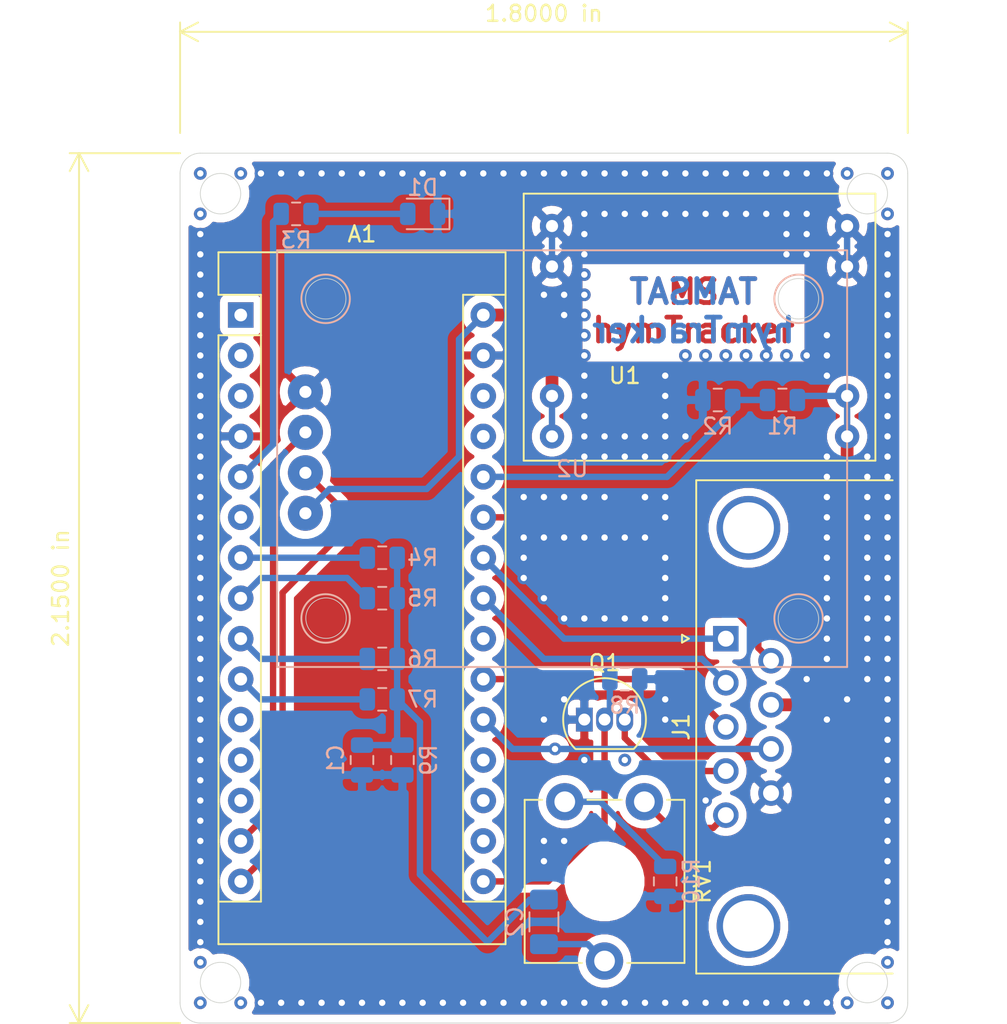
<source format=kicad_pcb>
(kicad_pcb (version 20171130) (host pcbnew 5.1.5-52549c5~84~ubuntu19.10.1)

  (general
    (thickness 1.6)
    (drawings 20)
    (tracks 352)
    (zones 0)
    (modules 19)
    (nets 37)
  )

  (page A4)
  (layers
    (0 F.Cu signal)
    (31 B.Cu signal)
    (32 B.Adhes user)
    (33 F.Adhes user)
    (34 B.Paste user)
    (35 F.Paste user)
    (36 B.SilkS user)
    (37 F.SilkS user)
    (38 B.Mask user)
    (39 F.Mask user)
    (40 Dwgs.User user)
    (41 Cmts.User user)
    (42 Eco1.User user)
    (43 Eco2.User user)
    (44 Edge.Cuts user)
    (45 Margin user)
    (46 B.CrtYd user)
    (47 F.CrtYd user)
    (48 B.Fab user)
    (49 F.Fab user)
  )

  (setup
    (last_trace_width 0.4)
    (user_trace_width 0.8)
    (trace_clearance 0.2)
    (zone_clearance 0.508)
    (zone_45_only no)
    (trace_min 0.2)
    (via_size 0.8)
    (via_drill 0.4)
    (via_min_size 0.4)
    (via_min_drill 0.3)
    (uvia_size 0.3)
    (uvia_drill 0.1)
    (uvias_allowed no)
    (uvia_min_size 0.2)
    (uvia_min_drill 0.1)
    (edge_width 0.05)
    (segment_width 0.2)
    (pcb_text_width 0.3)
    (pcb_text_size 1.5 1.5)
    (mod_edge_width 0.12)
    (mod_text_size 1 1)
    (mod_text_width 0.15)
    (pad_size 1.524 1.524)
    (pad_drill 0.762)
    (pad_to_mask_clearance 0.051)
    (solder_mask_min_width 0.25)
    (aux_axis_origin 0 0)
    (visible_elements FFFFF77F)
    (pcbplotparams
      (layerselection 0x010fc_ffffffff)
      (usegerberextensions false)
      (usegerberattributes false)
      (usegerberadvancedattributes false)
      (creategerberjobfile false)
      (excludeedgelayer true)
      (linewidth 0.100000)
      (plotframeref false)
      (viasonmask false)
      (mode 1)
      (useauxorigin false)
      (hpglpennumber 1)
      (hpglpenspeed 20)
      (hpglpendiameter 15.000000)
      (psnegative false)
      (psa4output false)
      (plotreference true)
      (plotvalue true)
      (plotinvisibletext false)
      (padsonsilk false)
      (subtractmaskfromsilk false)
      (outputformat 1)
      (mirror false)
      (drillshape 1)
      (scaleselection 1)
      (outputdirectory ""))
  )

  (net 0 "")
  (net 1 "Net-(A1-Pad16)")
  (net 2 /GPS_RXD)
  (net 3 /VCC)
  (net 4 /GPS_TXD)
  (net 5 GND)
  (net 6 "Net-(A1-Pad13)")
  (net 7 "Net-(A1-Pad28)")
  (net 8 "Net-(A1-Pad12)")
  (net 9 "Net-(A1-Pad27)")
  (net 10 "Net-(A1-Pad11)")
  (net 11 "Net-(A1-Pad26)")
  (net 12 "Net-(A1-Pad10)")
  (net 13 "Net-(A1-Pad9)")
  (net 14 /I2C_SCL)
  (net 15 "Net-(A1-Pad8)")
  (net 16 /I2C_SDA)
  (net 17 "Net-(A1-Pad7)")
  (net 18 "Net-(A1-Pad22)")
  (net 19 /DIGITAL_GIRIS)
  (net 20 /ANALOG_SENSOR2)
  (net 21 "Net-(A1-Pad5)")
  (net 22 /ANALOG_SENSOR1)
  (net 23 "Net-(A1-Pad19)")
  (net 24 "Net-(A1-Pad3)")
  (net 25 "Net-(A1-Pad18)")
  (net 26 "Net-(A1-Pad2)")
  (net 27 "Net-(A1-Pad17)")
  (net 28 "Net-(A1-Pad1)")
  (net 29 "Net-(C1-Pad1)")
  (net 30 "Net-(C2-Pad2)")
  (net 31 "Net-(D1-Pad2)")
  (net 32 /Vbatarya)
  (net 33 /PTT)
  (net 34 /MIKROFON)
  (net 35 "Net-(R10-Pad2)")
  (net 36 "Net-(A1-Pad6)")

  (net_class Default "This is the default net class."
    (clearance 0.2)
    (trace_width 0.4)
    (via_dia 0.8)
    (via_drill 0.4)
    (uvia_dia 0.3)
    (uvia_drill 0.1)
    (add_net /ANALOG_SENSOR1)
    (add_net /ANALOG_SENSOR2)
    (add_net /DIGITAL_GIRIS)
    (add_net /GPS_RXD)
    (add_net /GPS_TXD)
    (add_net /I2C_SCL)
    (add_net /I2C_SDA)
    (add_net /MIKROFON)
    (add_net /PTT)
    (add_net /VCC)
    (add_net /Vbatarya)
    (add_net GND)
    (add_net "Net-(A1-Pad1)")
    (add_net "Net-(A1-Pad10)")
    (add_net "Net-(A1-Pad11)")
    (add_net "Net-(A1-Pad12)")
    (add_net "Net-(A1-Pad13)")
    (add_net "Net-(A1-Pad16)")
    (add_net "Net-(A1-Pad17)")
    (add_net "Net-(A1-Pad18)")
    (add_net "Net-(A1-Pad19)")
    (add_net "Net-(A1-Pad2)")
    (add_net "Net-(A1-Pad22)")
    (add_net "Net-(A1-Pad26)")
    (add_net "Net-(A1-Pad27)")
    (add_net "Net-(A1-Pad28)")
    (add_net "Net-(A1-Pad3)")
    (add_net "Net-(A1-Pad5)")
    (add_net "Net-(A1-Pad6)")
    (add_net "Net-(A1-Pad7)")
    (add_net "Net-(A1-Pad8)")
    (add_net "Net-(A1-Pad9)")
    (add_net "Net-(C1-Pad1)")
    (add_net "Net-(C2-Pad2)")
    (add_net "Net-(D1-Pad2)")
    (add_net "Net-(R10-Pad2)")
  )

  (module Potentiometer_THT:Potentiometer_ACP_CA9-V10_Vertical_Hole (layer F.Cu) (tedit 5A3D4994) (tstamp 5E6FC505)
    (at 81.32 82.63 270)
    (descr "Potentiometer, vertical, shaft hole, ACP CA9-V10, http://www.acptechnologies.com/wp-content/uploads/2017/05/02-ACP-CA9-CE9.pdf")
    (tags "Potentiometer vertical hole ACP CA9-V10")
    (path /5E6EB85D)
    (fp_text reference RV1 (at 5 -8.65 90) (layer F.SilkS)
      (effects (font (size 1 1) (thickness 0.15)))
    )
    (fp_text value 100K (at 5 3.65 90) (layer F.Fab)
      (effects (font (size 1 1) (thickness 0.15)))
    )
    (fp_text user %R (at 1 -2.5) (layer F.Fab)
      (effects (font (size 1 1) (thickness 0.15)))
    )
    (fp_line (start 11.45 -7.65) (end -1.45 -7.65) (layer F.CrtYd) (width 0.05))
    (fp_line (start 11.45 2.7) (end 11.45 -7.65) (layer F.CrtYd) (width 0.05))
    (fp_line (start -1.45 2.7) (end 11.45 2.7) (layer F.CrtYd) (width 0.05))
    (fp_line (start -1.45 -7.65) (end -1.45 2.7) (layer F.CrtYd) (width 0.05))
    (fp_line (start 10.12 -1.075) (end 10.12 2.52) (layer F.SilkS) (width 0.12))
    (fp_line (start 10.12 -7.521) (end 10.12 -3.925) (layer F.SilkS) (width 0.12))
    (fp_line (start -0.12 1.425) (end -0.12 2.52) (layer F.SilkS) (width 0.12))
    (fp_line (start -0.12 -3.574) (end -0.12 -1.425) (layer F.SilkS) (width 0.12))
    (fp_line (start -0.12 -7.521) (end -0.12 -6.426) (layer F.SilkS) (width 0.12))
    (fp_line (start -0.12 2.52) (end 10.12 2.52) (layer F.SilkS) (width 0.12))
    (fp_line (start -0.12 -7.521) (end 10.12 -7.521) (layer F.SilkS) (width 0.12))
    (fp_line (start 10 -7.4) (end 0 -7.4) (layer F.Fab) (width 0.1))
    (fp_line (start 10 2.4) (end 10 -7.4) (layer F.Fab) (width 0.1))
    (fp_line (start 0 2.4) (end 10 2.4) (layer F.Fab) (width 0.1))
    (fp_line (start 0 -7.4) (end 0 2.4) (layer F.Fab) (width 0.1))
    (pad "" np_thru_hole circle (at 5 -2.5 270) (size 4 4) (drill 4) (layers *.Cu *.Mask))
    (pad 1 thru_hole circle (at 0 0 270) (size 2.34 2.34) (drill 1.3) (layers *.Cu *.Mask)
      (net 35 "Net-(R10-Pad2)"))
    (pad 2 thru_hole circle (at 10 -2.5 270) (size 2.34 2.34) (drill 1.3) (layers *.Cu *.Mask)
      (net 30 "Net-(C2-Pad2)"))
    (pad 3 thru_hole circle (at 0 -5 270) (size 2.34 2.34) (drill 1.3) (layers *.Cu *.Mask)
      (net 34 /MIKROFON))
    (model ${KISYS3DMOD}/Potentiometer_THT.3dshapes/Potentiometer_ACP_CA9-V10_Vertical_Hole.wrl
      (at (xyz 0 0 0))
      (scale (xyz 1 1.2 1))
      (rotate (xyz 0 0 0))
    )
    (model ${KISYS3DMOD}/Potentiometer_THT.3dshapes/Potentiometer_Bourns_3339P_Vertical.wrl
      (offset (xyz 4.5 0 0))
      (scale (xyz 1 1 1))
      (rotate (xyz 0 0 0))
    )
  )

  (module hymTracker:Neo6 (layer B.Cu) (tedit 5E6EADF8) (tstamp 5E6FB940)
    (at 81.28 62.23)
    (path /5E6E4B94)
    (fp_text reference U2 (at 0.508 -0.5) (layer B.SilkS)
      (effects (font (size 1 1) (thickness 0.15)) (justify mirror))
    )
    (fp_text value GY-NEO6MV2 (at 0.508 0.5) (layer B.Fab)
      (effects (font (size 1 1) (thickness 0.15)) (justify mirror))
    )
    (fp_circle (center -14.986 8.89) (end -13.462 8.89) (layer B.SilkS) (width 0.12))
    (fp_circle (center -14.986 -11.176) (end -13.462 -11.176) (layer B.SilkS) (width 0.12))
    (fp_circle (center 14.732 -11.176) (end 16.256 -11.176) (layer B.SilkS) (width 0.12))
    (fp_circle (center 14.732 8.89) (end 16.256 8.89) (layer B.SilkS) (width 0.12))
    (fp_line (start -17.78 -14.224) (end -18.034 -14.224) (layer B.SilkS) (width 0.12))
    (fp_line (start -18.034 -14.224) (end -18.034 11.938) (layer B.SilkS) (width 0.12))
    (fp_line (start 17.78 -14.224) (end -17.78 -14.224) (layer B.SilkS) (width 0.12))
    (fp_line (start 17.78 11.938) (end 17.78 -14.224) (layer B.SilkS) (width 0.12))
    (fp_line (start -18.034 11.938) (end 17.78 11.938) (layer B.SilkS) (width 0.12))
    (pad 4 thru_hole circle (at -16.256 -5.334) (size 2.2 2.2) (drill 0.762) (layers *.Cu *.Mask)
      (net 5 GND))
    (pad 3 thru_hole circle (at -16.256 -2.794) (size 2.2 2.2) (drill 0.762) (layers *.Cu *.Mask)
      (net 4 /GPS_TXD))
    (pad 2 thru_hole circle (at -16.256 -0.254) (size 2.2 2.2) (drill 0.762) (layers *.Cu *.Mask)
      (net 2 /GPS_RXD))
    (pad 1 thru_hole circle (at -16.256 2.286) (size 2.2 2.2) (drill 0.762) (layers *.Cu *.Mask)
      (net 3 /VCC))
    (model ${KISYS3DMOD}/Connector_PinHeader_1.27mm.3dshapes/PinHeader_1x04_P1.27mm_Vertical.wrl
      (offset (xyz -16 2.5 0))
      (scale (xyz 1 2.1 1.5))
      (rotate (xyz 0 0 0))
    )
    (model ${KIPRJMOD}/hymTracker.pretty/a_gps_main.wrl
      (offset (xyz 0.5 21 2.5))
      (scale (xyz 375 200 400))
      (rotate (xyz 90 0 -180))
    )
  )

  (module hymTracker:MP1854EN_board (layer F.Cu) (tedit 5E6EAF49) (tstamp 5E6FADD7)
    (at 91.44 54.61 180)
    (path /5E700D4E)
    (fp_text reference U1 (at 6.35 -1.27) (layer F.SilkS)
      (effects (font (size 1 1) (thickness 0.15)))
    )
    (fp_text value MP1584_DCDC (at 2.54 7.366) (layer F.Fab)
      (effects (font (size 1 1) (thickness 0.15)))
    )
    (fp_line (start -9.398 10.16) (end -9.398 -6.604) (layer F.SilkS) (width 0.12))
    (fp_line (start 12.7 10.16) (end -9.398 10.16) (layer F.SilkS) (width 0.12))
    (fp_line (start 12.7 -6.604) (end 12.7 10.16) (layer F.SilkS) (width 0.12))
    (fp_line (start -9.398 -6.604) (end 12.7 -6.604) (layer F.SilkS) (width 0.12))
    (pad 5 thru_hole circle (at 10.922 8.128 180) (size 1.524 1.524) (drill 0.762) (layers *.Cu *.Mask)
      (net 5 GND))
    (pad 6 thru_hole circle (at 10.922 5.588 180) (size 1.524 1.524) (drill 0.762) (layers *.Cu *.Mask)
      (net 5 GND))
    (pad 7 thru_hole circle (at 10.922 -2.54 180) (size 1.524 1.524) (drill 0.762) (layers *.Cu *.Mask)
      (net 3 /VCC))
    (pad 8 thru_hole circle (at 10.922 -5.08 180) (size 1.524 1.524) (drill 0.762) (layers *.Cu *.Mask)
      (net 3 /VCC))
    (pad 4 thru_hole circle (at -7.62 8.128 180) (size 1.524 1.524) (drill 0.762) (layers *.Cu *.Mask)
      (net 5 GND))
    (pad 3 thru_hole circle (at -7.62 5.588 180) (size 1.524 1.524) (drill 0.762) (layers *.Cu *.Mask)
      (net 5 GND))
    (pad 2 thru_hole circle (at -7.62 -2.54 180) (size 1.524 1.524) (drill 0.762) (layers *.Cu *.Mask)
      (net 32 /Vbatarya))
    (pad 1 thru_hole circle (at -7.62 -5.08 180) (size 1.524 1.524) (drill 0.762) (layers *.Cu *.Mask)
      (net 32 /Vbatarya))
    (model "${KIPRJMOD}/hymTracker.pretty/D-SUN dc-dc step down converter.step"
      (offset (xyz 1.5 -1.5 0))
      (scale (xyz 1 1 1))
      (rotate (xyz 0 0 0))
    )
    (model ${KISYS3DMOD}/Connector_PinHeader_1.27mm.3dshapes/PinHeader_1x02_P1.27mm_Vertical.wrl
      (offset (xyz -7.5 -5.5 0))
      (scale (xyz 1.4 2.1 1))
      (rotate (xyz 0 0 0))
    )
    (model ${KISYS3DMOD}/Connector_PinHeader_1.27mm.3dshapes/PinHeader_1x02_P1.27mm_Vertical.wrl
      (offset (xyz -7.5 5 0))
      (scale (xyz 1.4 2.1 1))
      (rotate (xyz 0 0 0))
    )
    (model ${KISYS3DMOD}/Connector_PinHeader_1.27mm.3dshapes/PinHeader_1x02_P1.27mm_Vertical.wrl
      (offset (xyz 11 5.5 0))
      (scale (xyz 1.4 2.1 1))
      (rotate (xyz 0 0 0))
    )
    (model ${KISYS3DMOD}/Connector_PinHeader_1.27mm.3dshapes/PinHeader_1x02_P1.27mm_Vertical.wrl
      (offset (xyz 11 -5.5 0))
      (scale (xyz 1.4 2.1 1))
      (rotate (xyz 0 0 0))
    )
  )

  (module Resistor_SMD:R_0805_2012Metric (layer B.Cu) (tedit 5B36C52B) (tstamp 5E6FC5CE)
    (at 87.63 87.63 90)
    (descr "Resistor SMD 0805 (2012 Metric), square (rectangular) end terminal, IPC_7351 nominal, (Body size source: https://docs.google.com/spreadsheets/d/1BsfQQcO9C6DZCsRaXUlFlo91Tg2WpOkGARC1WS5S8t0/edit?usp=sharing), generated with kicad-footprint-generator")
    (tags resistor)
    (path /5E6EC767)
    (attr smd)
    (fp_text reference R10 (at 0 1.65 90) (layer B.SilkS)
      (effects (font (size 1 1) (thickness 0.15)) (justify mirror))
    )
    (fp_text value 100K (at 0 -1.65 90) (layer B.Fab) hide
      (effects (font (size 1 1) (thickness 0.15)) (justify mirror))
    )
    (fp_text user %R (at 0 0 90) (layer B.Fab)
      (effects (font (size 0.5 0.5) (thickness 0.08)) (justify mirror))
    )
    (fp_line (start 1.68 -0.95) (end -1.68 -0.95) (layer B.CrtYd) (width 0.05))
    (fp_line (start 1.68 0.95) (end 1.68 -0.95) (layer B.CrtYd) (width 0.05))
    (fp_line (start -1.68 0.95) (end 1.68 0.95) (layer B.CrtYd) (width 0.05))
    (fp_line (start -1.68 -0.95) (end -1.68 0.95) (layer B.CrtYd) (width 0.05))
    (fp_line (start -0.258578 -0.71) (end 0.258578 -0.71) (layer B.SilkS) (width 0.12))
    (fp_line (start -0.258578 0.71) (end 0.258578 0.71) (layer B.SilkS) (width 0.12))
    (fp_line (start 1 -0.6) (end -1 -0.6) (layer B.Fab) (width 0.1))
    (fp_line (start 1 0.6) (end 1 -0.6) (layer B.Fab) (width 0.1))
    (fp_line (start -1 0.6) (end 1 0.6) (layer B.Fab) (width 0.1))
    (fp_line (start -1 -0.6) (end -1 0.6) (layer B.Fab) (width 0.1))
    (pad 2 smd roundrect (at 0.9375 0 90) (size 0.975 1.4) (layers B.Cu B.Paste B.Mask) (roundrect_rratio 0.25)
      (net 35 "Net-(R10-Pad2)"))
    (pad 1 smd roundrect (at -0.9375 0 90) (size 0.975 1.4) (layers B.Cu B.Paste B.Mask) (roundrect_rratio 0.25)
      (net 5 GND))
    (model ${KISYS3DMOD}/Resistor_SMD.3dshapes/R_0805_2012Metric.wrl
      (at (xyz 0 0 0))
      (scale (xyz 1 1 1))
      (rotate (xyz 0 0 0))
    )
  )

  (module Resistor_SMD:R_0805_2012Metric (layer B.Cu) (tedit 5B36C52B) (tstamp 5E6FABB4)
    (at 71.12 80.01 90)
    (descr "Resistor SMD 0805 (2012 Metric), square (rectangular) end terminal, IPC_7351 nominal, (Body size source: https://docs.google.com/spreadsheets/d/1BsfQQcO9C6DZCsRaXUlFlo91Tg2WpOkGARC1WS5S8t0/edit?usp=sharing), generated with kicad-footprint-generator")
    (tags resistor)
    (path /5E6E3ED9)
    (attr smd)
    (fp_text reference R9 (at 0 1.65 90) (layer B.SilkS)
      (effects (font (size 1 1) (thickness 0.15)) (justify mirror))
    )
    (fp_text value 270 (at 0 -1.65 90) (layer B.Fab) hide
      (effects (font (size 1 1) (thickness 0.15)) (justify mirror))
    )
    (fp_text user %R (at 0 0 90) (layer B.Fab)
      (effects (font (size 0.5 0.5) (thickness 0.08)) (justify mirror))
    )
    (fp_line (start 1.68 -0.95) (end -1.68 -0.95) (layer B.CrtYd) (width 0.05))
    (fp_line (start 1.68 0.95) (end 1.68 -0.95) (layer B.CrtYd) (width 0.05))
    (fp_line (start -1.68 0.95) (end 1.68 0.95) (layer B.CrtYd) (width 0.05))
    (fp_line (start -1.68 -0.95) (end -1.68 0.95) (layer B.CrtYd) (width 0.05))
    (fp_line (start -0.258578 -0.71) (end 0.258578 -0.71) (layer B.SilkS) (width 0.12))
    (fp_line (start -0.258578 0.71) (end 0.258578 0.71) (layer B.SilkS) (width 0.12))
    (fp_line (start 1 -0.6) (end -1 -0.6) (layer B.Fab) (width 0.1))
    (fp_line (start 1 0.6) (end 1 -0.6) (layer B.Fab) (width 0.1))
    (fp_line (start -1 0.6) (end 1 0.6) (layer B.Fab) (width 0.1))
    (fp_line (start -1 -0.6) (end -1 0.6) (layer B.Fab) (width 0.1))
    (pad 2 smd roundrect (at 0.9375 0 90) (size 0.975 1.4) (layers B.Cu B.Paste B.Mask) (roundrect_rratio 0.25)
      (net 29 "Net-(C1-Pad1)"))
    (pad 1 smd roundrect (at -0.9375 0 90) (size 0.975 1.4) (layers B.Cu B.Paste B.Mask) (roundrect_rratio 0.25)
      (net 5 GND))
    (model ${KISYS3DMOD}/Resistor_SMD.3dshapes/R_0805_2012Metric.wrl
      (at (xyz 0 0 0))
      (scale (xyz 1 1 1))
      (rotate (xyz 0 0 0))
    )
  )

  (module Resistor_SMD:R_0805_2012Metric (layer B.Cu) (tedit 5B36C52B) (tstamp 5E6FABA3)
    (at 85.09 74.93)
    (descr "Resistor SMD 0805 (2012 Metric), square (rectangular) end terminal, IPC_7351 nominal, (Body size source: https://docs.google.com/spreadsheets/d/1BsfQQcO9C6DZCsRaXUlFlo91Tg2WpOkGARC1WS5S8t0/edit?usp=sharing), generated with kicad-footprint-generator")
    (tags resistor)
    (path /5E6F70D9)
    (attr smd)
    (fp_text reference R8 (at 0 1.65) (layer B.SilkS)
      (effects (font (size 1 1) (thickness 0.15)) (justify mirror))
    )
    (fp_text value 10K (at 0 -1.65) (layer B.Fab)
      (effects (font (size 1 1) (thickness 0.15)) (justify mirror))
    )
    (fp_text user %R (at 0 0) (layer B.Fab)
      (effects (font (size 0.5 0.5) (thickness 0.08)) (justify mirror))
    )
    (fp_line (start 1.68 -0.95) (end -1.68 -0.95) (layer B.CrtYd) (width 0.05))
    (fp_line (start 1.68 0.95) (end 1.68 -0.95) (layer B.CrtYd) (width 0.05))
    (fp_line (start -1.68 0.95) (end 1.68 0.95) (layer B.CrtYd) (width 0.05))
    (fp_line (start -1.68 -0.95) (end -1.68 0.95) (layer B.CrtYd) (width 0.05))
    (fp_line (start -0.258578 -0.71) (end 0.258578 -0.71) (layer B.SilkS) (width 0.12))
    (fp_line (start -0.258578 0.71) (end 0.258578 0.71) (layer B.SilkS) (width 0.12))
    (fp_line (start 1 -0.6) (end -1 -0.6) (layer B.Fab) (width 0.1))
    (fp_line (start 1 0.6) (end 1 -0.6) (layer B.Fab) (width 0.1))
    (fp_line (start -1 0.6) (end 1 0.6) (layer B.Fab) (width 0.1))
    (fp_line (start -1 -0.6) (end -1 0.6) (layer B.Fab) (width 0.1))
    (pad 2 smd roundrect (at 0.9375 0) (size 0.975 1.4) (layers B.Cu B.Paste B.Mask) (roundrect_rratio 0.25)
      (net 5 GND))
    (pad 1 smd roundrect (at -0.9375 0) (size 0.975 1.4) (layers B.Cu B.Paste B.Mask) (roundrect_rratio 0.25)
      (net 1 "Net-(A1-Pad16)"))
    (model ${KISYS3DMOD}/Resistor_SMD.3dshapes/R_0805_2012Metric.wrl
      (at (xyz 0 0 0))
      (scale (xyz 1 1 1))
      (rotate (xyz 0 0 0))
    )
  )

  (module Resistor_SMD:R_0805_2012Metric (layer B.Cu) (tedit 5B36C52B) (tstamp 5E6FAB92)
    (at 69.85 76.2 180)
    (descr "Resistor SMD 0805 (2012 Metric), square (rectangular) end terminal, IPC_7351 nominal, (Body size source: https://docs.google.com/spreadsheets/d/1BsfQQcO9C6DZCsRaXUlFlo91Tg2WpOkGARC1WS5S8t0/edit?usp=sharing), generated with kicad-footprint-generator")
    (tags resistor)
    (path /5E6E366D)
    (attr smd)
    (fp_text reference R7 (at -2.54 0) (layer B.SilkS)
      (effects (font (size 1 1) (thickness 0.15)) (justify mirror))
    )
    (fp_text value 1K (at 0 -1.65) (layer B.Fab) hide
      (effects (font (size 1 1) (thickness 0.15)) (justify mirror))
    )
    (fp_text user %R (at 0 0) (layer B.Fab)
      (effects (font (size 0.5 0.5) (thickness 0.08)) (justify mirror))
    )
    (fp_line (start 1.68 -0.95) (end -1.68 -0.95) (layer B.CrtYd) (width 0.05))
    (fp_line (start 1.68 0.95) (end 1.68 -0.95) (layer B.CrtYd) (width 0.05))
    (fp_line (start -1.68 0.95) (end 1.68 0.95) (layer B.CrtYd) (width 0.05))
    (fp_line (start -1.68 -0.95) (end -1.68 0.95) (layer B.CrtYd) (width 0.05))
    (fp_line (start -0.258578 -0.71) (end 0.258578 -0.71) (layer B.SilkS) (width 0.12))
    (fp_line (start -0.258578 0.71) (end 0.258578 0.71) (layer B.SilkS) (width 0.12))
    (fp_line (start 1 -0.6) (end -1 -0.6) (layer B.Fab) (width 0.1))
    (fp_line (start 1 0.6) (end 1 -0.6) (layer B.Fab) (width 0.1))
    (fp_line (start -1 0.6) (end 1 0.6) (layer B.Fab) (width 0.1))
    (fp_line (start -1 -0.6) (end -1 0.6) (layer B.Fab) (width 0.1))
    (pad 2 smd roundrect (at 0.9375 0 180) (size 0.975 1.4) (layers B.Cu B.Paste B.Mask) (roundrect_rratio 0.25)
      (net 12 "Net-(A1-Pad10)"))
    (pad 1 smd roundrect (at -0.9375 0 180) (size 0.975 1.4) (layers B.Cu B.Paste B.Mask) (roundrect_rratio 0.25)
      (net 29 "Net-(C1-Pad1)"))
    (model ${KISYS3DMOD}/Resistor_SMD.3dshapes/R_0805_2012Metric.wrl
      (at (xyz 0 0 0))
      (scale (xyz 1 1 1))
      (rotate (xyz 0 0 0))
    )
  )

  (module Resistor_SMD:R_0805_2012Metric (layer B.Cu) (tedit 5B36C52B) (tstamp 5E6FAB81)
    (at 69.85 73.66 180)
    (descr "Resistor SMD 0805 (2012 Metric), square (rectangular) end terminal, IPC_7351 nominal, (Body size source: https://docs.google.com/spreadsheets/d/1BsfQQcO9C6DZCsRaXUlFlo91Tg2WpOkGARC1WS5S8t0/edit?usp=sharing), generated with kicad-footprint-generator")
    (tags resistor)
    (path /5E6E3462)
    (attr smd)
    (fp_text reference R6 (at -2.54 0) (layer B.SilkS)
      (effects (font (size 1 1) (thickness 0.15)) (justify mirror))
    )
    (fp_text value 2K2 (at 0 -1.65) (layer B.Fab) hide
      (effects (font (size 1 1) (thickness 0.15)) (justify mirror))
    )
    (fp_text user %R (at 0 0) (layer B.Fab)
      (effects (font (size 0.5 0.5) (thickness 0.08)) (justify mirror))
    )
    (fp_line (start 1.68 -0.95) (end -1.68 -0.95) (layer B.CrtYd) (width 0.05))
    (fp_line (start 1.68 0.95) (end 1.68 -0.95) (layer B.CrtYd) (width 0.05))
    (fp_line (start -1.68 0.95) (end 1.68 0.95) (layer B.CrtYd) (width 0.05))
    (fp_line (start -1.68 -0.95) (end -1.68 0.95) (layer B.CrtYd) (width 0.05))
    (fp_line (start -0.258578 -0.71) (end 0.258578 -0.71) (layer B.SilkS) (width 0.12))
    (fp_line (start -0.258578 0.71) (end 0.258578 0.71) (layer B.SilkS) (width 0.12))
    (fp_line (start 1 -0.6) (end -1 -0.6) (layer B.Fab) (width 0.1))
    (fp_line (start 1 0.6) (end 1 -0.6) (layer B.Fab) (width 0.1))
    (fp_line (start -1 0.6) (end 1 0.6) (layer B.Fab) (width 0.1))
    (fp_line (start -1 -0.6) (end -1 0.6) (layer B.Fab) (width 0.1))
    (pad 2 smd roundrect (at 0.9375 0 180) (size 0.975 1.4) (layers B.Cu B.Paste B.Mask) (roundrect_rratio 0.25)
      (net 13 "Net-(A1-Pad9)"))
    (pad 1 smd roundrect (at -0.9375 0 180) (size 0.975 1.4) (layers B.Cu B.Paste B.Mask) (roundrect_rratio 0.25)
      (net 29 "Net-(C1-Pad1)"))
    (model ${KISYS3DMOD}/Resistor_SMD.3dshapes/R_0805_2012Metric.wrl
      (at (xyz 0 0 0))
      (scale (xyz 1 1 1))
      (rotate (xyz 0 0 0))
    )
  )

  (module Resistor_SMD:R_0805_2012Metric (layer B.Cu) (tedit 5B36C52B) (tstamp 5E6FC9C5)
    (at 69.85 69.85 180)
    (descr "Resistor SMD 0805 (2012 Metric), square (rectangular) end terminal, IPC_7351 nominal, (Body size source: https://docs.google.com/spreadsheets/d/1BsfQQcO9C6DZCsRaXUlFlo91Tg2WpOkGARC1WS5S8t0/edit?usp=sharing), generated with kicad-footprint-generator")
    (tags resistor)
    (path /5E6E2FA5)
    (attr smd)
    (fp_text reference R5 (at -2.54 0) (layer B.SilkS)
      (effects (font (size 1 1) (thickness 0.15)) (justify mirror))
    )
    (fp_text value 3K3 (at 0 -1.65) (layer B.Fab) hide
      (effects (font (size 1 1) (thickness 0.15)) (justify mirror))
    )
    (fp_text user %R (at 0 0) (layer B.Fab)
      (effects (font (size 0.5 0.5) (thickness 0.08)) (justify mirror))
    )
    (fp_line (start 1.68 -0.95) (end -1.68 -0.95) (layer B.CrtYd) (width 0.05))
    (fp_line (start 1.68 0.95) (end 1.68 -0.95) (layer B.CrtYd) (width 0.05))
    (fp_line (start -1.68 0.95) (end 1.68 0.95) (layer B.CrtYd) (width 0.05))
    (fp_line (start -1.68 -0.95) (end -1.68 0.95) (layer B.CrtYd) (width 0.05))
    (fp_line (start -0.258578 -0.71) (end 0.258578 -0.71) (layer B.SilkS) (width 0.12))
    (fp_line (start -0.258578 0.71) (end 0.258578 0.71) (layer B.SilkS) (width 0.12))
    (fp_line (start 1 -0.6) (end -1 -0.6) (layer B.Fab) (width 0.1))
    (fp_line (start 1 0.6) (end 1 -0.6) (layer B.Fab) (width 0.1))
    (fp_line (start -1 0.6) (end 1 0.6) (layer B.Fab) (width 0.1))
    (fp_line (start -1 -0.6) (end -1 0.6) (layer B.Fab) (width 0.1))
    (pad 2 smd roundrect (at 0.9375 0 180) (size 0.975 1.4) (layers B.Cu B.Paste B.Mask) (roundrect_rratio 0.25)
      (net 15 "Net-(A1-Pad8)"))
    (pad 1 smd roundrect (at -0.9375 0 180) (size 0.975 1.4) (layers B.Cu B.Paste B.Mask) (roundrect_rratio 0.25)
      (net 29 "Net-(C1-Pad1)"))
    (model ${KISYS3DMOD}/Resistor_SMD.3dshapes/R_0805_2012Metric.wrl
      (at (xyz 0 0 0))
      (scale (xyz 1 1 1))
      (rotate (xyz 0 0 0))
    )
  )

  (module Resistor_SMD:R_0805_2012Metric (layer B.Cu) (tedit 5B36C52B) (tstamp 5E6FF5DB)
    (at 69.85 67.31 180)
    (descr "Resistor SMD 0805 (2012 Metric), square (rectangular) end terminal, IPC_7351 nominal, (Body size source: https://docs.google.com/spreadsheets/d/1BsfQQcO9C6DZCsRaXUlFlo91Tg2WpOkGARC1WS5S8t0/edit?usp=sharing), generated with kicad-footprint-generator")
    (tags resistor)
    (path /5E6E1EF0)
    (attr smd)
    (fp_text reference R4 (at -2.54 0) (layer B.SilkS)
      (effects (font (size 1 1) (thickness 0.15)) (justify mirror))
    )
    (fp_text value 8K8 (at 0 -1.65) (layer B.Fab) hide
      (effects (font (size 1 1) (thickness 0.15)) (justify mirror))
    )
    (fp_text user %R (at 0 0) (layer B.Fab)
      (effects (font (size 0.5 0.5) (thickness 0.08)) (justify mirror))
    )
    (fp_line (start 1.68 -0.95) (end -1.68 -0.95) (layer B.CrtYd) (width 0.05))
    (fp_line (start 1.68 0.95) (end 1.68 -0.95) (layer B.CrtYd) (width 0.05))
    (fp_line (start -1.68 0.95) (end 1.68 0.95) (layer B.CrtYd) (width 0.05))
    (fp_line (start -1.68 -0.95) (end -1.68 0.95) (layer B.CrtYd) (width 0.05))
    (fp_line (start -0.258578 -0.71) (end 0.258578 -0.71) (layer B.SilkS) (width 0.12))
    (fp_line (start -0.258578 0.71) (end 0.258578 0.71) (layer B.SilkS) (width 0.12))
    (fp_line (start 1 -0.6) (end -1 -0.6) (layer B.Fab) (width 0.1))
    (fp_line (start 1 0.6) (end 1 -0.6) (layer B.Fab) (width 0.1))
    (fp_line (start -1 0.6) (end 1 0.6) (layer B.Fab) (width 0.1))
    (fp_line (start -1 -0.6) (end -1 0.6) (layer B.Fab) (width 0.1))
    (pad 2 smd roundrect (at 0.9375 0 180) (size 0.975 1.4) (layers B.Cu B.Paste B.Mask) (roundrect_rratio 0.25)
      (net 17 "Net-(A1-Pad7)"))
    (pad 1 smd roundrect (at -0.9375 0 180) (size 0.975 1.4) (layers B.Cu B.Paste B.Mask) (roundrect_rratio 0.25)
      (net 29 "Net-(C1-Pad1)"))
    (model ${KISYS3DMOD}/Resistor_SMD.3dshapes/R_0805_2012Metric.wrl
      (at (xyz 0 0 0))
      (scale (xyz 1 1 1))
      (rotate (xyz 0 0 0))
    )
  )

  (module Resistor_SMD:R_0805_2012Metric (layer B.Cu) (tedit 5B36C52B) (tstamp 5E6FAB4E)
    (at 64.4375 45.72)
    (descr "Resistor SMD 0805 (2012 Metric), square (rectangular) end terminal, IPC_7351 nominal, (Body size source: https://docs.google.com/spreadsheets/d/1BsfQQcO9C6DZCsRaXUlFlo91Tg2WpOkGARC1WS5S8t0/edit?usp=sharing), generated with kicad-footprint-generator")
    (tags resistor)
    (path /5E6E5AE5)
    (attr smd)
    (fp_text reference R3 (at 0 1.65) (layer B.SilkS)
      (effects (font (size 1 1) (thickness 0.15)) (justify mirror))
    )
    (fp_text value 220 (at 0 -1.65) (layer B.Fab) hide
      (effects (font (size 1 1) (thickness 0.15)) (justify mirror))
    )
    (fp_text user %R (at 0 0) (layer B.Fab)
      (effects (font (size 0.5 0.5) (thickness 0.08)) (justify mirror))
    )
    (fp_line (start 1.68 -0.95) (end -1.68 -0.95) (layer B.CrtYd) (width 0.05))
    (fp_line (start 1.68 0.95) (end 1.68 -0.95) (layer B.CrtYd) (width 0.05))
    (fp_line (start -1.68 0.95) (end 1.68 0.95) (layer B.CrtYd) (width 0.05))
    (fp_line (start -1.68 -0.95) (end -1.68 0.95) (layer B.CrtYd) (width 0.05))
    (fp_line (start -0.258578 -0.71) (end 0.258578 -0.71) (layer B.SilkS) (width 0.12))
    (fp_line (start -0.258578 0.71) (end 0.258578 0.71) (layer B.SilkS) (width 0.12))
    (fp_line (start 1 -0.6) (end -1 -0.6) (layer B.Fab) (width 0.1))
    (fp_line (start 1 0.6) (end 1 -0.6) (layer B.Fab) (width 0.1))
    (fp_line (start -1 0.6) (end 1 0.6) (layer B.Fab) (width 0.1))
    (fp_line (start -1 -0.6) (end -1 0.6) (layer B.Fab) (width 0.1))
    (pad 2 smd roundrect (at 0.9375 0) (size 0.975 1.4) (layers B.Cu B.Paste B.Mask) (roundrect_rratio 0.25)
      (net 31 "Net-(D1-Pad2)"))
    (pad 1 smd roundrect (at -0.9375 0) (size 0.975 1.4) (layers B.Cu B.Paste B.Mask) (roundrect_rratio 0.25)
      (net 21 "Net-(A1-Pad5)"))
    (model ${KISYS3DMOD}/Resistor_SMD.3dshapes/R_0805_2012Metric.wrl
      (at (xyz 0 0 0))
      (scale (xyz 1 1 1))
      (rotate (xyz 0 0 0))
    )
  )

  (module Resistor_SMD:R_0805_2012Metric (layer B.Cu) (tedit 5B36C52B) (tstamp 5E6FAB3D)
    (at 90.932 57.404)
    (descr "Resistor SMD 0805 (2012 Metric), square (rectangular) end terminal, IPC_7351 nominal, (Body size source: https://docs.google.com/spreadsheets/d/1BsfQQcO9C6DZCsRaXUlFlo91Tg2WpOkGARC1WS5S8t0/edit?usp=sharing), generated with kicad-footprint-generator")
    (tags resistor)
    (path /5E72518B)
    (attr smd)
    (fp_text reference R2 (at 0 1.65) (layer B.SilkS)
      (effects (font (size 1 1) (thickness 0.15)) (justify mirror))
    )
    (fp_text value 10K (at 0 -1.65) (layer B.Fab) hide
      (effects (font (size 1 1) (thickness 0.15)) (justify mirror))
    )
    (fp_text user %R (at 0 0) (layer B.Fab)
      (effects (font (size 0.5 0.5) (thickness 0.08)) (justify mirror))
    )
    (fp_line (start 1.68 -0.95) (end -1.68 -0.95) (layer B.CrtYd) (width 0.05))
    (fp_line (start 1.68 0.95) (end 1.68 -0.95) (layer B.CrtYd) (width 0.05))
    (fp_line (start -1.68 0.95) (end 1.68 0.95) (layer B.CrtYd) (width 0.05))
    (fp_line (start -1.68 -0.95) (end -1.68 0.95) (layer B.CrtYd) (width 0.05))
    (fp_line (start -0.258578 -0.71) (end 0.258578 -0.71) (layer B.SilkS) (width 0.12))
    (fp_line (start -0.258578 0.71) (end 0.258578 0.71) (layer B.SilkS) (width 0.12))
    (fp_line (start 1 -0.6) (end -1 -0.6) (layer B.Fab) (width 0.1))
    (fp_line (start 1 0.6) (end 1 -0.6) (layer B.Fab) (width 0.1))
    (fp_line (start -1 0.6) (end 1 0.6) (layer B.Fab) (width 0.1))
    (fp_line (start -1 -0.6) (end -1 0.6) (layer B.Fab) (width 0.1))
    (pad 2 smd roundrect (at 0.9375 0) (size 0.975 1.4) (layers B.Cu B.Paste B.Mask) (roundrect_rratio 0.25)
      (net 11 "Net-(A1-Pad26)"))
    (pad 1 smd roundrect (at -0.9375 0) (size 0.975 1.4) (layers B.Cu B.Paste B.Mask) (roundrect_rratio 0.25)
      (net 5 GND))
    (model ${KISYS3DMOD}/Resistor_SMD.3dshapes/R_0805_2012Metric.wrl
      (at (xyz 0 0 0))
      (scale (xyz 1 1 1))
      (rotate (xyz 0 0 0))
    )
  )

  (module Resistor_SMD:R_0805_2012Metric (layer B.Cu) (tedit 5B36C52B) (tstamp 5E6FAB2C)
    (at 94.996 57.404)
    (descr "Resistor SMD 0805 (2012 Metric), square (rectangular) end terminal, IPC_7351 nominal, (Body size source: https://docs.google.com/spreadsheets/d/1BsfQQcO9C6DZCsRaXUlFlo91Tg2WpOkGARC1WS5S8t0/edit?usp=sharing), generated with kicad-footprint-generator")
    (tags resistor)
    (path /5E72559B)
    (attr smd)
    (fp_text reference R1 (at 0 1.65) (layer B.SilkS)
      (effects (font (size 1 1) (thickness 0.15)) (justify mirror))
    )
    (fp_text value 100K (at 0 -1.65) (layer B.Fab) hide
      (effects (font (size 1 1) (thickness 0.15)) (justify mirror))
    )
    (fp_text user %R (at 0 0) (layer B.Fab)
      (effects (font (size 0.5 0.5) (thickness 0.08)) (justify mirror))
    )
    (fp_line (start 1.68 -0.95) (end -1.68 -0.95) (layer B.CrtYd) (width 0.05))
    (fp_line (start 1.68 0.95) (end 1.68 -0.95) (layer B.CrtYd) (width 0.05))
    (fp_line (start -1.68 0.95) (end 1.68 0.95) (layer B.CrtYd) (width 0.05))
    (fp_line (start -1.68 -0.95) (end -1.68 0.95) (layer B.CrtYd) (width 0.05))
    (fp_line (start -0.258578 -0.71) (end 0.258578 -0.71) (layer B.SilkS) (width 0.12))
    (fp_line (start -0.258578 0.71) (end 0.258578 0.71) (layer B.SilkS) (width 0.12))
    (fp_line (start 1 -0.6) (end -1 -0.6) (layer B.Fab) (width 0.1))
    (fp_line (start 1 0.6) (end 1 -0.6) (layer B.Fab) (width 0.1))
    (fp_line (start -1 0.6) (end 1 0.6) (layer B.Fab) (width 0.1))
    (fp_line (start -1 -0.6) (end -1 0.6) (layer B.Fab) (width 0.1))
    (pad 2 smd roundrect (at 0.9375 0) (size 0.975 1.4) (layers B.Cu B.Paste B.Mask) (roundrect_rratio 0.25)
      (net 32 /Vbatarya))
    (pad 1 smd roundrect (at -0.9375 0) (size 0.975 1.4) (layers B.Cu B.Paste B.Mask) (roundrect_rratio 0.25)
      (net 11 "Net-(A1-Pad26)"))
    (model ${KISYS3DMOD}/Resistor_SMD.3dshapes/R_0805_2012Metric.wrl
      (at (xyz 0 0 0))
      (scale (xyz 1 1 1))
      (rotate (xyz 0 0 0))
    )
  )

  (module Package_TO_SOT_THT:TO-92_Inline (layer F.Cu) (tedit 5A1DD157) (tstamp 5E6FAB1B)
    (at 82.55 77.47)
    (descr "TO-92 leads in-line, narrow, oval pads, drill 0.75mm (see NXP sot054_po.pdf)")
    (tags "to-92 sc-43 sc-43a sot54 PA33 transistor")
    (path /5E6F2F20)
    (fp_text reference Q1 (at 1.27 -3.56) (layer F.SilkS)
      (effects (font (size 1 1) (thickness 0.15)))
    )
    (fp_text value 2N7000 (at 1.27 2.79) (layer F.Fab) hide
      (effects (font (size 1 1) (thickness 0.15)))
    )
    (fp_arc (start 1.27 0) (end 1.27 -2.6) (angle 135) (layer F.SilkS) (width 0.12))
    (fp_arc (start 1.27 0) (end 1.27 -2.48) (angle -135) (layer F.Fab) (width 0.1))
    (fp_arc (start 1.27 0) (end 1.27 -2.6) (angle -135) (layer F.SilkS) (width 0.12))
    (fp_arc (start 1.27 0) (end 1.27 -2.48) (angle 135) (layer F.Fab) (width 0.1))
    (fp_line (start 4 2.01) (end -1.46 2.01) (layer F.CrtYd) (width 0.05))
    (fp_line (start 4 2.01) (end 4 -2.73) (layer F.CrtYd) (width 0.05))
    (fp_line (start -1.46 -2.73) (end -1.46 2.01) (layer F.CrtYd) (width 0.05))
    (fp_line (start -1.46 -2.73) (end 4 -2.73) (layer F.CrtYd) (width 0.05))
    (fp_line (start -0.5 1.75) (end 3 1.75) (layer F.Fab) (width 0.1))
    (fp_line (start -0.53 1.85) (end 3.07 1.85) (layer F.SilkS) (width 0.12))
    (fp_text user %R (at 1.27 -3.56) (layer F.Fab)
      (effects (font (size 1 1) (thickness 0.15)))
    )
    (pad 1 thru_hole rect (at 0 0) (size 1.05 1.5) (drill 0.75) (layers *.Cu *.Mask)
      (net 5 GND))
    (pad 3 thru_hole oval (at 2.54 0) (size 1.05 1.5) (drill 0.75) (layers *.Cu *.Mask)
      (net 33 /PTT))
    (pad 2 thru_hole oval (at 1.27 0) (size 1.05 1.5) (drill 0.75) (layers *.Cu *.Mask)
      (net 1 "Net-(A1-Pad16)"))
    (model ${KISYS3DMOD}/Package_TO_SOT_THT.3dshapes/TO-92_Inline.wrl
      (at (xyz 0 0 0))
      (scale (xyz 1 1 1))
      (rotate (xyz 0 0 0))
    )
  )

  (module Connector_Dsub:DSUB-9_Female_Horizontal_P2.77x2.84mm_EdgePinOffset7.70mm_Housed_MountingHolesOffset9.12mm (layer F.Cu) (tedit 59FEDEE2) (tstamp 5E6FAB09)
    (at 91.44 72.39 90)
    (descr "9-pin D-Sub connector, horizontal/angled (90 deg), THT-mount, female, pitch 2.77x2.84mm, pin-PCB-offset 7.699999999999999mm, distance of mounting holes 25mm, distance of mounting holes to PCB edge 9.12mm, see https://disti-assets.s3.amazonaws.com/tonar/files/datasheets/16730.pdf")
    (tags "9-pin D-Sub connector horizontal angled 90deg THT female pitch 2.77x2.84mm pin-PCB-offset 7.699999999999999mm mounting-holes-distance 25mm mounting-hole-offset 25mm")
    (path /5E72B737)
    (fp_text reference J1 (at -5.54 -2.8 90) (layer F.SilkS)
      (effects (font (size 1 1) (thickness 0.15)))
    )
    (fp_text value DB9_Female (at -5.54 18.61 90) (layer F.Fab) hide
      (effects (font (size 1 1) (thickness 0.15)))
    )
    (fp_text user %R (at -6.35 8.89 90) (layer F.Fab)
      (effects (font (size 1 1) (thickness 0.15)))
    )
    (fp_line (start 10.4 -2.35) (end -21.5 -2.35) (layer F.CrtYd) (width 0.05))
    (fp_line (start 10.4 17.65) (end 10.4 -2.35) (layer F.CrtYd) (width 0.05))
    (fp_line (start -21.5 17.65) (end 10.4 17.65) (layer F.CrtYd) (width 0.05))
    (fp_line (start -21.5 -2.35) (end -21.5 17.65) (layer F.CrtYd) (width 0.05))
    (fp_line (start 0 -2.321325) (end -0.25 -2.754338) (layer F.SilkS) (width 0.12))
    (fp_line (start 0.25 -2.754338) (end 0 -2.321325) (layer F.SilkS) (width 0.12))
    (fp_line (start -0.25 -2.754338) (end 0.25 -2.754338) (layer F.SilkS) (width 0.12))
    (fp_line (start 9.945 -1.86) (end 9.945 10.48) (layer F.SilkS) (width 0.12))
    (fp_line (start -21.025 -1.86) (end 9.945 -1.86) (layer F.SilkS) (width 0.12))
    (fp_line (start -21.025 10.48) (end -21.025 -1.86) (layer F.SilkS) (width 0.12))
    (fp_line (start 8.56 10.54) (end 8.56 1.42) (layer F.Fab) (width 0.1))
    (fp_line (start 5.36 10.54) (end 5.36 1.42) (layer F.Fab) (width 0.1))
    (fp_line (start -16.44 10.54) (end -16.44 1.42) (layer F.Fab) (width 0.1))
    (fp_line (start -19.64 10.54) (end -19.64 1.42) (layer F.Fab) (width 0.1))
    (fp_line (start 9.46 10.94) (end 4.46 10.94) (layer F.Fab) (width 0.1))
    (fp_line (start 9.46 15.94) (end 9.46 10.94) (layer F.Fab) (width 0.1))
    (fp_line (start 4.46 15.94) (end 9.46 15.94) (layer F.Fab) (width 0.1))
    (fp_line (start 4.46 10.94) (end 4.46 15.94) (layer F.Fab) (width 0.1))
    (fp_line (start -15.54 10.94) (end -20.54 10.94) (layer F.Fab) (width 0.1))
    (fp_line (start -15.54 15.94) (end -15.54 10.94) (layer F.Fab) (width 0.1))
    (fp_line (start -20.54 15.94) (end -15.54 15.94) (layer F.Fab) (width 0.1))
    (fp_line (start -20.54 10.94) (end -20.54 15.94) (layer F.Fab) (width 0.1))
    (fp_line (start 2.61 10.94) (end -13.69 10.94) (layer F.Fab) (width 0.1))
    (fp_line (start 2.61 17.11) (end 2.61 10.94) (layer F.Fab) (width 0.1))
    (fp_line (start -13.69 17.11) (end 2.61 17.11) (layer F.Fab) (width 0.1))
    (fp_line (start -13.69 10.94) (end -13.69 17.11) (layer F.Fab) (width 0.1))
    (fp_line (start 9.885 10.54) (end -20.965 10.54) (layer F.Fab) (width 0.1))
    (fp_line (start 9.885 10.94) (end 9.885 10.54) (layer F.Fab) (width 0.1))
    (fp_line (start -20.965 10.94) (end 9.885 10.94) (layer F.Fab) (width 0.1))
    (fp_line (start -20.965 10.54) (end -20.965 10.94) (layer F.Fab) (width 0.1))
    (fp_line (start 9.885 -1.8) (end -20.965 -1.8) (layer F.Fab) (width 0.1))
    (fp_line (start 9.885 10.54) (end 9.885 -1.8) (layer F.Fab) (width 0.1))
    (fp_line (start -20.965 10.54) (end 9.885 10.54) (layer F.Fab) (width 0.1))
    (fp_line (start -20.965 -1.8) (end -20.965 10.54) (layer F.Fab) (width 0.1))
    (fp_arc (start 6.96 1.42) (end 5.36 1.42) (angle 180) (layer F.Fab) (width 0.1))
    (fp_arc (start -18.04 1.42) (end -19.64 1.42) (angle 180) (layer F.Fab) (width 0.1))
    (pad 0 thru_hole circle (at 6.96 1.42 90) (size 4 4) (drill 3.2) (layers *.Cu *.Mask))
    (pad 0 thru_hole circle (at -18.04 1.42 90) (size 4 4) (drill 3.2) (layers *.Cu *.Mask))
    (pad 9 thru_hole circle (at -9.695 2.84 90) (size 1.6 1.6) (drill 1) (layers *.Cu *.Mask)
      (net 5 GND))
    (pad 8 thru_hole circle (at -6.925 2.84 90) (size 1.6 1.6) (drill 1) (layers *.Cu *.Mask)
      (net 22 /ANALOG_SENSOR1))
    (pad 7 thru_hole circle (at -4.155 2.84 90) (size 1.6 1.6) (drill 1) (layers *.Cu *.Mask)
      (net 32 /Vbatarya))
    (pad 6 thru_hole circle (at -1.385 2.84 90) (size 1.6 1.6) (drill 1) (layers *.Cu *.Mask)
      (net 19 /DIGITAL_GIRIS))
    (pad 5 thru_hole circle (at -11.08 0 90) (size 1.6 1.6) (drill 1) (layers *.Cu *.Mask)
      (net 34 /MIKROFON))
    (pad 4 thru_hole circle (at -8.31 0 90) (size 1.6 1.6) (drill 1) (layers *.Cu *.Mask)
      (net 33 /PTT))
    (pad 3 thru_hole circle (at -5.54 0 90) (size 1.6 1.6) (drill 1) (layers *.Cu *.Mask)
      (net 20 /ANALOG_SENSOR2))
    (pad 2 thru_hole circle (at -2.77 0 90) (size 1.6 1.6) (drill 1) (layers *.Cu *.Mask)
      (net 16 /I2C_SDA))
    (pad 1 thru_hole rect (at 0 0 90) (size 1.6 1.6) (drill 1) (layers *.Cu *.Mask)
      (net 14 /I2C_SCL))
    (model ${TB2DISK}/Connector_Dsub.3dshapes/DSUB-9_Female_Horizontal_P2.77x2.84mm_EdgePinOffset7.70mm_Housed_MountingHolesOffset9.12mm.step
      (at (xyz 0 0 0))
      (scale (xyz 1 1 1))
      (rotate (xyz 0 0 0))
    )
  )

  (module LED_SMD:LED_0805_2012Metric (layer B.Cu) (tedit 5B36C52C) (tstamp 5E6FCE8D)
    (at 72.39 45.72 180)
    (descr "LED SMD 0805 (2012 Metric), square (rectangular) end terminal, IPC_7351 nominal, (Body size source: https://docs.google.com/spreadsheets/d/1BsfQQcO9C6DZCsRaXUlFlo91Tg2WpOkGARC1WS5S8t0/edit?usp=sharing), generated with kicad-footprint-generator")
    (tags diode)
    (path /5E6E6FCD)
    (attr smd)
    (fp_text reference D1 (at 0 1.65) (layer B.SilkS)
      (effects (font (size 1 1) (thickness 0.15)) (justify mirror))
    )
    (fp_text value LED (at 0 -1.65) (layer B.Fab)
      (effects (font (size 1 1) (thickness 0.15)) (justify mirror))
    )
    (fp_text user %R (at 0 0) (layer B.Fab)
      (effects (font (size 0.5 0.5) (thickness 0.08)) (justify mirror))
    )
    (fp_line (start 1.68 -0.95) (end -1.68 -0.95) (layer B.CrtYd) (width 0.05))
    (fp_line (start 1.68 0.95) (end 1.68 -0.95) (layer B.CrtYd) (width 0.05))
    (fp_line (start -1.68 0.95) (end 1.68 0.95) (layer B.CrtYd) (width 0.05))
    (fp_line (start -1.68 -0.95) (end -1.68 0.95) (layer B.CrtYd) (width 0.05))
    (fp_line (start -1.685 -0.96) (end 1 -0.96) (layer B.SilkS) (width 0.12))
    (fp_line (start -1.685 0.96) (end -1.685 -0.96) (layer B.SilkS) (width 0.12))
    (fp_line (start 1 0.96) (end -1.685 0.96) (layer B.SilkS) (width 0.12))
    (fp_line (start 1 -0.6) (end 1 0.6) (layer B.Fab) (width 0.1))
    (fp_line (start -1 -0.6) (end 1 -0.6) (layer B.Fab) (width 0.1))
    (fp_line (start -1 0.3) (end -1 -0.6) (layer B.Fab) (width 0.1))
    (fp_line (start -0.7 0.6) (end -1 0.3) (layer B.Fab) (width 0.1))
    (fp_line (start 1 0.6) (end -0.7 0.6) (layer B.Fab) (width 0.1))
    (pad 2 smd roundrect (at 0.9375 0 180) (size 0.975 1.4) (layers B.Cu B.Paste B.Mask) (roundrect_rratio 0.25)
      (net 31 "Net-(D1-Pad2)"))
    (pad 1 smd roundrect (at -0.9375 0 180) (size 0.975 1.4) (layers B.Cu B.Paste B.Mask) (roundrect_rratio 0.25)
      (net 5 GND))
    (model ${KISYS3DMOD}/LED_SMD.3dshapes/LED_0805_2012Metric.wrl
      (at (xyz 0 0 0))
      (scale (xyz 1 1 1))
      (rotate (xyz 0 0 0))
    )
  )

  (module Capacitor_SMD:C_1206_3216Metric (layer B.Cu) (tedit 5B301BBE) (tstamp 5E6FC75C)
    (at 80.01 90.17 270)
    (descr "Capacitor SMD 1206 (3216 Metric), square (rectangular) end terminal, IPC_7351 nominal, (Body size source: http://www.tortai-tech.com/upload/download/2011102023233369053.pdf), generated with kicad-footprint-generator")
    (tags capacitor)
    (path /5E6EA761)
    (attr smd)
    (fp_text reference C2 (at 0 1.82 90) (layer B.SilkS)
      (effects (font (size 1 1) (thickness 0.15)) (justify mirror))
    )
    (fp_text value 4u7 (at 0 -1.82 90) (layer B.Fab) hide
      (effects (font (size 1 1) (thickness 0.15)) (justify mirror))
    )
    (fp_text user %R (at 0 0 90) (layer B.Fab)
      (effects (font (size 0.8 0.8) (thickness 0.12)) (justify mirror))
    )
    (fp_line (start 2.28 -1.12) (end -2.28 -1.12) (layer B.CrtYd) (width 0.05))
    (fp_line (start 2.28 1.12) (end 2.28 -1.12) (layer B.CrtYd) (width 0.05))
    (fp_line (start -2.28 1.12) (end 2.28 1.12) (layer B.CrtYd) (width 0.05))
    (fp_line (start -2.28 -1.12) (end -2.28 1.12) (layer B.CrtYd) (width 0.05))
    (fp_line (start -0.602064 -0.91) (end 0.602064 -0.91) (layer B.SilkS) (width 0.12))
    (fp_line (start -0.602064 0.91) (end 0.602064 0.91) (layer B.SilkS) (width 0.12))
    (fp_line (start 1.6 -0.8) (end -1.6 -0.8) (layer B.Fab) (width 0.1))
    (fp_line (start 1.6 0.8) (end 1.6 -0.8) (layer B.Fab) (width 0.1))
    (fp_line (start -1.6 0.8) (end 1.6 0.8) (layer B.Fab) (width 0.1))
    (fp_line (start -1.6 -0.8) (end -1.6 0.8) (layer B.Fab) (width 0.1))
    (pad 2 smd roundrect (at 1.4 0 270) (size 1.25 1.75) (layers B.Cu B.Paste B.Mask) (roundrect_rratio 0.2)
      (net 30 "Net-(C2-Pad2)"))
    (pad 1 smd roundrect (at -1.4 0 270) (size 1.25 1.75) (layers B.Cu B.Paste B.Mask) (roundrect_rratio 0.2)
      (net 29 "Net-(C1-Pad1)"))
    (model ${KISYS3DMOD}/Capacitor_SMD.3dshapes/C_1206_3216Metric.wrl
      (at (xyz 0 0 0))
      (scale (xyz 1 1 1))
      (rotate (xyz 0 0 0))
    )
  )

  (module Capacitor_SMD:C_0805_2012Metric (layer B.Cu) (tedit 5B36C52B) (tstamp 5E6FAAB1)
    (at 68.58 80.01 270)
    (descr "Capacitor SMD 0805 (2012 Metric), square (rectangular) end terminal, IPC_7351 nominal, (Body size source: https://docs.google.com/spreadsheets/d/1BsfQQcO9C6DZCsRaXUlFlo91Tg2WpOkGARC1WS5S8t0/edit?usp=sharing), generated with kicad-footprint-generator")
    (tags capacitor)
    (path /5E6E90A0)
    (attr smd)
    (fp_text reference C1 (at 0 1.65 90) (layer B.SilkS)
      (effects (font (size 1 1) (thickness 0.15)) (justify mirror))
    )
    (fp_text value 100n (at 0 -1.65 90) (layer B.Fab) hide
      (effects (font (size 1 1) (thickness 0.15)) (justify mirror))
    )
    (fp_text user %R (at 0 0 90) (layer B.Fab)
      (effects (font (size 0.5 0.5) (thickness 0.08)) (justify mirror))
    )
    (fp_line (start 1.68 -0.95) (end -1.68 -0.95) (layer B.CrtYd) (width 0.05))
    (fp_line (start 1.68 0.95) (end 1.68 -0.95) (layer B.CrtYd) (width 0.05))
    (fp_line (start -1.68 0.95) (end 1.68 0.95) (layer B.CrtYd) (width 0.05))
    (fp_line (start -1.68 -0.95) (end -1.68 0.95) (layer B.CrtYd) (width 0.05))
    (fp_line (start -0.258578 -0.71) (end 0.258578 -0.71) (layer B.SilkS) (width 0.12))
    (fp_line (start -0.258578 0.71) (end 0.258578 0.71) (layer B.SilkS) (width 0.12))
    (fp_line (start 1 -0.6) (end -1 -0.6) (layer B.Fab) (width 0.1))
    (fp_line (start 1 0.6) (end 1 -0.6) (layer B.Fab) (width 0.1))
    (fp_line (start -1 0.6) (end 1 0.6) (layer B.Fab) (width 0.1))
    (fp_line (start -1 -0.6) (end -1 0.6) (layer B.Fab) (width 0.1))
    (pad 2 smd roundrect (at 0.9375 0 270) (size 0.975 1.4) (layers B.Cu B.Paste B.Mask) (roundrect_rratio 0.25)
      (net 5 GND))
    (pad 1 smd roundrect (at -0.9375 0 270) (size 0.975 1.4) (layers B.Cu B.Paste B.Mask) (roundrect_rratio 0.25)
      (net 29 "Net-(C1-Pad1)"))
    (model ${KISYS3DMOD}/Capacitor_SMD.3dshapes/C_0805_2012Metric.wrl
      (at (xyz 0 0 0))
      (scale (xyz 1 1 1))
      (rotate (xyz 0 0 0))
    )
  )

  (module Module:Arduino_Nano (layer F.Cu) (tedit 58ACAF70) (tstamp 5E6FFF8D)
    (at 60.96 52.07)
    (descr "Arduino Nano, http://www.mouser.com/pdfdocs/Gravitech_Arduino_Nano3_0.pdf")
    (tags "Arduino Nano")
    (path /5E6D468B)
    (fp_text reference A1 (at 7.62 -5.08) (layer F.SilkS)
      (effects (font (size 1 1) (thickness 0.15)))
    )
    (fp_text value Arduino_Nano (at 7.62 38.1 180) (layer F.Fab)
      (effects (font (size 1 1) (thickness 0.15)))
    )
    (fp_line (start 16.75 42.16) (end -1.53 42.16) (layer F.CrtYd) (width 0.05))
    (fp_line (start 16.75 42.16) (end 16.75 -4.06) (layer F.CrtYd) (width 0.05))
    (fp_line (start -1.53 -4.06) (end -1.53 42.16) (layer F.CrtYd) (width 0.05))
    (fp_line (start -1.53 -4.06) (end 16.75 -4.06) (layer F.CrtYd) (width 0.05))
    (fp_line (start 16.51 -3.81) (end 16.51 39.37) (layer F.Fab) (width 0.1))
    (fp_line (start 0 -3.81) (end 16.51 -3.81) (layer F.Fab) (width 0.1))
    (fp_line (start -1.27 -2.54) (end 0 -3.81) (layer F.Fab) (width 0.1))
    (fp_line (start -1.27 39.37) (end -1.27 -2.54) (layer F.Fab) (width 0.1))
    (fp_line (start 16.51 39.37) (end -1.27 39.37) (layer F.Fab) (width 0.1))
    (fp_line (start 16.64 -3.94) (end -1.4 -3.94) (layer F.SilkS) (width 0.12))
    (fp_line (start 16.64 39.5) (end 16.64 -3.94) (layer F.SilkS) (width 0.12))
    (fp_line (start -1.4 39.5) (end 16.64 39.5) (layer F.SilkS) (width 0.12))
    (fp_line (start 3.81 41.91) (end 3.81 31.75) (layer F.Fab) (width 0.1))
    (fp_line (start 11.43 41.91) (end 3.81 41.91) (layer F.Fab) (width 0.1))
    (fp_line (start 11.43 31.75) (end 11.43 41.91) (layer F.Fab) (width 0.1))
    (fp_line (start 3.81 31.75) (end 11.43 31.75) (layer F.Fab) (width 0.1))
    (fp_line (start 1.27 36.83) (end -1.4 36.83) (layer F.SilkS) (width 0.12))
    (fp_line (start 1.27 1.27) (end 1.27 36.83) (layer F.SilkS) (width 0.12))
    (fp_line (start 1.27 1.27) (end -1.4 1.27) (layer F.SilkS) (width 0.12))
    (fp_line (start 13.97 36.83) (end 16.64 36.83) (layer F.SilkS) (width 0.12))
    (fp_line (start 13.97 -1.27) (end 13.97 36.83) (layer F.SilkS) (width 0.12))
    (fp_line (start 13.97 -1.27) (end 16.64 -1.27) (layer F.SilkS) (width 0.12))
    (fp_line (start -1.4 -3.94) (end -1.4 -1.27) (layer F.SilkS) (width 0.12))
    (fp_line (start -1.4 1.27) (end -1.4 39.5) (layer F.SilkS) (width 0.12))
    (fp_line (start 1.27 -1.27) (end -1.4 -1.27) (layer F.SilkS) (width 0.12))
    (fp_line (start 1.27 1.27) (end 1.27 -1.27) (layer F.SilkS) (width 0.12))
    (fp_text user %R (at 6.35 19.05 90) (layer F.Fab)
      (effects (font (size 1 1) (thickness 0.15)))
    )
    (pad 16 thru_hole oval (at 15.24 35.56) (size 1.6 1.6) (drill 0.8) (layers *.Cu *.Mask)
      (net 1 "Net-(A1-Pad16)"))
    (pad 15 thru_hole oval (at 0 35.56) (size 1.6 1.6) (drill 0.8) (layers *.Cu *.Mask)
      (net 2 /GPS_RXD))
    (pad 30 thru_hole oval (at 15.24 0) (size 1.6 1.6) (drill 0.8) (layers *.Cu *.Mask)
      (net 3 /VCC))
    (pad 14 thru_hole oval (at 0 33.02) (size 1.6 1.6) (drill 0.8) (layers *.Cu *.Mask)
      (net 4 /GPS_TXD))
    (pad 29 thru_hole oval (at 15.24 2.54) (size 1.6 1.6) (drill 0.8) (layers *.Cu *.Mask)
      (net 5 GND))
    (pad 13 thru_hole oval (at 0 30.48) (size 1.6 1.6) (drill 0.8) (layers *.Cu *.Mask)
      (net 6 "Net-(A1-Pad13)"))
    (pad 28 thru_hole oval (at 15.24 5.08) (size 1.6 1.6) (drill 0.8) (layers *.Cu *.Mask)
      (net 7 "Net-(A1-Pad28)"))
    (pad 12 thru_hole oval (at 0 27.94) (size 1.6 1.6) (drill 0.8) (layers *.Cu *.Mask)
      (net 8 "Net-(A1-Pad12)"))
    (pad 27 thru_hole oval (at 15.24 7.62) (size 1.6 1.6) (drill 0.8) (layers *.Cu *.Mask)
      (net 9 "Net-(A1-Pad27)"))
    (pad 11 thru_hole oval (at 0 25.4) (size 1.6 1.6) (drill 0.8) (layers *.Cu *.Mask)
      (net 10 "Net-(A1-Pad11)"))
    (pad 26 thru_hole oval (at 15.24 10.16) (size 1.6 1.6) (drill 0.8) (layers *.Cu *.Mask)
      (net 11 "Net-(A1-Pad26)"))
    (pad 10 thru_hole oval (at 0 22.86) (size 1.6 1.6) (drill 0.8) (layers *.Cu *.Mask)
      (net 12 "Net-(A1-Pad10)"))
    (pad 25 thru_hole oval (at 15.24 12.7) (size 1.6 1.6) (drill 0.8) (layers *.Cu *.Mask)
      (net 19 /DIGITAL_GIRIS))
    (pad 9 thru_hole oval (at 0 20.32) (size 1.6 1.6) (drill 0.8) (layers *.Cu *.Mask)
      (net 13 "Net-(A1-Pad9)"))
    (pad 24 thru_hole oval (at 15.24 15.24) (size 1.6 1.6) (drill 0.8) (layers *.Cu *.Mask)
      (net 14 /I2C_SCL))
    (pad 8 thru_hole oval (at 0 17.78) (size 1.6 1.6) (drill 0.8) (layers *.Cu *.Mask)
      (net 15 "Net-(A1-Pad8)"))
    (pad 23 thru_hole oval (at 15.24 17.78) (size 1.6 1.6) (drill 0.8) (layers *.Cu *.Mask)
      (net 16 /I2C_SDA))
    (pad 7 thru_hole oval (at 0 15.24) (size 1.6 1.6) (drill 0.8) (layers *.Cu *.Mask)
      (net 17 "Net-(A1-Pad7)"))
    (pad 22 thru_hole oval (at 15.24 20.32) (size 1.6 1.6) (drill 0.8) (layers *.Cu *.Mask)
      (net 18 "Net-(A1-Pad22)"))
    (pad 6 thru_hole oval (at 0 12.7) (size 1.6 1.6) (drill 0.8) (layers *.Cu *.Mask)
      (net 36 "Net-(A1-Pad6)"))
    (pad 21 thru_hole oval (at 15.24 22.86) (size 1.6 1.6) (drill 0.8) (layers *.Cu *.Mask)
      (net 20 /ANALOG_SENSOR2))
    (pad 5 thru_hole oval (at 0 10.16) (size 1.6 1.6) (drill 0.8) (layers *.Cu *.Mask)
      (net 21 "Net-(A1-Pad5)"))
    (pad 20 thru_hole oval (at 15.24 25.4) (size 1.6 1.6) (drill 0.8) (layers *.Cu *.Mask)
      (net 22 /ANALOG_SENSOR1))
    (pad 4 thru_hole oval (at 0 7.62) (size 1.6 1.6) (drill 0.8) (layers *.Cu *.Mask)
      (net 5 GND))
    (pad 19 thru_hole oval (at 15.24 27.94) (size 1.6 1.6) (drill 0.8) (layers *.Cu *.Mask)
      (net 23 "Net-(A1-Pad19)"))
    (pad 3 thru_hole oval (at 0 5.08) (size 1.6 1.6) (drill 0.8) (layers *.Cu *.Mask)
      (net 24 "Net-(A1-Pad3)"))
    (pad 18 thru_hole oval (at 15.24 30.48) (size 1.6 1.6) (drill 0.8) (layers *.Cu *.Mask)
      (net 25 "Net-(A1-Pad18)"))
    (pad 2 thru_hole oval (at 0 2.54) (size 1.6 1.6) (drill 0.8) (layers *.Cu *.Mask)
      (net 26 "Net-(A1-Pad2)"))
    (pad 17 thru_hole oval (at 15.24 33.02) (size 1.6 1.6) (drill 0.8) (layers *.Cu *.Mask)
      (net 27 "Net-(A1-Pad17)"))
    (pad 1 thru_hole rect (at 0 0) (size 1.6 1.6) (drill 0.8) (layers *.Cu *.Mask)
      (net 28 "Net-(A1-Pad1)"))
    (model "${KIPRJMOD}/arduino nano.STEP"
      (offset (xyz 0 0 2.5))
      (scale (xyz 1 1 1))
      (rotate (xyz -90 0 90))
    )
  )

  (gr_circle (center 96 71.15) (end 96 72.42) (layer Edge.Cuts) (width 0.05) (tstamp 5E9AA71E))
  (gr_circle (center 66.32 71.1) (end 66.32 72.37) (layer Edge.Cuts) (width 0.05) (tstamp 5E9AA719))
  (gr_circle (center 96 51.05) (end 96 52.32) (layer Edge.Cuts) (width 0.05) (tstamp 5E9AA717))
  (gr_circle (center 66.3 51.05) (end 66.3 52.32) (layer Edge.Cuts) (width 0.05) (tstamp 5E9AA715))
  (gr_text "TAMSAT\nhymTracker" (at 89.408 51.816) (layer B.Cu) (tstamp 5E704BA7)
    (effects (font (size 1.5 1.5) (thickness 0.3)) (justify mirror))
  )
  (gr_text "TAMSAT\nhymTracker" (at 89.408 51.816) (layer F.Cu)
    (effects (font (size 1.5 1.5) (thickness 0.3)))
  )
  (dimension 54.61 (width 0.12) (layer F.SilkS)
    (gr_text "54.610 mm" (at 49.53 69.215 270) (layer F.SilkS)
      (effects (font (size 1 1) (thickness 0.15)))
    )
    (feature1 (pts (xy 57.15 96.52) (xy 50.213579 96.52)))
    (feature2 (pts (xy 57.15 41.91) (xy 50.213579 41.91)))
    (crossbar (pts (xy 50.8 41.91) (xy 50.8 96.52)))
    (arrow1a (pts (xy 50.8 96.52) (xy 50.213579 95.393496)))
    (arrow1b (pts (xy 50.8 96.52) (xy 51.386421 95.393496)))
    (arrow2a (pts (xy 50.8 41.91) (xy 50.213579 43.036504)))
    (arrow2b (pts (xy 50.8 41.91) (xy 51.386421 43.036504)))
  )
  (dimension 45.72 (width 0.12) (layer F.SilkS)
    (gr_text "45.720 mm" (at 80.01 33.02) (layer F.SilkS)
      (effects (font (size 1 1) (thickness 0.15)))
    )
    (feature1 (pts (xy 102.87 40.64) (xy 102.87 33.703579)))
    (feature2 (pts (xy 57.15 40.64) (xy 57.15 33.703579)))
    (crossbar (pts (xy 57.15 34.29) (xy 102.87 34.29)))
    (arrow1a (pts (xy 102.87 34.29) (xy 101.743496 34.876421)))
    (arrow1b (pts (xy 102.87 34.29) (xy 101.743496 33.703579)))
    (arrow2a (pts (xy 57.15 34.29) (xy 58.276504 34.876421)))
    (arrow2b (pts (xy 57.15 34.29) (xy 58.276504 33.703579)))
  )
  (gr_circle (center 100.33 93.98) (end 100.33 95.25) (layer Edge.Cuts) (width 0.05) (tstamp 5E6FEC41))
  (gr_circle (center 59.69 93.98) (end 59.69 95.25) (layer Edge.Cuts) (width 0.05) (tstamp 5E6FEC3F))
  (gr_circle (center 59.69 44.45) (end 59.69 45.72) (layer Edge.Cuts) (width 0.05) (tstamp 5E6FEC3D))
  (gr_circle (center 100.33 44.45) (end 100.33 45.72) (layer Edge.Cuts) (width 0.05))
  (gr_arc (start 101.6 95.25) (end 101.6 96.52) (angle -90) (layer Edge.Cuts) (width 0.05) (tstamp 5E6FEAEB))
  (gr_arc (start 58.42 95.25) (end 57.15 95.25) (angle -90) (layer Edge.Cuts) (width 0.05) (tstamp 5E6FEAE8))
  (gr_arc (start 58.42 43.18) (end 58.42 41.91) (angle -90) (layer Edge.Cuts) (width 0.05) (tstamp 5E6FEAE5))
  (gr_arc (start 101.6 43.18) (end 102.87 43.18) (angle -90) (layer Edge.Cuts) (width 0.05))
  (gr_line (start 102.87 95.25) (end 102.87 43.18) (layer Edge.Cuts) (width 0.05) (tstamp 5E6FD212))
  (gr_line (start 58.42 96.52) (end 101.6 96.52) (layer Edge.Cuts) (width 0.05))
  (gr_line (start 57.15 43.18) (end 57.15 95.25) (layer Edge.Cuts) (width 0.05))
  (gr_line (start 101.6 41.91) (end 58.42 41.91) (layer Edge.Cuts) (width 0.05))

  (via (at 101.6 45.72) (size 0.8) (drill 0.4) (layers F.Cu B.Cu) (net 0))
  (via (at 101.6 92.71) (size 0.8) (drill 0.4) (layers F.Cu B.Cu) (net 0))
  (via (at 101.6 95.25) (size 0.8) (drill 0.4) (layers F.Cu B.Cu) (net 0))
  (via (at 99.06 95.25) (size 0.8) (drill 0.4) (layers F.Cu B.Cu) (net 0))
  (via (at 60.96 95.25) (size 0.8) (drill 0.4) (layers F.Cu B.Cu) (net 0))
  (via (at 58.42 95.25) (size 0.8) (drill 0.4) (layers F.Cu B.Cu) (net 0))
  (via (at 58.42 92.71) (size 0.8) (drill 0.4) (layers F.Cu B.Cu) (net 0))
  (via (at 58.42 45.72) (size 0.8) (drill 0.4) (layers F.Cu B.Cu) (net 0))
  (via (at 58.42 43.18) (size 0.8) (drill 0.4) (layers F.Cu B.Cu) (net 0))
  (via (at 60.96 43.18) (size 0.8) (drill 0.4) (layers F.Cu B.Cu) (net 0))
  (via (at 99.06 43.18) (size 0.8) (drill 0.4) (layers F.Cu B.Cu) (net 0))
  (via (at 101.6 43.18) (size 0.8) (drill 0.4) (layers F.Cu B.Cu) (net 0))
  (via (at 85.09 80.01) (size 0.8) (drill 0.4) (layers F.Cu B.Cu) (net 0))
  (segment (start 77.33137 87.63) (end 76.2 87.63) (width 0.4) (layer F.Cu) (net 1))
  (segment (start 80.267998 87.63) (end 77.33137 87.63) (width 0.4) (layer F.Cu) (net 1))
  (segment (start 83.82 84.077998) (end 80.267998 87.63) (width 0.4) (layer F.Cu) (net 1))
  (segment (start 83.82 77.47) (end 83.82 84.077998) (width 0.4) (layer F.Cu) (net 1))
  (segment (start 84.1525 77.1375) (end 83.82 77.47) (width 0.4) (layer B.Cu) (net 1))
  (segment (start 84.1525 74.93) (end 84.1525 77.1375) (width 0.4) (layer B.Cu) (net 1))
  (segment (start 67.056 64.008) (end 67.056 66.04) (width 0.4) (layer F.Cu) (net 2))
  (segment (start 63.59201 69.50399) (end 63.59201 84.99799) (width 0.4) (layer F.Cu) (net 2))
  (segment (start 65.024 61.976) (end 67.056 64.008) (width 0.4) (layer F.Cu) (net 2))
  (segment (start 63.59201 84.99799) (end 61.759999 86.830001) (width 0.4) (layer F.Cu) (net 2))
  (segment (start 61.759999 86.830001) (end 60.96 87.63) (width 0.4) (layer F.Cu) (net 2))
  (segment (start 67.056 66.04) (end 63.59201 69.50399) (width 0.4) (layer F.Cu) (net 2))
  (segment (start 80.518 57.15) (end 80.518 59.69) (width 0.4) (layer B.Cu) (net 3))
  (segment (start 76.2 52.07) (end 78.74 52.07) (width 0.8) (layer F.Cu) (net 3))
  (segment (start 80.518 53.848) (end 80.518 57.15) (width 0.8) (layer F.Cu) (net 3))
  (segment (start 78.74 52.07) (end 80.518 53.848) (width 0.8) (layer F.Cu) (net 3))
  (segment (start 72.644 62.992) (end 66.548 62.992) (width 0.4) (layer B.Cu) (net 3))
  (segment (start 66.548 62.992) (end 65.024 64.516) (width 0.4) (layer B.Cu) (net 3))
  (segment (start 74.676 60.96) (end 72.644 62.992) (width 0.4) (layer B.Cu) (net 3))
  (segment (start 76.2 52.07) (end 74.676 53.594) (width 0.4) (layer B.Cu) (net 3))
  (segment (start 74.676 53.594) (end 74.676 60.96) (width 0.4) (layer B.Cu) (net 3))
  (segment (start 62.992 83.058) (end 60.96 85.09) (width 0.4) (layer F.Cu) (net 4))
  (segment (start 65.024 59.436) (end 62.992 61.468) (width 0.4) (layer F.Cu) (net 4))
  (segment (start 62.992 61.468) (end 62.992 83.058) (width 0.4) (layer F.Cu) (net 4))
  (segment (start 62.23 59.69) (end 65.024 56.896) (width 0.4) (layer F.Cu) (net 5))
  (segment (start 60.96 59.69) (end 62.23 59.69) (width 0.4) (layer F.Cu) (net 5))
  (segment (start 99.06 46.482) (end 99.06 49.022) (width 0.4) (layer B.Cu) (net 5))
  (segment (start 80.518 46.482) (end 80.518 49.022) (width 0.4) (layer B.Cu) (net 5))
  (via (at 78.74 66.04) (size 0.8) (drill 0.4) (layers F.Cu B.Cu) (net 5))
  (via (at 87.63 71.12) (size 0.8) (drill 0.4) (layers F.Cu B.Cu) (net 5))
  (via (at 101.6 46.99) (size 0.8) (drill 0.4) (layers F.Cu B.Cu) (net 5))
  (via (at 101.6 48.26) (size 0.8) (drill 0.4) (layers F.Cu B.Cu) (net 5))
  (via (at 101.6 49.53) (size 0.8) (drill 0.4) (layers F.Cu B.Cu) (net 5))
  (via (at 101.6 50.8) (size 0.8) (drill 0.4) (layers F.Cu B.Cu) (net 5))
  (via (at 101.6 52.07) (size 0.8) (drill 0.4) (layers F.Cu B.Cu) (net 5))
  (via (at 101.6 53.34) (size 0.8) (drill 0.4) (layers F.Cu B.Cu) (net 5))
  (via (at 101.6 54.61) (size 0.8) (drill 0.4) (layers F.Cu B.Cu) (net 5))
  (via (at 101.6 55.88) (size 0.8) (drill 0.4) (layers F.Cu B.Cu) (net 5))
  (via (at 101.6 57.15) (size 0.8) (drill 0.4) (layers F.Cu B.Cu) (net 5))
  (via (at 101.6 58.42) (size 0.8) (drill 0.4) (layers F.Cu B.Cu) (net 5))
  (via (at 101.6 59.69) (size 0.8) (drill 0.4) (layers F.Cu B.Cu) (net 5))
  (via (at 101.6 60.96) (size 0.8) (drill 0.4) (layers F.Cu B.Cu) (net 5))
  (via (at 101.6 62.23) (size 0.8) (drill 0.4) (layers F.Cu B.Cu) (net 5))
  (via (at 101.6 63.5) (size 0.8) (drill 0.4) (layers F.Cu B.Cu) (net 5))
  (via (at 101.6 64.77) (size 0.8) (drill 0.4) (layers F.Cu B.Cu) (net 5))
  (via (at 101.6 66.04) (size 0.8) (drill 0.4) (layers F.Cu B.Cu) (net 5))
  (via (at 101.6 67.31) (size 0.8) (drill 0.4) (layers F.Cu B.Cu) (net 5))
  (via (at 101.6 68.58) (size 0.8) (drill 0.4) (layers F.Cu B.Cu) (net 5))
  (via (at 101.6 69.85) (size 0.8) (drill 0.4) (layers F.Cu B.Cu) (net 5))
  (via (at 101.6 71.12) (size 0.8) (drill 0.4) (layers F.Cu B.Cu) (net 5))
  (via (at 101.6 72.39) (size 0.8) (drill 0.4) (layers F.Cu B.Cu) (net 5))
  (via (at 101.6 73.66) (size 0.8) (drill 0.4) (layers F.Cu B.Cu) (net 5))
  (via (at 101.6 74.93) (size 0.8) (drill 0.4) (layers F.Cu B.Cu) (net 5))
  (via (at 101.6 76.2) (size 0.8) (drill 0.4) (layers F.Cu B.Cu) (net 5))
  (via (at 101.6 77.47) (size 0.8) (drill 0.4) (layers F.Cu B.Cu) (net 5))
  (via (at 101.6 78.74) (size 0.8) (drill 0.4) (layers F.Cu B.Cu) (net 5))
  (via (at 101.6 80.01) (size 0.8) (drill 0.4) (layers F.Cu B.Cu) (net 5))
  (via (at 101.6 81.28) (size 0.8) (drill 0.4) (layers F.Cu B.Cu) (net 5))
  (via (at 101.6 82.55) (size 0.8) (drill 0.4) (layers F.Cu B.Cu) (net 5))
  (via (at 101.6 83.82) (size 0.8) (drill 0.4) (layers F.Cu B.Cu) (net 5))
  (via (at 101.6 85.09) (size 0.8) (drill 0.4) (layers F.Cu B.Cu) (net 5))
  (via (at 101.6 86.36) (size 0.8) (drill 0.4) (layers F.Cu B.Cu) (net 5))
  (via (at 101.6 87.63) (size 0.8) (drill 0.4) (layers F.Cu B.Cu) (net 5))
  (via (at 101.6 88.9) (size 0.8) (drill 0.4) (layers F.Cu B.Cu) (net 5))
  (via (at 101.6 91.44) (size 0.8) (drill 0.4) (layers F.Cu B.Cu) (net 5))
  (via (at 101.6 90.17) (size 0.8) (drill 0.4) (layers F.Cu B.Cu) (net 5))
  (via (at 97.79 95.25) (size 0.8) (drill 0.4) (layers F.Cu B.Cu) (net 5))
  (via (at 96.52 95.25) (size 0.8) (drill 0.4) (layers F.Cu B.Cu) (net 5))
  (via (at 95.25 95.25) (size 0.8) (drill 0.4) (layers F.Cu B.Cu) (net 5))
  (via (at 93.98 95.25) (size 0.8) (drill 0.4) (layers F.Cu B.Cu) (net 5))
  (via (at 92.71 95.25) (size 0.8) (drill 0.4) (layers F.Cu B.Cu) (net 5))
  (via (at 91.44 95.25) (size 0.8) (drill 0.4) (layers F.Cu B.Cu) (net 5))
  (via (at 88.9 95.25) (size 0.8) (drill 0.4) (layers F.Cu B.Cu) (net 5))
  (via (at 88.9 95.25) (size 0.8) (drill 0.4) (layers F.Cu B.Cu) (net 5))
  (via (at 90.17 95.25) (size 0.8) (drill 0.4) (layers F.Cu B.Cu) (net 5))
  (via (at 87.63 95.25) (size 0.8) (drill 0.4) (layers F.Cu B.Cu) (net 5))
  (via (at 86.36 95.25) (size 0.8) (drill 0.4) (layers F.Cu B.Cu) (net 5))
  (via (at 85.09 95.25) (size 0.8) (drill 0.4) (layers F.Cu B.Cu) (net 5))
  (via (at 83.82 95.25) (size 0.8) (drill 0.4) (layers F.Cu B.Cu) (net 5))
  (via (at 82.55 95.25) (size 0.8) (drill 0.4) (layers F.Cu B.Cu) (net 5))
  (via (at 81.28 95.25) (size 0.8) (drill 0.4) (layers F.Cu B.Cu) (net 5))
  (via (at 80.01 95.25) (size 0.8) (drill 0.4) (layers F.Cu B.Cu) (net 5))
  (via (at 78.74 95.25) (size 0.8) (drill 0.4) (layers F.Cu B.Cu) (net 5))
  (via (at 77.47 95.25) (size 0.8) (drill 0.4) (layers F.Cu B.Cu) (net 5))
  (via (at 76.2 95.25) (size 0.8) (drill 0.4) (layers F.Cu B.Cu) (net 5))
  (via (at 73.66 95.25) (size 0.8) (drill 0.4) (layers F.Cu B.Cu) (net 5))
  (via (at 74.93 95.25) (size 0.8) (drill 0.4) (layers F.Cu B.Cu) (net 5))
  (via (at 72.39 95.25) (size 0.8) (drill 0.4) (layers F.Cu B.Cu) (net 5))
  (via (at 71.12 95.25) (size 0.8) (drill 0.4) (layers F.Cu B.Cu) (net 5))
  (via (at 69.85 95.25) (size 0.8) (drill 0.4) (layers F.Cu B.Cu) (net 5))
  (via (at 68.58 95.25) (size 0.8) (drill 0.4) (layers F.Cu B.Cu) (net 5))
  (via (at 67.31 95.25) (size 0.8) (drill 0.4) (layers F.Cu B.Cu) (net 5))
  (via (at 66.04 95.25) (size 0.8) (drill 0.4) (layers F.Cu B.Cu) (net 5))
  (via (at 64.77 95.25) (size 0.8) (drill 0.4) (layers F.Cu B.Cu) (net 5))
  (via (at 63.5 95.25) (size 0.8) (drill 0.4) (layers F.Cu B.Cu) (net 5))
  (via (at 62.23 95.25) (size 0.8) (drill 0.4) (layers F.Cu B.Cu) (net 5))
  (via (at 58.42 91.44) (size 0.8) (drill 0.4) (layers F.Cu B.Cu) (net 5))
  (via (at 58.42 90.17) (size 0.8) (drill 0.4) (layers F.Cu B.Cu) (net 5))
  (via (at 58.42 87.63) (size 0.8) (drill 0.4) (layers F.Cu B.Cu) (net 5))
  (via (at 58.42 88.9) (size 0.8) (drill 0.4) (layers F.Cu B.Cu) (net 5))
  (via (at 58.42 86.36) (size 0.8) (drill 0.4) (layers F.Cu B.Cu) (net 5))
  (via (at 58.42 85.09) (size 0.8) (drill 0.4) (layers F.Cu B.Cu) (net 5))
  (via (at 58.42 82.55) (size 0.8) (drill 0.4) (layers F.Cu B.Cu) (net 5))
  (via (at 58.42 83.82) (size 0.8) (drill 0.4) (layers F.Cu B.Cu) (net 5))
  (via (at 58.42 81.28) (size 0.8) (drill 0.4) (layers F.Cu B.Cu) (net 5))
  (via (at 58.42 80.01) (size 0.8) (drill 0.4) (layers F.Cu B.Cu) (net 5))
  (via (at 58.42 78.74) (size 0.8) (drill 0.4) (layers F.Cu B.Cu) (net 5))
  (via (at 58.42 77.47) (size 0.8) (drill 0.4) (layers F.Cu B.Cu) (net 5))
  (via (at 58.42 76.2) (size 0.8) (drill 0.4) (layers F.Cu B.Cu) (net 5))
  (via (at 58.42 74.93) (size 0.8) (drill 0.4) (layers F.Cu B.Cu) (net 5))
  (via (at 58.42 73.66) (size 0.8) (drill 0.4) (layers F.Cu B.Cu) (net 5))
  (via (at 58.42 72.39) (size 0.8) (drill 0.4) (layers F.Cu B.Cu) (net 5))
  (via (at 58.42 71.12) (size 0.8) (drill 0.4) (layers F.Cu B.Cu) (net 5))
  (via (at 58.42 69.85) (size 0.8) (drill 0.4) (layers F.Cu B.Cu) (net 5))
  (via (at 58.42 68.58) (size 0.8) (drill 0.4) (layers F.Cu B.Cu) (net 5))
  (via (at 58.42 67.31) (size 0.8) (drill 0.4) (layers F.Cu B.Cu) (net 5))
  (via (at 58.42 66.04) (size 0.8) (drill 0.4) (layers F.Cu B.Cu) (net 5))
  (via (at 58.42 64.77) (size 0.8) (drill 0.4) (layers F.Cu B.Cu) (net 5))
  (via (at 58.42 63.5) (size 0.8) (drill 0.4) (layers F.Cu B.Cu) (net 5))
  (via (at 58.42 62.23) (size 0.8) (drill 0.4) (layers F.Cu B.Cu) (net 5))
  (via (at 58.42 60.96) (size 0.8) (drill 0.4) (layers F.Cu B.Cu) (net 5))
  (via (at 58.42 59.69) (size 0.8) (drill 0.4) (layers F.Cu B.Cu) (net 5))
  (via (at 58.42 58.42) (size 0.8) (drill 0.4) (layers F.Cu B.Cu) (net 5))
  (via (at 58.42 57.15) (size 0.8) (drill 0.4) (layers F.Cu B.Cu) (net 5))
  (via (at 58.42 55.88) (size 0.8) (drill 0.4) (layers F.Cu B.Cu) (net 5))
  (via (at 58.42 54.61) (size 0.8) (drill 0.4) (layers F.Cu B.Cu) (net 5))
  (via (at 58.42 53.34) (size 0.8) (drill 0.4) (layers F.Cu B.Cu) (net 5))
  (via (at 58.42 52.07) (size 0.8) (drill 0.4) (layers F.Cu B.Cu) (net 5))
  (via (at 58.42 50.8) (size 0.8) (drill 0.4) (layers F.Cu B.Cu) (net 5))
  (via (at 58.42 49.53) (size 0.8) (drill 0.4) (layers F.Cu B.Cu) (net 5))
  (via (at 58.42 48.26) (size 0.8) (drill 0.4) (layers F.Cu B.Cu) (net 5))
  (via (at 58.42 46.99) (size 0.8) (drill 0.4) (layers F.Cu B.Cu) (net 5))
  (via (at 62.23 43.18) (size 0.8) (drill 0.4) (layers F.Cu B.Cu) (net 5))
  (via (at 63.5 43.18) (size 0.8) (drill 0.4) (layers F.Cu B.Cu) (net 5))
  (via (at 64.77 43.18) (size 0.8) (drill 0.4) (layers F.Cu B.Cu) (net 5))
  (via (at 66.04 43.18) (size 0.8) (drill 0.4) (layers F.Cu B.Cu) (net 5))
  (via (at 67.31 43.18) (size 0.8) (drill 0.4) (layers F.Cu B.Cu) (net 5))
  (via (at 68.58 43.18) (size 0.8) (drill 0.4) (layers F.Cu B.Cu) (net 5))
  (via (at 69.85 43.18) (size 0.8) (drill 0.4) (layers F.Cu B.Cu) (net 5))
  (via (at 71.12 43.18) (size 0.8) (drill 0.4) (layers F.Cu B.Cu) (net 5))
  (via (at 72.39 43.18) (size 0.8) (drill 0.4) (layers F.Cu B.Cu) (net 5))
  (via (at 73.66 43.18) (size 0.8) (drill 0.4) (layers F.Cu B.Cu) (net 5))
  (via (at 74.93 43.18) (size 0.8) (drill 0.4) (layers F.Cu B.Cu) (net 5))
  (via (at 76.2 43.18) (size 0.8) (drill 0.4) (layers F.Cu B.Cu) (net 5))
  (via (at 77.47 43.18) (size 0.8) (drill 0.4) (layers F.Cu B.Cu) (net 5))
  (via (at 78.74 43.18) (size 0.8) (drill 0.4) (layers F.Cu B.Cu) (net 5))
  (via (at 80.01 43.18) (size 0.8) (drill 0.4) (layers F.Cu B.Cu) (net 5))
  (via (at 81.28 43.18) (size 0.8) (drill 0.4) (layers F.Cu B.Cu) (net 5))
  (via (at 82.55 43.18) (size 0.8) (drill 0.4) (layers F.Cu B.Cu) (net 5))
  (via (at 83.82 43.18) (size 0.8) (drill 0.4) (layers F.Cu B.Cu) (net 5))
  (via (at 85.09 43.18) (size 0.8) (drill 0.4) (layers F.Cu B.Cu) (net 5))
  (via (at 86.36 43.18) (size 0.8) (drill 0.4) (layers F.Cu B.Cu) (net 5))
  (via (at 87.63 43.18) (size 0.8) (drill 0.4) (layers F.Cu B.Cu) (net 5))
  (via (at 88.9 43.18) (size 0.8) (drill 0.4) (layers F.Cu B.Cu) (net 5))
  (via (at 90.17 43.18) (size 0.8) (drill 0.4) (layers F.Cu B.Cu) (net 5))
  (via (at 91.44 43.18) (size 0.8) (drill 0.4) (layers F.Cu B.Cu) (net 5))
  (via (at 92.71 43.18) (size 0.8) (drill 0.4) (layers F.Cu B.Cu) (net 5))
  (via (at 93.98 43.18) (size 0.8) (drill 0.4) (layers F.Cu B.Cu) (net 5))
  (via (at 95.25 43.18) (size 0.8) (drill 0.4) (layers F.Cu B.Cu) (net 5))
  (via (at 96.52 43.18) (size 0.8) (drill 0.4) (layers F.Cu B.Cu) (net 5))
  (via (at 97.79 43.18) (size 0.8) (drill 0.4) (layers F.Cu B.Cu) (net 5))
  (via (at 97.79 60.96) (size 0.8) (drill 0.4) (layers F.Cu B.Cu) (net 5))
  (via (at 97.79 62.23) (size 0.8) (drill 0.4) (layers F.Cu B.Cu) (net 5))
  (via (at 97.79 63.5) (size 0.8) (drill 0.4) (layers F.Cu B.Cu) (net 5))
  (via (at 97.79 66.04) (size 0.8) (drill 0.4) (layers F.Cu B.Cu) (net 5))
  (via (at 97.79 64.77) (size 0.8) (drill 0.4) (layers F.Cu B.Cu) (net 5))
  (via (at 97.79 67.31) (size 0.8) (drill 0.4) (layers F.Cu B.Cu) (net 5))
  (via (at 97.79 68.58) (size 0.8) (drill 0.4) (layers F.Cu B.Cu) (net 5))
  (via (at 97.79 69.85) (size 0.8) (drill 0.4) (layers F.Cu B.Cu) (net 5))
  (via (at 97.79 71.12) (size 0.8) (drill 0.4) (layers F.Cu B.Cu) (net 5))
  (via (at 97.79 72.39) (size 0.8) (drill 0.4) (layers F.Cu B.Cu) (net 5))
  (via (at 97.79 73.66) (size 0.8) (drill 0.4) (layers F.Cu B.Cu) (net 5))
  (via (at 96.52 74.93) (size 0.8) (drill 0.4) (layers F.Cu B.Cu) (net 5))
  (via (at 100.33 60.96) (size 0.8) (drill 0.4) (layers F.Cu B.Cu) (net 5))
  (via (at 100.33 62.23) (size 0.8) (drill 0.4) (layers F.Cu B.Cu) (net 5))
  (via (at 100.33 63.5) (size 0.8) (drill 0.4) (layers F.Cu B.Cu) (net 5))
  (via (at 100.33 64.77) (size 0.8) (drill 0.4) (layers F.Cu B.Cu) (net 5))
  (via (at 100.33 66.04) (size 0.8) (drill 0.4) (layers F.Cu B.Cu) (net 5))
  (via (at 100.33 67.31) (size 0.8) (drill 0.4) (layers F.Cu B.Cu) (net 5))
  (via (at 100.33 68.58) (size 0.8) (drill 0.4) (layers F.Cu B.Cu) (net 5))
  (via (at 100.33 69.85) (size 0.8) (drill 0.4) (layers F.Cu B.Cu) (net 5))
  (via (at 100.33 72.39) (size 0.8) (drill 0.4) (layers F.Cu B.Cu) (net 5))
  (via (at 100.33 71.12) (size 0.8) (drill 0.4) (layers F.Cu B.Cu) (net 5))
  (via (at 100.33 73.66) (size 0.8) (drill 0.4) (layers F.Cu B.Cu) (net 5))
  (via (at 100.33 74.93) (size 0.8) (drill 0.4) (layers F.Cu B.Cu) (net 5))
  (via (at 99.06 76.2) (size 0.8) (drill 0.4) (layers F.Cu B.Cu) (net 5))
  (via (at 97.79 77.47) (size 0.8) (drill 0.4) (layers F.Cu B.Cu) (net 5))
  (via (at 81.28 76.2) (size 0.8) (drill 0.4) (layers F.Cu B.Cu) (net 5))
  (via (at 80.01 77.47) (size 0.8) (drill 0.4) (layers F.Cu B.Cu) (net 5))
  (via (at 82.55 80.01) (size 0.8) (drill 0.4) (layers F.Cu B.Cu) (net 5))
  (via (at 87.63 77.47) (size 0.8) (drill 0.4) (layers F.Cu B.Cu) (net 5))
  (via (at 87.63 76.2) (size 0.8) (drill 0.4) (layers F.Cu B.Cu) (net 5))
  (via (at 81.28 85.09) (size 0.8) (drill 0.4) (layers F.Cu B.Cu) (net 5))
  (via (at 80.01 86.36) (size 0.8) (drill 0.4) (layers F.Cu B.Cu) (net 5))
  (via (at 80.01 85.09) (size 0.8) (drill 0.4) (layers F.Cu B.Cu) (net 5))
  (via (at 90.17 82.55) (size 0.8) (drill 0.4) (layers F.Cu B.Cu) (net 5))
  (via (at 87.63 69.85) (size 0.8) (drill 0.4) (layers F.Cu B.Cu) (net 5))
  (via (at 87.63 68.58) (size 0.8) (drill 0.4) (layers F.Cu B.Cu) (net 5))
  (via (at 87.63 67.31) (size 0.8) (drill 0.4) (layers F.Cu B.Cu) (net 5))
  (via (at 87.63 64.77) (size 0.8) (drill 0.4) (layers F.Cu B.Cu) (net 5))
  (via (at 87.63 63.5) (size 0.8) (drill 0.4) (layers F.Cu B.Cu) (net 5))
  (via (at 78.74 67.31) (size 0.8) (drill 0.4) (layers F.Cu B.Cu) (net 5))
  (via (at 78.74 68.58) (size 0.8) (drill 0.4) (layers F.Cu B.Cu) (net 5))
  (via (at 80.01 69.85) (size 0.8) (drill 0.4) (layers F.Cu B.Cu) (net 5))
  (via (at 81.28 71.12) (size 0.8) (drill 0.4) (layers F.Cu B.Cu) (net 5))
  (via (at 83.82 71.12) (size 0.8) (drill 0.4) (layers F.Cu B.Cu) (net 5))
  (via (at 82.55 71.12) (size 0.8) (drill 0.4) (layers F.Cu B.Cu) (net 5))
  (via (at 85.09 71.12) (size 0.8) (drill 0.4) (layers F.Cu B.Cu) (net 5))
  (via (at 86.36 71.12) (size 0.8) (drill 0.4) (layers F.Cu B.Cu) (net 5))
  (via (at 86.36 66.04) (size 0.8) (drill 0.4) (layers F.Cu B.Cu) (net 5))
  (via (at 85.09 66.04) (size 0.8) (drill 0.4) (layers F.Cu B.Cu) (net 5))
  (via (at 83.82 66.04) (size 0.8) (drill 0.4) (layers F.Cu B.Cu) (net 5))
  (via (at 81.28 66.04) (size 0.8) (drill 0.4) (layers F.Cu B.Cu) (net 5))
  (via (at 82.55 66.04) (size 0.8) (drill 0.4) (layers F.Cu B.Cu) (net 5))
  (via (at 80.01 66.04) (size 0.8) (drill 0.4) (layers F.Cu B.Cu) (net 5))
  (via (at 78.74 63.5) (size 0.8) (drill 0.4) (layers F.Cu B.Cu) (net 5))
  (via (at 80.01 63.5) (size 0.8) (drill 0.4) (layers F.Cu B.Cu) (net 5))
  (via (at 81.28 63.5) (size 0.8) (drill 0.4) (layers F.Cu B.Cu) (net 5))
  (via (at 82.55 63.5) (size 0.8) (drill 0.4) (layers F.Cu B.Cu) (net 5))
  (via (at 83.82 63.5) (size 0.8) (drill 0.4) (layers F.Cu B.Cu) (net 5))
  (via (at 86.36 63.5) (size 0.8) (drill 0.4) (layers F.Cu B.Cu) (net 5))
  (via (at 86.36 63.5) (size 0.8) (drill 0.4) (layers F.Cu B.Cu) (net 5))
  (via (at 82.55 45.72) (size 0.8) (drill 0.4) (layers F.Cu B.Cu) (net 5))
  (via (at 82.55 46.99) (size 0.8) (drill 0.4) (layers F.Cu B.Cu) (net 5))
  (via (at 82.55 48.26) (size 0.8) (drill 0.4) (layers F.Cu B.Cu) (net 5))
  (via (at 82.55 49.53) (size 0.8) (drill 0.4) (layers F.Cu B.Cu) (net 5))
  (via (at 82.55 50.8) (size 0.8) (drill 0.4) (layers F.Cu B.Cu) (net 5))
  (via (at 81.28 50.8) (size 0.8) (drill 0.4) (layers F.Cu B.Cu) (net 5))
  (via (at 80.01 50.8) (size 0.8) (drill 0.4) (layers F.Cu B.Cu) (net 5))
  (via (at 81.28 52.07) (size 0.8) (drill 0.4) (layers F.Cu B.Cu) (net 5))
  (via (at 82.55 52.07) (size 0.8) (drill 0.4) (layers F.Cu B.Cu) (net 5))
  (via (at 82.55 53.34) (size 0.8) (drill 0.4) (layers F.Cu B.Cu) (net 5))
  (via (at 96.52 45.72) (size 0.8) (drill 0.4) (layers F.Cu B.Cu) (net 5))
  (via (at 96.52 46.99) (size 0.8) (drill 0.4) (layers F.Cu B.Cu) (net 5))
  (via (at 96.52 48.26) (size 0.8) (drill 0.4) (layers F.Cu B.Cu) (net 5))
  (via (at 95.25 48.26) (size 0.8) (drill 0.4) (layers F.Cu B.Cu) (net 5))
  (via (at 95.25 46.99) (size 0.8) (drill 0.4) (layers F.Cu B.Cu) (net 5))
  (via (at 95.25 45.72) (size 0.8) (drill 0.4) (layers F.Cu B.Cu) (net 5))
  (via (at 93.98 45.72) (size 0.8) (drill 0.4) (layers F.Cu B.Cu) (net 5))
  (via (at 92.71 45.72) (size 0.8) (drill 0.4) (layers F.Cu B.Cu) (net 5))
  (via (at 91.44 45.72) (size 0.8) (drill 0.4) (layers F.Cu B.Cu) (net 5))
  (via (at 90.17 45.72) (size 0.8) (drill 0.4) (layers F.Cu B.Cu) (net 5))
  (via (at 88.9 45.72) (size 0.8) (drill 0.4) (layers F.Cu B.Cu) (net 5))
  (via (at 86.36 45.72) (size 0.8) (drill 0.4) (layers F.Cu B.Cu) (net 5))
  (via (at 86.36 45.72) (size 0.8) (drill 0.4) (layers F.Cu B.Cu) (net 5))
  (via (at 85.09 45.72) (size 0.8) (drill 0.4) (layers F.Cu B.Cu) (net 5))
  (via (at 83.82 45.72) (size 0.8) (drill 0.4) (layers F.Cu B.Cu) (net 5))
  (via (at 97.79 53.34) (size 0.8) (drill 0.4) (layers F.Cu B.Cu) (net 5))
  (via (at 97.79 54.61) (size 0.8) (drill 0.4) (layers F.Cu B.Cu) (net 5))
  (via (at 97.79 55.88) (size 0.8) (drill 0.4) (layers F.Cu B.Cu) (net 5))
  (via (at 87.63 55.88) (size 0.8) (drill 0.4) (layers F.Cu B.Cu) (net 5))
  (via (at 87.63 57.15) (size 0.8) (drill 0.4) (layers F.Cu B.Cu) (net 5))
  (via (at 87.63 58.42) (size 0.8) (drill 0.4) (layers F.Cu B.Cu) (net 5))
  (via (at 87.63 59.69) (size 0.8) (drill 0.4) (layers F.Cu B.Cu) (net 5))
  (via (at 88.9 59.69) (size 0.8) (drill 0.4) (layers F.Cu B.Cu) (net 5))
  (via (at 87.63 60.96) (size 0.8) (drill 0.4) (layers F.Cu B.Cu) (net 5))
  (via (at 86.36 60.96) (size 0.8) (drill 0.4) (layers F.Cu B.Cu) (net 5))
  (via (at 86.36 59.69) (size 0.8) (drill 0.4) (layers F.Cu B.Cu) (net 5))
  (via (at 85.09 59.69) (size 0.8) (drill 0.4) (layers F.Cu B.Cu) (net 5))
  (via (at 85.09 60.96) (size 0.8) (drill 0.4) (layers F.Cu B.Cu) (net 5))
  (via (at 83.82 60.96) (size 0.8) (drill 0.4) (layers F.Cu B.Cu) (net 5))
  (via (at 83.82 59.69) (size 0.8) (drill 0.4) (layers F.Cu B.Cu) (net 5))
  (via (at 82.55 59.69) (size 0.8) (drill 0.4) (layers F.Cu B.Cu) (net 5))
  (via (at 82.55 60.96) (size 0.8) (drill 0.4) (layers F.Cu B.Cu) (net 5))
  (via (at 82.55 54.61) (size 0.8) (drill 0.4) (layers F.Cu B.Cu) (net 5))
  (via (at 82.55 55.88) (size 0.8) (drill 0.4) (layers F.Cu B.Cu) (net 5))
  (via (at 82.55 58.42) (size 0.8) (drill 0.4) (layers F.Cu B.Cu) (net 5))
  (via (at 82.55 57.15) (size 0.8) (drill 0.4) (layers F.Cu B.Cu) (net 5))
  (via (at 88.9 54.61) (size 0.8) (drill 0.4) (layers F.Cu B.Cu) (net 5))
  (via (at 90.17 54.61) (size 0.8) (drill 0.4) (layers F.Cu B.Cu) (net 5))
  (via (at 91.44 54.61) (size 0.8) (drill 0.4) (layers F.Cu B.Cu) (net 5))
  (via (at 92.71 54.61) (size 0.8) (drill 0.4) (layers F.Cu B.Cu) (net 5))
  (via (at 93.98 54.61) (size 0.8) (drill 0.4) (layers F.Cu B.Cu) (net 5))
  (via (at 95.25 54.61) (size 0.8) (drill 0.4) (layers F.Cu B.Cu) (net 5))
  (via (at 96.52 54.61) (size 0.8) (drill 0.4) (layers F.Cu B.Cu) (net 5))
  (via (at 87.63 45.72) (size 0.8) (drill 0.4) (layers F.Cu B.Cu) (net 5))
  (segment (start 94.0585 57.404) (end 91.8695 57.404) (width 0.4) (layer B.Cu) (net 11))
  (segment (start 77.33137 62.23) (end 76.2 62.23) (width 0.4) (layer B.Cu) (net 11))
  (segment (start 87.7435 62.23) (end 77.33137 62.23) (width 0.4) (layer B.Cu) (net 11))
  (segment (start 91.8695 58.104) (end 87.7435 62.23) (width 0.4) (layer B.Cu) (net 11))
  (segment (start 91.8695 57.404) (end 91.8695 58.104) (width 0.4) (layer B.Cu) (net 11))
  (segment (start 62.23 76.2) (end 60.96 74.93) (width 0.4) (layer B.Cu) (net 12))
  (segment (start 68.9125 76.2) (end 62.23 76.2) (width 0.4) (layer B.Cu) (net 12))
  (segment (start 62.23 73.66) (end 60.96 72.39) (width 0.4) (layer B.Cu) (net 13))
  (segment (start 68.9125 73.66) (end 62.23 73.66) (width 0.4) (layer B.Cu) (net 13))
  (segment (start 81.28 72.39) (end 76.2 67.31) (width 0.4) (layer B.Cu) (net 14))
  (segment (start 91.44 72.39) (end 81.28 72.39) (width 0.4) (layer B.Cu) (net 14))
  (segment (start 68.9125 69.85) (end 67.6425 68.58) (width 0.4) (layer B.Cu) (net 15))
  (segment (start 62.23 68.58) (end 60.96 69.85) (width 0.4) (layer B.Cu) (net 15))
  (segment (start 67.6425 68.58) (end 62.23 68.58) (width 0.4) (layer B.Cu) (net 15))
  (segment (start 91.21 74.93) (end 91.44 75.16) (width 0.4) (layer F.Cu) (net 16))
  (segment (start 80.01 73.66) (end 76.2 69.85) (width 0.4) (layer B.Cu) (net 16))
  (segment (start 91.44 75.16) (end 89.94 73.66) (width 0.4) (layer B.Cu) (net 16))
  (segment (start 89.94 73.66) (end 80.01 73.66) (width 0.4) (layer B.Cu) (net 16))
  (segment (start 68.9125 67.31) (end 60.96 67.31) (width 0.4) (layer B.Cu) (net 17))
  (segment (start 77.33137 64.77) (end 76.2 64.77) (width 0.4) (layer F.Cu) (net 19))
  (segment (start 86.140002 64.77) (end 77.33137 64.77) (width 0.4) (layer F.Cu) (net 19))
  (segment (start 93.480001 72.109999) (end 86.140002 64.77) (width 0.4) (layer F.Cu) (net 19))
  (segment (start 93.480001 72.975001) (end 93.480001 72.109999) (width 0.4) (layer F.Cu) (net 19))
  (segment (start 94.28 73.775) (end 93.480001 72.975001) (width 0.4) (layer F.Cu) (net 19))
  (segment (start 88.44 74.93) (end 76.2 74.93) (width 0.4) (layer F.Cu) (net 20))
  (segment (start 91.44 77.93) (end 88.44 74.93) (width 0.4) (layer F.Cu) (net 20))
  (segment (start 62.992 46.228) (end 63.5 45.72) (width 0.4) (layer B.Cu) (net 21))
  (segment (start 60.96 62.23) (end 62.992 60.198) (width 0.4) (layer B.Cu) (net 21))
  (segment (start 62.992 60.198) (end 62.992 46.228) (width 0.4) (layer B.Cu) (net 21))
  (segment (start 78.045 79.315) (end 76.2 77.47) (width 0.4) (layer B.Cu) (net 22))
  (segment (start 94.28 79.315) (end 80.705 79.315) (width 0.4) (layer B.Cu) (net 22))
  (segment (start 80.705 79.315) (end 78.045 79.315) (width 0.4) (layer B.Cu) (net 22) (tstamp 5E700882))
  (via (at 80.705 79.315) (size 0.8) (drill 0.4) (layers F.Cu B.Cu) (net 22))
  (segment (start 70.7875 78.74) (end 71.12 79.0725) (width 0.4) (layer B.Cu) (net 29))
  (segment (start 70.7875 76.2) (end 70.7875 78.74) (width 0.4) (layer B.Cu) (net 29))
  (segment (start 79.135 88.77) (end 76.465 91.44) (width 0.4) (layer B.Cu) (net 29))
  (segment (start 80.01 88.77) (end 79.135 88.77) (width 0.4) (layer B.Cu) (net 29))
  (segment (start 72.22001 77.63251) (end 71.273027 76.685527) (width 0.4) (layer B.Cu) (net 29))
  (segment (start 71.273027 76.685527) (end 70.7875 76.2) (width 0.4) (layer B.Cu) (net 29))
  (segment (start 72.22001 87.19501) (end 72.22001 77.63251) (width 0.4) (layer B.Cu) (net 29))
  (segment (start 76.465 91.44) (end 72.22001 87.19501) (width 0.4) (layer B.Cu) (net 29))
  (segment (start 70.7875 67.31) (end 70.7875 69.85) (width 0.4) (layer B.Cu) (net 29))
  (segment (start 70.7875 69.85) (end 70.7875 73.66) (width 0.4) (layer B.Cu) (net 29))
  (segment (start 70.7875 73.66) (end 70.7875 76.2) (width 0.4) (layer B.Cu) (net 29))
  (segment (start 71.12 79.0725) (end 68.58 79.0725) (width 0.4) (layer B.Cu) (net 29))
  (segment (start 82.76 91.57) (end 83.82 92.63) (width 0.4) (layer B.Cu) (net 30))
  (segment (start 80.01 91.57) (end 82.76 91.57) (width 0.4) (layer B.Cu) (net 30))
  (segment (start 65.375 45.72) (end 71.4525 45.72) (width 0.4) (layer B.Cu) (net 31))
  (segment (start 96.1875 57.15) (end 95.9335 57.404) (width 0.4) (layer B.Cu) (net 32))
  (segment (start 99.06 57.15) (end 96.1875 57.15) (width 0.4) (layer B.Cu) (net 32))
  (segment (start 99.06 59.69) (end 99.06 57.15) (width 0.4) (layer B.Cu) (net 32))
  (segment (start 96.175 76.545) (end 94.28 76.545) (width 0.8) (layer F.Cu) (net 32))
  (segment (start 99.06 59.69) (end 99.06 73.66) (width 0.8) (layer F.Cu) (net 32))
  (segment (start 99.06 73.66) (end 96.175 76.545) (width 0.8) (layer F.Cu) (net 32))
  (segment (start 85.09 78.62) (end 85.09 77.47) (width 0.4) (layer F.Cu) (net 33))
  (segment (start 87.17 80.7) (end 85.09 78.62) (width 0.4) (layer F.Cu) (net 33))
  (segment (start 91.44 80.7) (end 87.17 80.7) (width 0.4) (layer F.Cu) (net 33))
  (segment (start 87.489999 83.799999) (end 86.32 82.63) (width 0.4) (layer F.Cu) (net 34))
  (segment (start 87.959999 84.269999) (end 87.489999 83.799999) (width 0.4) (layer F.Cu) (net 34))
  (segment (start 90.640001 84.269999) (end 87.959999 84.269999) (width 0.4) (layer F.Cu) (net 34))
  (segment (start 91.44 83.47) (end 90.640001 84.269999) (width 0.4) (layer F.Cu) (net 34))
  (segment (start 83.5675 82.63) (end 81.32 82.63) (width 0.4) (layer B.Cu) (net 35))
  (segment (start 87.63 86.6925) (end 83.5675 82.63) (width 0.4) (layer B.Cu) (net 35))

  (zone (net 5) (net_name GND) (layer F.Cu) (tstamp 0) (hatch edge 0.508)
    (connect_pads (clearance 0.508))
    (min_thickness 0.254)
    (fill yes (arc_segments 32) (thermal_gap 0.508) (thermal_bridge_width 0.508))
    (polygon
      (pts
        (xy 102.87 96.52) (xy 57.15 96.52) (xy 57.15 41.91) (xy 102.87 41.91)
      )
    )
    (filled_polygon
      (pts
        (xy 98.142795 42.689744) (xy 98.064774 42.878102) (xy 98.025 43.078061) (xy 98.025 43.281939) (xy 98.064774 43.481898)
        (xy 98.142795 43.670256) (xy 98.256063 43.839774) (xy 98.400226 43.983937) (xy 98.438932 44.0098) (xy 98.38939 44.258867)
        (xy 98.38939 44.641133) (xy 98.463966 45.016055) (xy 98.534533 45.186418) (xy 98.456977 45.214364) (xy 98.34102 45.276344)
        (xy 98.27404 45.516435) (xy 99.06 46.302395) (xy 99.074143 46.288253) (xy 99.253748 46.467858) (xy 99.239605 46.482)
        (xy 100.025565 47.26796) (xy 100.265656 47.20098) (xy 100.382756 46.951952) (xy 100.449023 46.684865) (xy 100.46191 46.409983)
        (xy 100.458992 46.39061) (xy 100.521133 46.39061) (xy 100.7702 46.341068) (xy 100.796063 46.379774) (xy 100.940226 46.523937)
        (xy 101.109744 46.637205) (xy 101.298102 46.715226) (xy 101.498061 46.755) (xy 101.701939 46.755) (xy 101.901898 46.715226)
        (xy 102.090256 46.637205) (xy 102.210001 46.557194) (xy 102.21 91.872805) (xy 102.090256 91.792795) (xy 101.901898 91.714774)
        (xy 101.701939 91.675) (xy 101.498061 91.675) (xy 101.298102 91.714774) (xy 101.109744 91.792795) (xy 100.940226 91.906063)
        (xy 100.796063 92.050226) (xy 100.7702 92.088932) (xy 100.521133 92.03939) (xy 100.138867 92.03939) (xy 99.763945 92.113966)
        (xy 99.410776 92.260254) (xy 99.092933 92.47263) (xy 98.82263 92.742933) (xy 98.610254 93.060776) (xy 98.463966 93.413945)
        (xy 98.38939 93.788867) (xy 98.38939 94.171133) (xy 98.438932 94.4202) (xy 98.400226 94.446063) (xy 98.256063 94.590226)
        (xy 98.142795 94.759744) (xy 98.064774 94.948102) (xy 98.025 95.148061) (xy 98.025 95.351939) (xy 98.064774 95.551898)
        (xy 98.142795 95.740256) (xy 98.222805 95.86) (xy 61.797195 95.86) (xy 61.877205 95.740256) (xy 61.955226 95.551898)
        (xy 61.995 95.351939) (xy 61.995 95.148061) (xy 61.955226 94.948102) (xy 61.877205 94.759744) (xy 61.763937 94.590226)
        (xy 61.619774 94.446063) (xy 61.581068 94.4202) (xy 61.63061 94.171133) (xy 61.63061 93.788867) (xy 61.556034 93.413945)
        (xy 61.409746 93.060776) (xy 61.19737 92.742933) (xy 60.927067 92.47263) (xy 60.896526 92.452223) (xy 82.015 92.452223)
        (xy 82.015 92.807777) (xy 82.084365 93.156499) (xy 82.220429 93.484988) (xy 82.417965 93.780621) (xy 82.669379 94.032035)
        (xy 82.965012 94.229571) (xy 83.293501 94.365635) (xy 83.642223 94.435) (xy 83.997777 94.435) (xy 84.346499 94.365635)
        (xy 84.674988 94.229571) (xy 84.970621 94.032035) (xy 85.222035 93.780621) (xy 85.419571 93.484988) (xy 85.555635 93.156499)
        (xy 85.625 92.807777) (xy 85.625 92.452223) (xy 85.555635 92.103501) (xy 85.419571 91.775012) (xy 85.222035 91.479379)
        (xy 84.970621 91.227965) (xy 84.674988 91.030429) (xy 84.346499 90.894365) (xy 83.997777 90.825) (xy 83.642223 90.825)
        (xy 83.293501 90.894365) (xy 82.965012 91.030429) (xy 82.669379 91.227965) (xy 82.417965 91.479379) (xy 82.220429 91.775012)
        (xy 82.084365 92.103501) (xy 82.015 92.452223) (xy 60.896526 92.452223) (xy 60.609224 92.260254) (xy 60.256055 92.113966)
        (xy 59.881133 92.03939) (xy 59.498867 92.03939) (xy 59.2498 92.088932) (xy 59.223937 92.050226) (xy 59.079774 91.906063)
        (xy 58.910256 91.792795) (xy 58.721898 91.714774) (xy 58.521939 91.675) (xy 58.318061 91.675) (xy 58.118102 91.714774)
        (xy 57.929744 91.792795) (xy 57.81 91.872805) (xy 57.81 62.088665) (xy 59.525 62.088665) (xy 59.525 62.371335)
        (xy 59.580147 62.648574) (xy 59.68832 62.909727) (xy 59.845363 63.144759) (xy 60.045241 63.344637) (xy 60.277759 63.5)
        (xy 60.045241 63.655363) (xy 59.845363 63.855241) (xy 59.68832 64.090273) (xy 59.580147 64.351426) (xy 59.525 64.628665)
        (xy 59.525 64.911335) (xy 59.580147 65.188574) (xy 59.68832 65.449727) (xy 59.845363 65.684759) (xy 60.045241 65.884637)
        (xy 60.277759 66.04) (xy 60.045241 66.195363) (xy 59.845363 66.395241) (xy 59.68832 66.630273) (xy 59.580147 66.891426)
        (xy 59.525 67.168665) (xy 59.525 67.451335) (xy 59.580147 67.728574) (xy 59.68832 67.989727) (xy 59.845363 68.224759)
        (xy 60.045241 68.424637) (xy 60.277759 68.58) (xy 60.045241 68.735363) (xy 59.845363 68.935241) (xy 59.68832 69.170273)
        (xy 59.580147 69.431426) (xy 59.525 69.708665) (xy 59.525 69.991335) (xy 59.580147 70.268574) (xy 59.68832 70.529727)
        (xy 59.845363 70.764759) (xy 60.045241 70.964637) (xy 60.277759 71.12) (xy 60.045241 71.275363) (xy 59.845363 71.475241)
        (xy 59.68832 71.710273) (xy 59.580147 71.971426) (xy 59.525 72.248665) (xy 59.525 72.531335) (xy 59.580147 72.808574)
        (xy 59.68832 73.069727) (xy 59.845363 73.304759) (xy 60.045241 73.504637) (xy 60.277759 73.66) (xy 60.045241 73.815363)
        (xy 59.845363 74.015241) (xy 59.68832 74.250273) (xy 59.580147 74.511426) (xy 59.525 74.788665) (xy 59.525 75.071335)
        (xy 59.580147 75.348574) (xy 59.68832 75.609727) (xy 59.845363 75.844759) (xy 60.045241 76.044637) (xy 60.277759 76.2)
        (xy 60.045241 76.355363) (xy 59.845363 76.555241) (xy 59.68832 76.790273) (xy 59.580147 77.051426) (xy 59.525 77.328665)
        (xy 59.525 77.611335) (xy 59.580147 77.888574) (xy 59.68832 78.149727) (xy 59.845363 78.384759) (xy 60.045241 78.584637)
        (xy 60.277759 78.74) (xy 60.045241 78.895363) (xy 59.845363 79.095241) (xy 59.68832 79.330273) (xy 59.580147 79.591426)
        (xy 59.525 79.868665) (xy 59.525 80.151335) (xy 59.580147 80.428574) (xy 59.68832 80.689727) (xy 59.845363 80.924759)
        (xy 60.045241 81.124637) (xy 60.277759 81.28) (xy 60.045241 81.435363) (xy 59.845363 81.635241) (xy 59.68832 81.870273)
        (xy 59.580147 82.131426) (xy 59.525 82.408665) (xy 59.525 82.691335) (xy 59.580147 82.968574) (xy 59.68832 83.229727)
        (xy 59.845363 83.464759) (xy 60.045241 83.664637) (xy 60.277759 83.82) (xy 60.045241 83.975363) (xy 59.845363 84.175241)
        (xy 59.68832 84.410273) (xy 59.580147 84.671426) (xy 59.525 84.948665) (xy 59.525 85.231335) (xy 59.580147 85.508574)
        (xy 59.68832 85.769727) (xy 59.845363 86.004759) (xy 60.045241 86.204637) (xy 60.277759 86.36) (xy 60.045241 86.515363)
        (xy 59.845363 86.715241) (xy 59.68832 86.950273) (xy 59.580147 87.211426) (xy 59.525 87.488665) (xy 59.525 87.771335)
        (xy 59.580147 88.048574) (xy 59.68832 88.309727) (xy 59.845363 88.544759) (xy 60.045241 88.744637) (xy 60.280273 88.90168)
        (xy 60.541426 89.009853) (xy 60.818665 89.065) (xy 61.101335 89.065) (xy 61.378574 89.009853) (xy 61.639727 88.90168)
        (xy 61.874759 88.744637) (xy 62.074637 88.544759) (xy 62.23168 88.309727) (xy 62.339853 88.048574) (xy 62.395 87.771335)
        (xy 62.395 87.488665) (xy 62.376286 87.394582) (xy 62.379437 87.391431) (xy 62.379441 87.391426) (xy 64.153442 85.617427)
        (xy 64.185301 85.591281) (xy 64.214137 85.556145) (xy 64.289646 85.464136) (xy 64.367182 85.319077) (xy 64.414928 85.161679)
        (xy 64.43105 84.99799) (xy 64.42701 84.956972) (xy 64.42701 69.849857) (xy 67.617432 66.659437) (xy 67.649291 66.633291)
        (xy 67.753636 66.506146) (xy 67.831172 66.361087) (xy 67.878918 66.203689) (xy 67.891 66.081019) (xy 67.891 66.081018)
        (xy 67.89504 66.04) (xy 67.891 65.998982) (xy 67.891 64.049018) (xy 67.89504 64.008) (xy 67.878918 63.844311)
        (xy 67.831172 63.686913) (xy 67.753636 63.541854) (xy 67.675439 63.44657) (xy 67.675437 63.446568) (xy 67.649291 63.414709)
        (xy 67.617433 63.388564) (xy 66.695415 62.466547) (xy 66.759 62.146883) (xy 66.759 61.805117) (xy 66.692325 61.469919)
        (xy 66.561537 61.154169) (xy 66.371663 60.870002) (xy 66.207661 60.706) (xy 66.371663 60.541998) (xy 66.561537 60.257831)
        (xy 66.692325 59.942081) (xy 66.759 59.606883) (xy 66.759 59.265117) (xy 66.692325 58.929919) (xy 66.561537 58.614169)
        (xy 66.371663 58.330002) (xy 66.129998 58.088337) (xy 65.848926 57.900531) (xy 65.024 57.075605) (xy 64.199074 57.900531)
        (xy 63.918002 58.088337) (xy 63.676337 58.330002) (xy 63.486463 58.614169) (xy 63.355675 58.929919) (xy 63.289 59.265117)
        (xy 63.289 59.606883) (xy 63.352585 59.926547) (xy 62.430579 60.848554) (xy 62.398709 60.874709) (xy 62.317604 60.973537)
        (xy 62.294364 61.001855) (xy 62.216828 61.146914) (xy 62.169082 61.304312) (xy 62.156011 61.437026) (xy 62.074637 61.315241)
        (xy 61.874759 61.115363) (xy 61.639727 60.95832) (xy 61.629135 60.953933) (xy 61.815131 60.842385) (xy 62.023519 60.653414)
        (xy 62.191037 60.42742) (xy 62.311246 60.173087) (xy 62.351904 60.039039) (xy 62.229915 59.817) (xy 61.087 59.817)
        (xy 61.087 59.837) (xy 60.833 59.837) (xy 60.833 59.817) (xy 59.690085 59.817) (xy 59.568096 60.039039)
        (xy 59.608754 60.173087) (xy 59.728963 60.42742) (xy 59.896481 60.653414) (xy 60.104869 60.842385) (xy 60.290865 60.953933)
        (xy 60.280273 60.95832) (xy 60.045241 61.115363) (xy 59.845363 61.315241) (xy 59.68832 61.550273) (xy 59.580147 61.811426)
        (xy 59.525 62.088665) (xy 57.81 62.088665) (xy 57.81 51.27) (xy 59.521928 51.27) (xy 59.521928 52.87)
        (xy 59.534188 52.994482) (xy 59.570498 53.11418) (xy 59.629463 53.224494) (xy 59.708815 53.321185) (xy 59.805506 53.400537)
        (xy 59.91582 53.459502) (xy 60.035518 53.495812) (xy 60.043961 53.496643) (xy 59.845363 53.695241) (xy 59.68832 53.930273)
        (xy 59.580147 54.191426) (xy 59.525 54.468665) (xy 59.525 54.751335) (xy 59.580147 55.028574) (xy 59.68832 55.289727)
        (xy 59.845363 55.524759) (xy 60.045241 55.724637) (xy 60.277759 55.88) (xy 60.045241 56.035363) (xy 59.845363 56.235241)
        (xy 59.68832 56.470273) (xy 59.580147 56.731426) (xy 59.525 57.008665) (xy 59.525 57.291335) (xy 59.580147 57.568574)
        (xy 59.68832 57.829727) (xy 59.845363 58.064759) (xy 60.045241 58.264637) (xy 60.280273 58.42168) (xy 60.290865 58.426067)
        (xy 60.104869 58.537615) (xy 59.896481 58.726586) (xy 59.728963 58.95258) (xy 59.608754 59.206913) (xy 59.568096 59.340961)
        (xy 59.690085 59.563) (xy 60.833 59.563) (xy 60.833 59.543) (xy 61.087 59.543) (xy 61.087 59.563)
        (xy 62.229915 59.563) (xy 62.351904 59.340961) (xy 62.311246 59.206913) (xy 62.191037 58.95258) (xy 62.023519 58.726586)
        (xy 61.815131 58.537615) (xy 61.629135 58.426067) (xy 61.639727 58.42168) (xy 61.874759 58.264637) (xy 62.074637 58.064759)
        (xy 62.23168 57.829727) (xy 62.339853 57.568574) (xy 62.395 57.291335) (xy 62.395 57.008665) (xy 62.384254 56.954639)
        (xy 63.281591 56.954639) (xy 63.326511 57.293439) (xy 63.436664 57.616966) (xy 63.542662 57.815274) (xy 63.817288 57.923107)
        (xy 64.844395 56.896) (xy 65.203605 56.896) (xy 66.230712 57.923107) (xy 66.505338 57.815274) (xy 66.656216 57.508616)
        (xy 66.744369 57.178415) (xy 66.755338 57.008665) (xy 74.765 57.008665) (xy 74.765 57.291335) (xy 74.820147 57.568574)
        (xy 74.92832 57.829727) (xy 75.085363 58.064759) (xy 75.285241 58.264637) (xy 75.517759 58.42) (xy 75.285241 58.575363)
        (xy 75.085363 58.775241) (xy 74.92832 59.010273) (xy 74.820147 59.271426) (xy 74.765 59.548665) (xy 74.765 59.831335)
        (xy 74.820147 60.108574) (xy 74.92832 60.369727) (xy 75.085363 60.604759) (xy 75.285241 60.804637) (xy 75.517759 60.96)
        (xy 75.285241 61.115363) (xy 75.085363 61.315241) (xy 74.92832 61.550273) (xy 74.820147 61.811426) (xy 74.765 62.088665)
        (xy 74.765 62.371335) (xy 74.820147 62.648574) (xy 74.92832 62.909727) (xy 75.085363 63.144759) (xy 75.285241 63.344637)
        (xy 75.517759 63.5) (xy 75.285241 63.655363) (xy 75.085363 63.855241) (xy 74.92832 64.090273) (xy 74.820147 64.351426)
        (xy 74.765 64.628665) (xy 74.765 64.911335) (xy 74.820147 65.188574) (xy 74.92832 65.449727) (xy 75.085363 65.684759)
        (xy 75.285241 65.884637) (xy 75.517759 66.04) (xy 75.285241 66.195363) (xy 75.085363 66.395241) (xy 74.92832 66.630273)
        (xy 74.820147 66.891426) (xy 74.765 67.168665) (xy 74.765 67.451335) (xy 74.820147 67.728574) (xy 74.92832 67.989727)
        (xy 75.085363 68.224759) (xy 75.285241 68.424637) (xy 75.517759 68.58) (xy 75.285241 68.735363) (xy 75.085363 68.935241)
        (xy 74.92832 69.170273) (xy 74.820147 69.431426) (xy 74.765 69.708665) (xy 74.765 69.991335) (xy 74.820147 70.268574)
        (xy 74.92832 70.529727) (xy 75.085363 70.764759) (xy 75.285241 70.964637) (xy 75.517759 71.12) (xy 75.285241 71.275363)
        (xy 75.085363 71.475241) (xy 74.92832 71.710273) (xy 74.820147 71.971426) (xy 74.765 72.248665) (xy 74.765 72.531335)
        (xy 74.820147 72.808574) (xy 74.92832 73.069727) (xy 75.085363 73.304759) (xy 75.285241 73.504637) (xy 75.517759 73.66)
        (xy 75.285241 73.815363) (xy 75.085363 74.015241) (xy 74.92832 74.250273) (xy 74.820147 74.511426) (xy 74.765 74.788665)
        (xy 74.765 75.071335) (xy 74.820147 75.348574) (xy 74.92832 75.609727) (xy 75.085363 75.844759) (xy 75.285241 76.044637)
        (xy 75.517759 76.2) (xy 75.285241 76.355363) (xy 75.085363 76.555241) (xy 74.92832 76.790273) (xy 74.820147 77.051426)
        (xy 74.765 77.328665) (xy 74.765 77.611335) (xy 74.820147 77.888574) (xy 74.92832 78.149727) (xy 75.085363 78.384759)
        (xy 75.285241 78.584637) (xy 75.517759 78.74) (xy 75.285241 78.895363) (xy 75.085363 79.095241) (xy 74.92832 79.330273)
        (xy 74.820147 79.591426) (xy 74.765 79.868665) (xy 74.765 80.151335) (xy 74.820147 80.428574) (xy 74.92832 80.689727)
        (xy 75.085363 80.924759) (xy 75.285241 81.124637) (xy 75.517759 81.28) (xy 75.285241 81.435363) (xy 75.085363 81.635241)
        (xy 74.92832 81.870273) (xy 74.820147 82.131426) (xy 74.765 82.408665) (xy 74.765 82.691335) (xy 74.820147 82.968574)
        (xy 74.92832 83.229727) (xy 75.085363 83.464759) (xy 75.285241 83.664637) (xy 75.517759 83.82) (xy 75.285241 83.975363)
        (xy 75.085363 84.175241) (xy 74.92832 84.410273) (xy 74.820147 84.671426) (xy 74.765 84.948665) (xy 74.765 85.231335)
        (xy 74.820147 85.508574) (xy 74.92832 85.769727) (xy 75.085363 86.004759) (xy 75.285241 86.204637) (xy 75.517759 86.36)
        (xy 75.285241 86.515363) (xy 75.085363 86.715241) (xy 74.92832 86.950273) (xy 74.820147 87.211426) (xy 74.765 87.488665)
        (xy 74.765 87.771335) (xy 74.820147 88.048574) (xy 74.92832 88.309727) (xy 75.085363 88.544759) (xy 75.285241 88.744637)
        (xy 75.520273 88.90168) (xy 75.781426 89.009853) (xy 76.058665 89.065) (xy 76.341335 89.065) (xy 76.618574 89.009853)
        (xy 76.879727 88.90168) (xy 77.114759 88.744637) (xy 77.314637 88.544759) (xy 77.36793 88.465) (xy 80.22698 88.465)
        (xy 80.267998 88.46904) (xy 80.309016 88.465) (xy 80.309017 88.465) (xy 80.431687 88.452918) (xy 80.589085 88.405172)
        (xy 80.734144 88.327636) (xy 80.861289 88.223291) (xy 80.887444 88.191421) (xy 81.18572 87.893145) (xy 81.286261 88.398601)
        (xy 81.484893 88.878141) (xy 81.773262 89.309715) (xy 82.140285 89.676738) (xy 82.571859 89.965107) (xy 83.051399 90.163739)
        (xy 83.560475 90.265) (xy 84.079525 90.265) (xy 84.554736 90.170475) (xy 90.225 90.170475) (xy 90.225 90.689525)
        (xy 90.326261 91.198601) (xy 90.524893 91.678141) (xy 90.813262 92.109715) (xy 91.180285 92.476738) (xy 91.611859 92.765107)
        (xy 92.091399 92.963739) (xy 92.600475 93.065) (xy 93.119525 93.065) (xy 93.628601 92.963739) (xy 94.108141 92.765107)
        (xy 94.539715 92.476738) (xy 94.906738 92.109715) (xy 95.195107 91.678141) (xy 95.393739 91.198601) (xy 95.495 90.689525)
        (xy 95.495 90.170475) (xy 95.393739 89.661399) (xy 95.195107 89.181859) (xy 94.906738 88.750285) (xy 94.539715 88.383262)
        (xy 94.108141 88.094893) (xy 93.628601 87.896261) (xy 93.119525 87.795) (xy 92.600475 87.795) (xy 92.091399 87.896261)
        (xy 91.611859 88.094893) (xy 91.180285 88.383262) (xy 90.813262 88.750285) (xy 90.524893 89.181859) (xy 90.326261 89.661399)
        (xy 90.225 90.170475) (xy 84.554736 90.170475) (xy 84.588601 90.163739) (xy 85.068141 89.965107) (xy 85.499715 89.676738)
        (xy 85.866738 89.309715) (xy 86.155107 88.878141) (xy 86.353739 88.398601) (xy 86.455 87.889525) (xy 86.455 87.370475)
        (xy 86.353739 86.861399) (xy 86.155107 86.381859) (xy 85.866738 85.950285) (xy 85.499715 85.583262) (xy 85.068141 85.294893)
        (xy 84.588601 85.096261) (xy 84.083146 84.99572) (xy 84.381427 84.697439) (xy 84.413291 84.671289) (xy 84.517636 84.544144)
        (xy 84.595172 84.399085) (xy 84.642918 84.241687) (xy 84.655 84.119017) (xy 84.655 84.119007) (xy 84.659039 84.077999)
        (xy 84.655 84.036991) (xy 84.655 83.327028) (xy 84.720429 83.484988) (xy 84.917965 83.780621) (xy 85.169379 84.032035)
        (xy 85.465012 84.229571) (xy 85.793501 84.365635) (xy 86.142223 84.435) (xy 86.497777 84.435) (xy 86.846499 84.365635)
        (xy 86.866488 84.357356) (xy 86.928569 84.419437) (xy 86.928575 84.419442) (xy 87.340553 84.83142) (xy 87.366708 84.86329)
        (xy 87.493853 84.967635) (xy 87.638912 85.045171) (xy 87.79631 85.092917) (xy 87.91898 85.104999) (xy 87.91899 85.104999)
        (xy 87.959998 85.109038) (xy 88.001006 85.104999) (xy 90.598983 85.104999) (xy 90.640001 85.109039) (xy 90.681019 85.104999)
        (xy 90.68102 85.104999) (xy 90.80369 85.092917) (xy 90.961088 85.045171) (xy 91.106147 84.967635) (xy 91.205137 84.886396)
        (xy 91.298665 84.905) (xy 91.581335 84.905) (xy 91.858574 84.849853) (xy 92.119727 84.74168) (xy 92.354759 84.584637)
        (xy 92.554637 84.384759) (xy 92.71168 84.149727) (xy 92.819853 83.888574) (xy 92.875 83.611335) (xy 92.875 83.328665)
        (xy 92.82508 83.077702) (xy 93.466903 83.077702) (xy 93.538486 83.321671) (xy 93.793996 83.442571) (xy 94.068184 83.5113)
        (xy 94.350512 83.525217) (xy 94.63013 83.483787) (xy 94.896292 83.388603) (xy 95.021514 83.321671) (xy 95.093097 83.077702)
        (xy 94.28 82.264605) (xy 93.466903 83.077702) (xy 92.82508 83.077702) (xy 92.819853 83.051426) (xy 92.71168 82.790273)
        (xy 92.554637 82.555241) (xy 92.354759 82.355363) (xy 92.119727 82.19832) (xy 92.01638 82.155512) (xy 92.839783 82.155512)
        (xy 92.881213 82.43513) (xy 92.976397 82.701292) (xy 93.043329 82.826514) (xy 93.287298 82.898097) (xy 94.100395 82.085)
        (xy 94.459605 82.085) (xy 95.272702 82.898097) (xy 95.516671 82.826514) (xy 95.637571 82.571004) (xy 95.7063 82.296816)
        (xy 95.720217 82.014488) (xy 95.678787 81.73487) (xy 95.583603 81.468708) (xy 95.516671 81.343486) (xy 95.272702 81.271903)
        (xy 94.459605 82.085) (xy 94.100395 82.085) (xy 93.287298 81.271903) (xy 93.043329 81.343486) (xy 92.922429 81.598996)
        (xy 92.8537 81.873184) (xy 92.839783 82.155512) (xy 92.01638 82.155512) (xy 91.858574 82.090147) (xy 91.832699 82.085)
        (xy 91.858574 82.079853) (xy 92.119727 81.97168) (xy 92.354759 81.814637) (xy 92.554637 81.614759) (xy 92.71168 81.379727)
        (xy 92.819853 81.118574) (xy 92.875 80.841335) (xy 92.875 80.558665) (xy 92.819853 80.281426) (xy 92.71168 80.020273)
        (xy 92.554637 79.785241) (xy 92.354759 79.585363) (xy 92.119727 79.42832) (xy 91.858574 79.320147) (xy 91.832699 79.315)
        (xy 91.858574 79.309853) (xy 92.119727 79.20168) (xy 92.354759 79.044637) (xy 92.554637 78.844759) (xy 92.71168 78.609727)
        (xy 92.819853 78.348574) (xy 92.875 78.071335) (xy 92.875 77.788665) (xy 92.819853 77.511426) (xy 92.71168 77.250273)
        (xy 92.554637 77.015241) (xy 92.354759 76.815363) (xy 92.119727 76.65832) (xy 91.858574 76.550147) (xy 91.832699 76.545)
        (xy 91.858574 76.539853) (xy 92.119727 76.43168) (xy 92.354759 76.274637) (xy 92.554637 76.074759) (xy 92.71168 75.839727)
        (xy 92.819853 75.578574) (xy 92.875 75.301335) (xy 92.875 75.018665) (xy 92.819853 74.741426) (xy 92.71168 74.480273)
        (xy 92.554637 74.245241) (xy 92.354759 74.045363) (xy 92.119727 73.88832) (xy 91.974275 73.828072) (xy 92.24 73.828072)
        (xy 92.364482 73.815812) (xy 92.48418 73.779502) (xy 92.594494 73.720537) (xy 92.691185 73.641185) (xy 92.770537 73.544494)
        (xy 92.808655 73.473181) (xy 92.863604 73.540137) (xy 92.845 73.633665) (xy 92.845 73.916335) (xy 92.900147 74.193574)
        (xy 93.00832 74.454727) (xy 93.165363 74.689759) (xy 93.365241 74.889637) (xy 93.600273 75.04668) (xy 93.861426 75.154853)
        (xy 93.887301 75.16) (xy 93.861426 75.165147) (xy 93.600273 75.27332) (xy 93.365241 75.430363) (xy 93.165363 75.630241)
        (xy 93.00832 75.865273) (xy 92.900147 76.126426) (xy 92.845 76.403665) (xy 92.845 76.686335) (xy 92.900147 76.963574)
        (xy 93.00832 77.224727) (xy 93.165363 77.459759) (xy 93.365241 77.659637) (xy 93.600273 77.81668) (xy 93.861426 77.924853)
        (xy 93.887301 77.93) (xy 93.861426 77.935147) (xy 93.600273 78.04332) (xy 93.365241 78.200363) (xy 93.165363 78.400241)
        (xy 93.00832 78.635273) (xy 92.900147 78.896426) (xy 92.845 79.173665) (xy 92.845 79.456335) (xy 92.900147 79.733574)
        (xy 93.00832 79.994727) (xy 93.165363 80.229759) (xy 93.365241 80.429637) (xy 93.600273 80.58668) (xy 93.861426 80.694853)
        (xy 93.889882 80.700513) (xy 93.663708 80.781397) (xy 93.538486 80.848329) (xy 93.466903 81.092298) (xy 94.28 81.905395)
        (xy 95.093097 81.092298) (xy 95.021514 80.848329) (xy 94.766004 80.727429) (xy 94.663711 80.701788) (xy 94.698574 80.694853)
        (xy 94.959727 80.58668) (xy 95.194759 80.429637) (xy 95.394637 80.229759) (xy 95.55168 79.994727) (xy 95.659853 79.733574)
        (xy 95.715 79.456335) (xy 95.715 79.173665) (xy 95.659853 78.896426) (xy 95.55168 78.635273) (xy 95.394637 78.400241)
        (xy 95.194759 78.200363) (xy 94.959727 78.04332) (xy 94.698574 77.935147) (xy 94.672699 77.93) (xy 94.698574 77.924853)
        (xy 94.959727 77.81668) (xy 95.194759 77.659637) (xy 95.274396 77.58) (xy 96.124172 77.58) (xy 96.175 77.585006)
        (xy 96.225828 77.58) (xy 96.225838 77.58) (xy 96.377895 77.565024) (xy 96.572993 77.505841) (xy 96.752797 77.409734)
        (xy 96.910396 77.280396) (xy 96.942807 77.240903) (xy 99.755908 74.427803) (xy 99.795396 74.395396) (xy 99.843559 74.336709)
        (xy 99.924734 74.237798) (xy 100.02084 74.057994) (xy 100.020841 74.057993) (xy 100.080024 73.862895) (xy 100.095 73.710838)
        (xy 100.095 73.710829) (xy 100.100006 73.660001) (xy 100.095 73.609173) (xy 100.095 60.630655) (xy 100.14512 60.580535)
        (xy 100.298005 60.351727) (xy 100.403314 60.09749) (xy 100.457 59.827592) (xy 100.457 59.552408) (xy 100.403314 59.28251)
        (xy 100.298005 59.028273) (xy 100.14512 58.799465) (xy 99.950535 58.60488) (xy 99.721727 58.451995) (xy 99.644485 58.42)
        (xy 99.721727 58.388005) (xy 99.950535 58.23512) (xy 100.14512 58.040535) (xy 100.298005 57.811727) (xy 100.403314 57.55749)
        (xy 100.457 57.287592) (xy 100.457 57.012408) (xy 100.403314 56.74251) (xy 100.298005 56.488273) (xy 100.14512 56.259465)
        (xy 99.950535 56.06488) (xy 99.721727 55.911995) (xy 99.46749 55.806686) (xy 99.197592 55.753) (xy 98.922408 55.753)
        (xy 98.65251 55.806686) (xy 98.398273 55.911995) (xy 98.169465 56.06488) (xy 97.97488 56.259465) (xy 97.821995 56.488273)
        (xy 97.716686 56.74251) (xy 97.663 57.012408) (xy 97.663 57.287592) (xy 97.716686 57.55749) (xy 97.821995 57.811727)
        (xy 97.97488 58.040535) (xy 98.169465 58.23512) (xy 98.398273 58.388005) (xy 98.475515 58.42) (xy 98.398273 58.451995)
        (xy 98.169465 58.60488) (xy 97.97488 58.799465) (xy 97.821995 59.028273) (xy 97.716686 59.28251) (xy 97.663 59.552408)
        (xy 97.663 59.827592) (xy 97.716686 60.09749) (xy 97.821995 60.351727) (xy 97.97488 60.580535) (xy 98.025 60.630655)
        (xy 98.025001 73.231288) (xy 95.74629 75.51) (xy 95.274396 75.51) (xy 95.194759 75.430363) (xy 94.959727 75.27332)
        (xy 94.698574 75.165147) (xy 94.672699 75.16) (xy 94.698574 75.154853) (xy 94.959727 75.04668) (xy 95.194759 74.889637)
        (xy 95.394637 74.689759) (xy 95.55168 74.454727) (xy 95.659853 74.193574) (xy 95.715 73.916335) (xy 95.715 73.633665)
        (xy 95.659853 73.356426) (xy 95.55168 73.095273) (xy 95.394637 72.860241) (xy 95.194759 72.660363) (xy 94.959727 72.50332)
        (xy 94.698574 72.395147) (xy 94.421335 72.34) (xy 94.315001 72.34) (xy 94.315001 72.151017) (xy 94.319041 72.109998)
        (xy 94.302919 71.94631) (xy 94.255173 71.788912) (xy 94.177637 71.643853) (xy 94.133441 71.59) (xy 94.073292 71.516708)
        (xy 94.041428 71.490558) (xy 87.721345 65.170475) (xy 90.225 65.170475) (xy 90.225 65.689525) (xy 90.326261 66.198601)
        (xy 90.524893 66.678141) (xy 90.813262 67.109715) (xy 91.180285 67.476738) (xy 91.611859 67.765107) (xy 92.091399 67.963739)
        (xy 92.600475 68.065) (xy 93.119525 68.065) (xy 93.628601 67.963739) (xy 94.108141 67.765107) (xy 94.539715 67.476738)
        (xy 94.906738 67.109715) (xy 95.195107 66.678141) (xy 95.393739 66.198601) (xy 95.495 65.689525) (xy 95.495 65.170475)
        (xy 95.393739 64.661399) (xy 95.195107 64.181859) (xy 94.906738 63.750285) (xy 94.539715 63.383262) (xy 94.108141 63.094893)
        (xy 93.628601 62.896261) (xy 93.119525 62.795) (xy 92.600475 62.795) (xy 92.091399 62.896261) (xy 91.611859 63.094893)
        (xy 91.180285 63.383262) (xy 90.813262 63.750285) (xy 90.524893 64.181859) (xy 90.326261 64.661399) (xy 90.225 65.170475)
        (xy 87.721345 65.170475) (xy 86.759448 64.208579) (xy 86.733293 64.176709) (xy 86.606148 64.072364) (xy 86.461089 63.994828)
        (xy 86.303691 63.947082) (xy 86.181021 63.935) (xy 86.18102 63.935) (xy 86.140002 63.93096) (xy 86.098984 63.935)
        (xy 77.36793 63.935) (xy 77.314637 63.855241) (xy 77.114759 63.655363) (xy 76.882241 63.5) (xy 77.114759 63.344637)
        (xy 77.314637 63.144759) (xy 77.47168 62.909727) (xy 77.579853 62.648574) (xy 77.635 62.371335) (xy 77.635 62.088665)
        (xy 77.579853 61.811426) (xy 77.47168 61.550273) (xy 77.314637 61.315241) (xy 77.114759 61.115363) (xy 76.882241 60.96)
        (xy 77.114759 60.804637) (xy 77.314637 60.604759) (xy 77.47168 60.369727) (xy 77.579853 60.108574) (xy 77.635 59.831335)
        (xy 77.635 59.548665) (xy 77.579853 59.271426) (xy 77.47168 59.010273) (xy 77.314637 58.775241) (xy 77.114759 58.575363)
        (xy 76.882241 58.42) (xy 77.114759 58.264637) (xy 77.314637 58.064759) (xy 77.47168 57.829727) (xy 77.579853 57.568574)
        (xy 77.635 57.291335) (xy 77.635 57.008665) (xy 77.579853 56.731426) (xy 77.47168 56.470273) (xy 77.314637 56.235241)
        (xy 77.114759 56.035363) (xy 76.879727 55.87832) (xy 76.869135 55.873933) (xy 77.055131 55.762385) (xy 77.263519 55.573414)
        (xy 77.431037 55.34742) (xy 77.551246 55.093087) (xy 77.591904 54.959039) (xy 77.469915 54.737) (xy 76.327 54.737)
        (xy 76.327 54.757) (xy 76.073 54.757) (xy 76.073 54.737) (xy 74.930085 54.737) (xy 74.808096 54.959039)
        (xy 74.848754 55.093087) (xy 74.968963 55.34742) (xy 75.136481 55.573414) (xy 75.344869 55.762385) (xy 75.530865 55.873933)
        (xy 75.520273 55.87832) (xy 75.285241 56.035363) (xy 75.085363 56.235241) (xy 74.92832 56.470273) (xy 74.820147 56.731426)
        (xy 74.765 57.008665) (xy 66.755338 57.008665) (xy 66.766409 56.837361) (xy 66.721489 56.498561) (xy 66.611336 56.175034)
        (xy 66.505338 55.976726) (xy 66.230712 55.868893) (xy 65.203605 56.896) (xy 64.844395 56.896) (xy 63.817288 55.868893)
        (xy 63.542662 55.976726) (xy 63.391784 56.283384) (xy 63.303631 56.613585) (xy 63.281591 56.954639) (xy 62.384254 56.954639)
        (xy 62.339853 56.731426) (xy 62.23168 56.470273) (xy 62.074637 56.235241) (xy 61.874759 56.035363) (xy 61.642241 55.88)
        (xy 61.874759 55.724637) (xy 61.910108 55.689288) (xy 63.996893 55.689288) (xy 65.024 56.716395) (xy 66.051107 55.689288)
        (xy 65.943274 55.414662) (xy 65.636616 55.263784) (xy 65.306415 55.175631) (xy 64.965361 55.153591) (xy 64.626561 55.198511)
        (xy 64.303034 55.308664) (xy 64.104726 55.414662) (xy 63.996893 55.689288) (xy 61.910108 55.689288) (xy 62.074637 55.524759)
        (xy 62.23168 55.289727) (xy 62.339853 55.028574) (xy 62.395 54.751335) (xy 62.395 54.468665) (xy 62.339853 54.191426)
        (xy 62.23168 53.930273) (xy 62.074637 53.695241) (xy 61.876039 53.496643) (xy 61.884482 53.495812) (xy 62.00418 53.459502)
        (xy 62.114494 53.400537) (xy 62.211185 53.321185) (xy 62.290537 53.224494) (xy 62.349502 53.11418) (xy 62.385812 52.994482)
        (xy 62.398072 52.87) (xy 62.398072 51.928665) (xy 74.765 51.928665) (xy 74.765 52.211335) (xy 74.820147 52.488574)
        (xy 74.92832 52.749727) (xy 75.085363 52.984759) (xy 75.285241 53.184637) (xy 75.520273 53.34168) (xy 75.530865 53.346067)
        (xy 75.344869 53.457615) (xy 75.136481 53.646586) (xy 74.968963 53.87258) (xy 74.848754 54.126913) (xy 74.808096 54.260961)
        (xy 74.930085 54.483) (xy 76.073 54.483) (xy 76.073 54.463) (xy 76.327 54.463) (xy 76.327 54.483)
        (xy 77.469915 54.483) (xy 77.591904 54.260961) (xy 77.551246 54.126913) (xy 77.431037 53.87258) (xy 77.263519 53.646586)
        (xy 77.055131 53.457615) (xy 76.869135 53.346067) (xy 76.879727 53.34168) (xy 77.114759 53.184637) (xy 77.194396 53.105)
        (xy 78.31129 53.105) (xy 79.483 54.276711) (xy 79.483001 56.209344) (xy 79.43288 56.259465) (xy 79.279995 56.488273)
        (xy 79.174686 56.74251) (xy 79.121 57.012408) (xy 79.121 57.287592) (xy 79.174686 57.55749) (xy 79.279995 57.811727)
        (xy 79.43288 58.040535) (xy 79.627465 58.23512) (xy 79.856273 58.388005) (xy 79.933515 58.42) (xy 79.856273 58.451995)
        (xy 79.627465 58.60488) (xy 79.43288 58.799465) (xy 79.279995 59.028273) (xy 79.174686 59.28251) (xy 79.121 59.552408)
        (xy 79.121 59.827592) (xy 79.174686 60.09749) (xy 79.279995 60.351727) (xy 79.43288 60.580535) (xy 79.627465 60.77512)
        (xy 79.856273 60.928005) (xy 80.11051 61.033314) (xy 80.380408 61.087) (xy 80.655592 61.087) (xy 80.92549 61.033314)
        (xy 81.179727 60.928005) (xy 81.408535 60.77512) (xy 81.60312 60.580535) (xy 81.756005 60.351727) (xy 81.861314 60.09749)
        (xy 81.915 59.827592) (xy 81.915 59.552408) (xy 81.861314 59.28251) (xy 81.756005 59.028273) (xy 81.60312 58.799465)
        (xy 81.408535 58.60488) (xy 81.179727 58.451995) (xy 81.102485 58.42) (xy 81.179727 58.388005) (xy 81.408535 58.23512)
        (xy 81.60312 58.040535) (xy 81.756005 57.811727) (xy 81.861314 57.55749) (xy 81.915 57.287592) (xy 81.915 57.012408)
        (xy 81.861314 56.74251) (xy 81.756005 56.488273) (xy 81.60312 56.259465) (xy 81.553 56.209345) (xy 81.553 53.898835)
        (xy 81.558007 53.848) (xy 81.553 53.797162) (xy 81.538024 53.645105) (xy 81.478841 53.450007) (xy 81.419143 53.33832)
        (xy 81.382734 53.270202) (xy 81.285803 53.152092) (xy 81.253396 53.112604) (xy 81.213908 53.080197) (xy 79.507807 51.374097)
        (xy 79.475396 51.334604) (xy 79.317797 51.205266) (xy 79.137993 51.109159) (xy 78.942895 51.049976) (xy 78.790838 51.035)
        (xy 78.790828 51.035) (xy 78.74 51.029994) (xy 78.689172 51.035) (xy 77.194396 51.035) (xy 77.114759 50.955363)
        (xy 76.879727 50.79832) (xy 76.618574 50.690147) (xy 76.341335 50.635) (xy 76.058665 50.635) (xy 75.781426 50.690147)
        (xy 75.520273 50.79832) (xy 75.285241 50.955363) (xy 75.085363 51.155241) (xy 74.92832 51.390273) (xy 74.820147 51.651426)
        (xy 74.765 51.928665) (xy 62.398072 51.928665) (xy 62.398072 51.27) (xy 62.385812 51.145518) (xy 62.349502 51.02582)
        (xy 62.290537 50.915506) (xy 62.211185 50.818815) (xy 62.114494 50.739463) (xy 62.00418 50.680498) (xy 61.884482 50.644188)
        (xy 61.76 50.631928) (xy 60.16 50.631928) (xy 60.035518 50.644188) (xy 59.91582 50.680498) (xy 59.805506 50.739463)
        (xy 59.708815 50.818815) (xy 59.629463 50.915506) (xy 59.570498 51.02582) (xy 59.534188 51.145518) (xy 59.521928 51.27)
        (xy 57.81 51.27) (xy 57.81 49.987565) (xy 79.73204 49.987565) (xy 79.79902 50.227656) (xy 80.048048 50.344756)
        (xy 80.315135 50.411023) (xy 80.590017 50.42391) (xy 80.862133 50.382922) (xy 81.121023 50.289636) (xy 81.23698 50.227656)
        (xy 81.30396 49.987565) (xy 80.518 49.201605) (xy 79.73204 49.987565) (xy 57.81 49.987565) (xy 57.81 49.094017)
        (xy 79.11609 49.094017) (xy 79.157078 49.366133) (xy 79.250364 49.625023) (xy 79.312344 49.74098) (xy 79.552435 49.80796)
        (xy 80.338395 49.022) (xy 80.697605 49.022) (xy 81.483565 49.80796) (xy 81.723656 49.74098) (xy 81.840756 49.491952)
        (xy 81.907023 49.224865) (xy 81.91991 48.949983) (xy 81.889938 48.751) (xy 82.301572 48.751) (xy 82.301572 55.121)
        (xy 96.514429 55.121) (xy 96.514429 49.987565) (xy 98.27404 49.987565) (xy 98.34102 50.227656) (xy 98.590048 50.344756)
        (xy 98.857135 50.411023) (xy 99.132017 50.42391) (xy 99.404133 50.382922) (xy 99.663023 50.289636) (xy 99.77898 50.227656)
        (xy 99.84596 49.987565) (xy 99.06 49.201605) (xy 98.27404 49.987565) (xy 96.514429 49.987565) (xy 96.514429 49.094017)
        (xy 97.65809 49.094017) (xy 97.699078 49.366133) (xy 97.792364 49.625023) (xy 97.854344 49.74098) (xy 98.094435 49.80796)
        (xy 98.880395 49.022) (xy 99.239605 49.022) (xy 100.025565 49.80796) (xy 100.265656 49.74098) (xy 100.382756 49.491952)
        (xy 100.449023 49.224865) (xy 100.46191 48.949983) (xy 100.420922 48.677867) (xy 100.327636 48.418977) (xy 100.265656 48.30302)
        (xy 100.025565 48.23604) (xy 99.239605 49.022) (xy 98.880395 49.022) (xy 98.094435 48.23604) (xy 97.854344 48.30302)
        (xy 97.737244 48.552048) (xy 97.670977 48.819135) (xy 97.65809 49.094017) (xy 96.514429 49.094017) (xy 96.514429 48.751)
        (xy 82.301572 48.751) (xy 81.889938 48.751) (xy 81.878922 48.677867) (xy 81.785636 48.418977) (xy 81.723656 48.30302)
        (xy 81.483565 48.23604) (xy 80.697605 49.022) (xy 80.338395 49.022) (xy 79.552435 48.23604) (xy 79.312344 48.30302)
        (xy 79.195244 48.552048) (xy 79.128977 48.819135) (xy 79.11609 49.094017) (xy 57.81 49.094017) (xy 57.81 47.447565)
        (xy 79.73204 47.447565) (xy 79.79902 47.687656) (xy 79.929644 47.749079) (xy 79.914977 47.754364) (xy 79.79902 47.816344)
        (xy 79.73204 48.056435) (xy 80.518 48.842395) (xy 81.30396 48.056435) (xy 81.23698 47.816344) (xy 81.106356 47.754921)
        (xy 81.121023 47.749636) (xy 81.23698 47.687656) (xy 81.30396 47.447565) (xy 98.27404 47.447565) (xy 98.34102 47.687656)
        (xy 98.471644 47.749079) (xy 98.456977 47.754364) (xy 98.34102 47.816344) (xy 98.27404 48.056435) (xy 99.06 48.842395)
        (xy 99.84596 48.056435) (xy 99.77898 47.816344) (xy 99.648356 47.754921) (xy 99.663023 47.749636) (xy 99.77898 47.687656)
        (xy 99.84596 47.447565) (xy 99.06 46.661605) (xy 98.27404 47.447565) (xy 81.30396 47.447565) (xy 80.518 46.661605)
        (xy 79.73204 47.447565) (xy 57.81 47.447565) (xy 57.81 46.557195) (xy 57.929744 46.637205) (xy 58.118102 46.715226)
        (xy 58.318061 46.755) (xy 58.521939 46.755) (xy 58.721898 46.715226) (xy 58.910256 46.637205) (xy 59.034755 46.554017)
        (xy 79.11609 46.554017) (xy 79.157078 46.826133) (xy 79.250364 47.085023) (xy 79.312344 47.20098) (xy 79.552435 47.26796)
        (xy 80.338395 46.482) (xy 80.697605 46.482) (xy 81.483565 47.26796) (xy 81.723656 47.20098) (xy 81.840756 46.951952)
        (xy 81.907023 46.684865) (xy 81.913157 46.554017) (xy 97.65809 46.554017) (xy 97.699078 46.826133) (xy 97.792364 47.085023)
        (xy 97.854344 47.20098) (xy 98.094435 47.26796) (xy 98.880395 46.482) (xy 98.094435 45.69604) (xy 97.854344 45.76302)
        (xy 97.737244 46.012048) (xy 97.670977 46.279135) (xy 97.65809 46.554017) (xy 81.913157 46.554017) (xy 81.91991 46.409983)
        (xy 81.878922 46.137867) (xy 81.785636 45.878977) (xy 81.723656 45.76302) (xy 81.483565 45.69604) (xy 80.697605 46.482)
        (xy 80.338395 46.482) (xy 79.552435 45.69604) (xy 79.312344 45.76302) (xy 79.195244 46.012048) (xy 79.128977 46.279135)
        (xy 79.11609 46.554017) (xy 59.034755 46.554017) (xy 59.079774 46.523937) (xy 59.223937 46.379774) (xy 59.2498 46.341068)
        (xy 59.498867 46.39061) (xy 59.881133 46.39061) (xy 60.256055 46.316034) (xy 60.609224 46.169746) (xy 60.927067 45.95737)
        (xy 61.19737 45.687067) (xy 61.311382 45.516435) (xy 79.73204 45.516435) (xy 80.518 46.302395) (xy 81.30396 45.516435)
        (xy 81.23698 45.276344) (xy 80.987952 45.159244) (xy 80.720865 45.092977) (xy 80.445983 45.08009) (xy 80.173867 45.121078)
        (xy 79.914977 45.214364) (xy 79.79902 45.276344) (xy 79.73204 45.516435) (xy 61.311382 45.516435) (xy 61.409746 45.369224)
        (xy 61.556034 45.016055) (xy 61.63061 44.641133) (xy 61.63061 44.258867) (xy 61.581068 44.0098) (xy 61.619774 43.983937)
        (xy 61.763937 43.839774) (xy 61.877205 43.670256) (xy 61.955226 43.481898) (xy 61.995 43.281939) (xy 61.995 43.078061)
        (xy 61.955226 42.878102) (xy 61.877205 42.689744) (xy 61.797195 42.57) (xy 98.222805 42.57)
      )
    )
    (filled_polygon
      (pts
        (xy 90.023714 77.694583) (xy 90.005 77.788665) (xy 90.005 78.071335) (xy 90.060147 78.348574) (xy 90.16832 78.609727)
        (xy 90.325363 78.844759) (xy 90.525241 79.044637) (xy 90.760273 79.20168) (xy 91.021426 79.309853) (xy 91.047301 79.315)
        (xy 91.021426 79.320147) (xy 90.760273 79.42832) (xy 90.525241 79.585363) (xy 90.325363 79.785241) (xy 90.27207 79.865)
        (xy 87.515868 79.865) (xy 86.029545 78.378678) (xy 86.059171 78.342579) (xy 86.166885 78.141059) (xy 86.233215 77.922399)
        (xy 86.25 77.751978) (xy 86.25 77.188021) (xy 86.233215 77.0176) (xy 86.166885 76.79894) (xy 86.059171 76.597421)
        (xy 85.914212 76.420788) (xy 85.737578 76.275829) (xy 85.536059 76.168115) (xy 85.317399 76.101785) (xy 85.09 76.079388)
        (xy 84.8626 76.101785) (xy 84.64394 76.168115) (xy 84.455 76.269106) (xy 84.266059 76.168115) (xy 84.047399 76.101785)
        (xy 83.82 76.079388) (xy 83.5926 76.101785) (xy 83.383902 76.165093) (xy 83.31918 76.130498) (xy 83.199482 76.094188)
        (xy 83.075 76.081928) (xy 82.83575 76.085) (xy 82.677 76.24375) (xy 82.677 77.016892) (xy 82.676785 77.017601)
        (xy 82.66 77.188022) (xy 82.66 77.751979) (xy 82.676785 77.9224) (xy 82.677 77.923109) (xy 82.677 78.69625)
        (xy 82.83575 78.855) (xy 82.985 78.856916) (xy 82.985001 81.932974) (xy 82.919571 81.775012) (xy 82.722035 81.479379)
        (xy 82.470621 81.227965) (xy 82.174988 81.030429) (xy 81.846499 80.894365) (xy 81.497777 80.825) (xy 81.142223 80.825)
        (xy 80.793501 80.894365) (xy 80.465012 81.030429) (xy 80.169379 81.227965) (xy 79.917965 81.479379) (xy 79.720429 81.775012)
        (xy 79.584365 82.103501) (xy 79.515 82.452223) (xy 79.515 82.807777) (xy 79.584365 83.156499) (xy 79.720429 83.484988)
        (xy 79.917965 83.780621) (xy 80.169379 84.032035) (xy 80.465012 84.229571) (xy 80.793501 84.365635) (xy 81.142223 84.435)
        (xy 81.497777 84.435) (xy 81.846499 84.365635) (xy 82.174988 84.229571) (xy 82.470621 84.032035) (xy 82.722035 83.780621)
        (xy 82.919571 83.484988) (xy 82.985001 83.327026) (xy 82.985001 83.732129) (xy 79.922131 86.795) (xy 77.36793 86.795)
        (xy 77.314637 86.715241) (xy 77.114759 86.515363) (xy 76.882241 86.36) (xy 77.114759 86.204637) (xy 77.314637 86.004759)
        (xy 77.47168 85.769727) (xy 77.579853 85.508574) (xy 77.635 85.231335) (xy 77.635 84.948665) (xy 77.579853 84.671426)
        (xy 77.47168 84.410273) (xy 77.314637 84.175241) (xy 77.114759 83.975363) (xy 76.882241 83.82) (xy 77.114759 83.664637)
        (xy 77.314637 83.464759) (xy 77.47168 83.229727) (xy 77.579853 82.968574) (xy 77.635 82.691335) (xy 77.635 82.408665)
        (xy 77.579853 82.131426) (xy 77.47168 81.870273) (xy 77.314637 81.635241) (xy 77.114759 81.435363) (xy 76.882241 81.28)
        (xy 77.114759 81.124637) (xy 77.314637 80.924759) (xy 77.47168 80.689727) (xy 77.579853 80.428574) (xy 77.635 80.151335)
        (xy 77.635 79.868665) (xy 77.579853 79.591426) (xy 77.47168 79.330273) (xy 77.393362 79.213061) (xy 79.67 79.213061)
        (xy 79.67 79.416939) (xy 79.709774 79.616898) (xy 79.787795 79.805256) (xy 79.901063 79.974774) (xy 80.045226 80.118937)
        (xy 80.214744 80.232205) (xy 80.403102 80.310226) (xy 80.603061 80.35) (xy 80.806939 80.35) (xy 81.006898 80.310226)
        (xy 81.195256 80.232205) (xy 81.364774 80.118937) (xy 81.508937 79.974774) (xy 81.622205 79.805256) (xy 81.700226 79.616898)
        (xy 81.74 79.416939) (xy 81.74 79.213061) (xy 81.700226 79.013102) (xy 81.622205 78.824744) (xy 81.508937 78.655226)
        (xy 81.364774 78.511063) (xy 81.195256 78.397795) (xy 81.006898 78.319774) (xy 80.806939 78.28) (xy 80.603061 78.28)
        (xy 80.403102 78.319774) (xy 80.214744 78.397795) (xy 80.045226 78.511063) (xy 79.901063 78.655226) (xy 79.787795 78.824744)
        (xy 79.709774 79.013102) (xy 79.67 79.213061) (xy 77.393362 79.213061) (xy 77.314637 79.095241) (xy 77.114759 78.895363)
        (xy 76.882241 78.74) (xy 77.114759 78.584637) (xy 77.314637 78.384759) (xy 77.424725 78.22) (xy 81.386928 78.22)
        (xy 81.399188 78.344482) (xy 81.435498 78.46418) (xy 81.494463 78.574494) (xy 81.573815 78.671185) (xy 81.670506 78.750537)
        (xy 81.78082 78.809502) (xy 81.900518 78.845812) (xy 82.025 78.858072) (xy 82.26425 78.855) (xy 82.423 78.69625)
        (xy 82.423 77.597) (xy 81.54875 77.597) (xy 81.39 77.75575) (xy 81.386928 78.22) (xy 77.424725 78.22)
        (xy 77.47168 78.149727) (xy 77.579853 77.888574) (xy 77.635 77.611335) (xy 77.635 77.328665) (xy 77.579853 77.051426)
        (xy 77.47168 76.790273) (xy 77.424726 76.72) (xy 81.386928 76.72) (xy 81.39 77.18425) (xy 81.54875 77.343)
        (xy 82.423 77.343) (xy 82.423 76.24375) (xy 82.26425 76.085) (xy 82.025 76.081928) (xy 81.900518 76.094188)
        (xy 81.78082 76.130498) (xy 81.670506 76.189463) (xy 81.573815 76.268815) (xy 81.494463 76.365506) (xy 81.435498 76.47582)
        (xy 81.399188 76.595518) (xy 81.386928 76.72) (xy 77.424726 76.72) (xy 77.314637 76.555241) (xy 77.114759 76.355363)
        (xy 76.882241 76.2) (xy 77.114759 76.044637) (xy 77.314637 75.844759) (xy 77.36793 75.765) (xy 88.094133 75.765)
      )
    )
    (filled_polygon
      (pts
        (xy 90.325363 81.614759) (xy 90.525241 81.814637) (xy 90.760273 81.97168) (xy 91.021426 82.079853) (xy 91.047301 82.085)
        (xy 91.021426 82.090147) (xy 90.760273 82.19832) (xy 90.525241 82.355363) (xy 90.325363 82.555241) (xy 90.16832 82.790273)
        (xy 90.060147 83.051426) (xy 90.005 83.328665) (xy 90.005 83.434999) (xy 88.305866 83.434999) (xy 88.109442 83.238575)
        (xy 88.109437 83.238569) (xy 88.047356 83.176488) (xy 88.055635 83.156499) (xy 88.125 82.807777) (xy 88.125 82.452223)
        (xy 88.055635 82.103501) (xy 87.919571 81.775012) (xy 87.7592 81.535) (xy 90.27207 81.535)
      )
    )
    (filled_polygon
      (pts
        (xy 91.141062 70.951928) (xy 90.64 70.951928) (xy 90.515518 70.964188) (xy 90.39582 71.000498) (xy 90.285506 71.059463)
        (xy 90.188815 71.138815) (xy 90.109463 71.235506) (xy 90.050498 71.34582) (xy 90.014188 71.465518) (xy 90.001928 71.59)
        (xy 90.001928 73.19) (xy 90.014188 73.314482) (xy 90.050498 73.43418) (xy 90.109463 73.544494) (xy 90.188815 73.641185)
        (xy 90.285506 73.720537) (xy 90.39582 73.779502) (xy 90.515518 73.815812) (xy 90.64 73.828072) (xy 90.905725 73.828072)
        (xy 90.760273 73.88832) (xy 90.525241 74.045363) (xy 90.325363 74.245241) (xy 90.16832 74.480273) (xy 90.060147 74.741426)
        (xy 90.005 75.018665) (xy 90.005 75.301335) (xy 90.008178 75.31731) (xy 89.059446 74.368579) (xy 89.033291 74.336709)
        (xy 88.906146 74.232364) (xy 88.761087 74.154828) (xy 88.603689 74.107082) (xy 88.481019 74.095) (xy 88.481018 74.095)
        (xy 88.44 74.09096) (xy 88.398982 74.095) (xy 77.36793 74.095) (xy 77.314637 74.015241) (xy 77.114759 73.815363)
        (xy 76.882241 73.66) (xy 77.114759 73.504637) (xy 77.314637 73.304759) (xy 77.47168 73.069727) (xy 77.579853 72.808574)
        (xy 77.635 72.531335) (xy 77.635 72.248665) (xy 77.579853 71.971426) (xy 77.47168 71.710273) (xy 77.314637 71.475241)
        (xy 77.114759 71.275363) (xy 76.882241 71.12) (xy 77.114759 70.964637) (xy 77.314637 70.764759) (xy 77.47168 70.529727)
        (xy 77.579853 70.268574) (xy 77.635 69.991335) (xy 77.635 69.708665) (xy 77.579853 69.431426) (xy 77.47168 69.170273)
        (xy 77.314637 68.935241) (xy 77.114759 68.735363) (xy 76.882241 68.58) (xy 77.114759 68.424637) (xy 77.314637 68.224759)
        (xy 77.47168 67.989727) (xy 77.579853 67.728574) (xy 77.635 67.451335) (xy 77.635 67.168665) (xy 77.579853 66.891426)
        (xy 77.47168 66.630273) (xy 77.314637 66.395241) (xy 77.114759 66.195363) (xy 76.882241 66.04) (xy 77.114759 65.884637)
        (xy 77.314637 65.684759) (xy 77.36793 65.605) (xy 85.794135 65.605)
      )
    )
  )
  (zone (net 5) (net_name GND) (layer B.Cu) (tstamp 0) (hatch edge 0.508)
    (connect_pads (clearance 0.508))
    (min_thickness 0.254)
    (fill yes (arc_segments 32) (thermal_gap 0.508) (thermal_bridge_width 0.508))
    (polygon
      (pts
        (xy 102.87 96.52) (xy 57.15 96.52) (xy 57.15 41.91) (xy 102.87 41.91)
      )
    )
    (filled_polygon
      (pts
        (xy 98.142795 42.689744) (xy 98.064774 42.878102) (xy 98.025 43.078061) (xy 98.025 43.281939) (xy 98.064774 43.481898)
        (xy 98.142795 43.670256) (xy 98.256063 43.839774) (xy 98.400226 43.983937) (xy 98.438932 44.0098) (xy 98.38939 44.258867)
        (xy 98.38939 44.641133) (xy 98.463966 45.016055) (xy 98.534533 45.186418) (xy 98.456977 45.214364) (xy 98.34102 45.276344)
        (xy 98.27404 45.516435) (xy 99.06 46.302395) (xy 99.074143 46.288253) (xy 99.253748 46.467858) (xy 99.239605 46.482)
        (xy 100.025565 47.26796) (xy 100.265656 47.20098) (xy 100.382756 46.951952) (xy 100.449023 46.684865) (xy 100.46191 46.409983)
        (xy 100.458992 46.39061) (xy 100.521133 46.39061) (xy 100.7702 46.341068) (xy 100.796063 46.379774) (xy 100.940226 46.523937)
        (xy 101.109744 46.637205) (xy 101.298102 46.715226) (xy 101.498061 46.755) (xy 101.701939 46.755) (xy 101.901898 46.715226)
        (xy 102.090256 46.637205) (xy 102.210001 46.557194) (xy 102.21 91.872805) (xy 102.090256 91.792795) (xy 101.901898 91.714774)
        (xy 101.701939 91.675) (xy 101.498061 91.675) (xy 101.298102 91.714774) (xy 101.109744 91.792795) (xy 100.940226 91.906063)
        (xy 100.796063 92.050226) (xy 100.7702 92.088932) (xy 100.521133 92.03939) (xy 100.138867 92.03939) (xy 99.763945 92.113966)
        (xy 99.410776 92.260254) (xy 99.092933 92.47263) (xy 98.82263 92.742933) (xy 98.610254 93.060776) (xy 98.463966 93.413945)
        (xy 98.38939 93.788867) (xy 98.38939 94.171133) (xy 98.438932 94.4202) (xy 98.400226 94.446063) (xy 98.256063 94.590226)
        (xy 98.142795 94.759744) (xy 98.064774 94.948102) (xy 98.025 95.148061) (xy 98.025 95.351939) (xy 98.064774 95.551898)
        (xy 98.142795 95.740256) (xy 98.222805 95.86) (xy 61.797195 95.86) (xy 61.877205 95.740256) (xy 61.955226 95.551898)
        (xy 61.995 95.351939) (xy 61.995 95.148061) (xy 61.955226 94.948102) (xy 61.877205 94.759744) (xy 61.763937 94.590226)
        (xy 61.619774 94.446063) (xy 61.581068 94.4202) (xy 61.63061 94.171133) (xy 61.63061 93.788867) (xy 61.556034 93.413945)
        (xy 61.409746 93.060776) (xy 61.19737 92.742933) (xy 60.927067 92.47263) (xy 60.609224 92.260254) (xy 60.256055 92.113966)
        (xy 59.881133 92.03939) (xy 59.498867 92.03939) (xy 59.2498 92.088932) (xy 59.223937 92.050226) (xy 59.079774 91.906063)
        (xy 58.910256 91.792795) (xy 58.721898 91.714774) (xy 58.521939 91.675) (xy 58.318061 91.675) (xy 58.118102 91.714774)
        (xy 57.929744 91.792795) (xy 57.81 91.872805) (xy 57.81 51.27) (xy 59.521928 51.27) (xy 59.521928 52.87)
        (xy 59.534188 52.994482) (xy 59.570498 53.11418) (xy 59.629463 53.224494) (xy 59.708815 53.321185) (xy 59.805506 53.400537)
        (xy 59.91582 53.459502) (xy 60.035518 53.495812) (xy 60.043961 53.496643) (xy 59.845363 53.695241) (xy 59.68832 53.930273)
        (xy 59.580147 54.191426) (xy 59.525 54.468665) (xy 59.525 54.751335) (xy 59.580147 55.028574) (xy 59.68832 55.289727)
        (xy 59.845363 55.524759) (xy 60.045241 55.724637) (xy 60.277759 55.88) (xy 60.045241 56.035363) (xy 59.845363 56.235241)
        (xy 59.68832 56.470273) (xy 59.580147 56.731426) (xy 59.525 57.008665) (xy 59.525 57.291335) (xy 59.580147 57.568574)
        (xy 59.68832 57.829727) (xy 59.845363 58.064759) (xy 60.045241 58.264637) (xy 60.280273 58.42168) (xy 60.290865 58.426067)
        (xy 60.104869 58.537615) (xy 59.896481 58.726586) (xy 59.728963 58.95258) (xy 59.608754 59.206913) (xy 59.568096 59.340961)
        (xy 59.690085 59.563) (xy 60.833 59.563) (xy 60.833 59.543) (xy 61.087 59.543) (xy 61.087 59.563)
        (xy 61.107 59.563) (xy 61.107 59.817) (xy 61.087 59.817) (xy 61.087 59.837) (xy 60.833 59.837)
        (xy 60.833 59.817) (xy 59.690085 59.817) (xy 59.568096 60.039039) (xy 59.608754 60.173087) (xy 59.728963 60.42742)
        (xy 59.896481 60.653414) (xy 60.104869 60.842385) (xy 60.290865 60.953933) (xy 60.280273 60.95832) (xy 60.045241 61.115363)
        (xy 59.845363 61.315241) (xy 59.68832 61.550273) (xy 59.580147 61.811426) (xy 59.525 62.088665) (xy 59.525 62.371335)
        (xy 59.580147 62.648574) (xy 59.68832 62.909727) (xy 59.845363 63.144759) (xy 60.045241 63.344637) (xy 60.277759 63.5)
        (xy 60.045241 63.655363) (xy 59.845363 63.855241) (xy 59.68832 64.090273) (xy 59.580147 64.351426) (xy 59.525 64.628665)
        (xy 59.525 64.911335) (xy 59.580147 65.188574) (xy 59.68832 65.449727) (xy 59.845363 65.684759) (xy 60.045241 65.884637)
        (xy 60.277759 66.04) (xy 60.045241 66.195363) (xy 59.845363 66.395241) (xy 59.68832 66.630273) (xy 59.580147 66.891426)
        (xy 59.525 67.168665) (xy 59.525 67.451335) (xy 59.580147 67.728574) (xy 59.68832 67.989727) (xy 59.845363 68.224759)
        (xy 60.045241 68.424637) (xy 60.277759 68.58) (xy 60.045241 68.735363) (xy 59.845363 68.935241) (xy 59.68832 69.170273)
        (xy 59.580147 69.431426) (xy 59.525 69.708665) (xy 59.525 69.991335) (xy 59.580147 70.268574) (xy 59.68832 70.529727)
        (xy 59.845363 70.764759) (xy 60.045241 70.964637) (xy 60.277759 71.12) (xy 60.045241 71.275363) (xy 59.845363 71.475241)
        (xy 59.68832 71.710273) (xy 59.580147 71.971426) (xy 59.525 72.248665) (xy 59.525 72.531335) (xy 59.580147 72.808574)
        (xy 59.68832 73.069727) (xy 59.845363 73.304759) (xy 60.045241 73.504637) (xy 60.277759 73.66) (xy 60.045241 73.815363)
        (xy 59.845363 74.015241) (xy 59.68832 74.250273) (xy 59.580147 74.511426) (xy 59.525 74.788665) (xy 59.525 75.071335)
        (xy 59.580147 75.348574) (xy 59.68832 75.609727) (xy 59.845363 75.844759) (xy 60.045241 76.044637) (xy 60.277759 76.2)
        (xy 60.045241 76.355363) (xy 59.845363 76.555241) (xy 59.68832 76.790273) (xy 59.580147 77.051426) (xy 59.525 77.328665)
        (xy 59.525 77.611335) (xy 59.580147 77.888574) (xy 59.68832 78.149727) (xy 59.845363 78.384759) (xy 60.045241 78.584637)
        (xy 60.277759 78.74) (xy 60.045241 78.895363) (xy 59.845363 79.095241) (xy 59.68832 79.330273) (xy 59.580147 79.591426)
        (xy 59.525 79.868665) (xy 59.525 80.151335) (xy 59.580147 80.428574) (xy 59.68832 80.689727) (xy 59.845363 80.924759)
        (xy 60.045241 81.124637) (xy 60.277759 81.28) (xy 60.045241 81.435363) (xy 59.845363 81.635241) (xy 59.68832 81.870273)
        (xy 59.580147 82.131426) (xy 59.525 82.408665) (xy 59.525 82.691335) (xy 59.580147 82.968574) (xy 59.68832 83.229727)
        (xy 59.845363 83.464759) (xy 60.045241 83.664637) (xy 60.277759 83.82) (xy 60.045241 83.975363) (xy 59.845363 84.175241)
        (xy 59.68832 84.410273) (xy 59.580147 84.671426) (xy 59.525 84.948665) (xy 59.525 85.231335) (xy 59.580147 85.508574)
        (xy 59.68832 85.769727) (xy 59.845363 86.004759) (xy 60.045241 86.204637) (xy 60.277759 86.36) (xy 60.045241 86.515363)
        (xy 59.845363 86.715241) (xy 59.68832 86.950273) (xy 59.580147 87.211426) (xy 59.525 87.488665) (xy 59.525 87.771335)
        (xy 59.580147 88.048574) (xy 59.68832 88.309727) (xy 59.845363 88.544759) (xy 60.045241 88.744637) (xy 60.280273 88.90168)
        (xy 60.541426 89.009853) (xy 60.818665 89.065) (xy 61.101335 89.065) (xy 61.378574 89.009853) (xy 61.639727 88.90168)
        (xy 61.874759 88.744637) (xy 62.074637 88.544759) (xy 62.23168 88.309727) (xy 62.339853 88.048574) (xy 62.395 87.771335)
        (xy 62.395 87.488665) (xy 62.339853 87.211426) (xy 62.23168 86.950273) (xy 62.074637 86.715241) (xy 61.874759 86.515363)
        (xy 61.642241 86.36) (xy 61.874759 86.204637) (xy 62.074637 86.004759) (xy 62.23168 85.769727) (xy 62.339853 85.508574)
        (xy 62.395 85.231335) (xy 62.395 84.948665) (xy 62.339853 84.671426) (xy 62.23168 84.410273) (xy 62.074637 84.175241)
        (xy 61.874759 83.975363) (xy 61.642241 83.82) (xy 61.874759 83.664637) (xy 62.074637 83.464759) (xy 62.23168 83.229727)
        (xy 62.339853 82.968574) (xy 62.395 82.691335) (xy 62.395 82.408665) (xy 62.339853 82.131426) (xy 62.23168 81.870273)
        (xy 62.074637 81.635241) (xy 61.874759 81.435363) (xy 61.874216 81.435) (xy 67.241928 81.435) (xy 67.254188 81.559482)
        (xy 67.290498 81.67918) (xy 67.349463 81.789494) (xy 67.428815 81.886185) (xy 67.525506 81.965537) (xy 67.63582 82.024502)
        (xy 67.755518 82.060812) (xy 67.88 82.073072) (xy 68.29425 82.07) (xy 68.453 81.91125) (xy 68.453 81.0745)
        (xy 68.707 81.0745) (xy 68.707 81.91125) (xy 68.86575 82.07) (xy 69.28 82.073072) (xy 69.404482 82.060812)
        (xy 69.52418 82.024502) (xy 69.634494 81.965537) (xy 69.731185 81.886185) (xy 69.810537 81.789494) (xy 69.85 81.715665)
        (xy 69.889463 81.789494) (xy 69.968815 81.886185) (xy 70.065506 81.965537) (xy 70.17582 82.024502) (xy 70.295518 82.060812)
        (xy 70.42 82.073072) (xy 70.83425 82.07) (xy 70.993 81.91125) (xy 70.993 81.0745) (xy 69.94375 81.0745)
        (xy 69.85 81.16825) (xy 69.75625 81.0745) (xy 68.707 81.0745) (xy 68.453 81.0745) (xy 67.40375 81.0745)
        (xy 67.245 81.23325) (xy 67.241928 81.435) (xy 61.874216 81.435) (xy 61.642241 81.28) (xy 61.874759 81.124637)
        (xy 62.074637 80.924759) (xy 62.23168 80.689727) (xy 62.339853 80.428574) (xy 62.395 80.151335) (xy 62.395 79.868665)
        (xy 62.339853 79.591426) (xy 62.23168 79.330273) (xy 62.074637 79.095241) (xy 61.874759 78.895363) (xy 61.642241 78.74)
        (xy 61.874759 78.584637) (xy 62.074637 78.384759) (xy 62.23168 78.149727) (xy 62.339853 77.888574) (xy 62.395 77.611335)
        (xy 62.395 77.328665) (xy 62.339853 77.051426) (xy 62.333049 77.035) (xy 67.876124 77.035) (xy 67.935542 77.146164)
        (xy 68.045208 77.279792) (xy 68.178836 77.389458) (xy 68.331291 77.470947) (xy 68.496715 77.521128) (xy 68.66875 77.538072)
        (xy 69.15625 77.538072) (xy 69.328285 77.521128) (xy 69.493709 77.470947) (xy 69.646164 77.389458) (xy 69.779792 77.279792)
        (xy 69.85 77.194244) (xy 69.920208 77.279792) (xy 69.9525 77.306294) (xy 69.952501 78.2375) (xy 69.686293 78.2375)
        (xy 69.659792 78.205208) (xy 69.526164 78.095542) (xy 69.373709 78.014053) (xy 69.208285 77.963872) (xy 69.03625 77.946928)
        (xy 68.12375 77.946928) (xy 67.951715 77.963872) (xy 67.786291 78.014053) (xy 67.633836 78.095542) (xy 67.500208 78.205208)
        (xy 67.390542 78.338836) (xy 67.309053 78.491291) (xy 67.258872 78.656715) (xy 67.241928 78.82875) (xy 67.241928 79.31625)
        (xy 67.258872 79.488285) (xy 67.309053 79.653709) (xy 67.390542 79.806164) (xy 67.500208 79.939792) (xy 67.506564 79.945008)
        (xy 67.428815 80.008815) (xy 67.349463 80.105506) (xy 67.290498 80.21582) (xy 67.254188 80.335518) (xy 67.241928 80.46)
        (xy 67.245 80.66175) (xy 67.40375 80.8205) (xy 68.453 80.8205) (xy 68.453 80.8005) (xy 68.707 80.8005)
        (xy 68.707 80.8205) (xy 69.75625 80.8205) (xy 69.85 80.72675) (xy 69.94375 80.8205) (xy 70.993 80.8205)
        (xy 70.993 80.8005) (xy 71.247 80.8005) (xy 71.247 80.8205) (xy 71.267 80.8205) (xy 71.267 81.0745)
        (xy 71.247 81.0745) (xy 71.247 81.91125) (xy 71.385011 82.049261) (xy 71.38501 87.153991) (xy 71.38097 87.19501)
        (xy 71.38501 87.236028) (xy 71.397092 87.358698) (xy 71.444838 87.516096) (xy 71.522374 87.661155) (xy 71.626719 87.788301)
        (xy 71.658589 87.814456) (xy 75.845567 92.001435) (xy 75.87171 92.03329) (xy 75.903565 92.059433) (xy 75.90357 92.059438)
        (xy 75.998854 92.137636) (xy 76.046852 92.163291) (xy 76.143914 92.215172) (xy 76.301312 92.262918) (xy 76.465 92.27904)
        (xy 76.628688 92.262918) (xy 76.786086 92.215172) (xy 76.931145 92.137636) (xy 77.026429 92.059438) (xy 77.026431 92.059436)
        (xy 77.05829 92.03329) (xy 77.084436 92.001431) (xy 77.890867 91.195) (xy 78.496928 91.195) (xy 78.496928 91.945)
        (xy 78.513992 92.118254) (xy 78.564528 92.28485) (xy 78.646595 92.438386) (xy 78.757038 92.572962) (xy 78.891614 92.683405)
        (xy 79.04515 92.765472) (xy 79.211746 92.816008) (xy 79.385 92.833072) (xy 80.635 92.833072) (xy 80.808254 92.816008)
        (xy 80.97485 92.765472) (xy 81.128386 92.683405) (xy 81.262962 92.572962) (xy 81.373405 92.438386) (xy 81.39125 92.405)
        (xy 82.024393 92.405) (xy 82.015 92.452223) (xy 82.015 92.807777) (xy 82.084365 93.156499) (xy 82.220429 93.484988)
        (xy 82.417965 93.780621) (xy 82.669379 94.032035) (xy 82.965012 94.229571) (xy 83.293501 94.365635) (xy 83.642223 94.435)
        (xy 83.997777 94.435) (xy 84.346499 94.365635) (xy 84.674988 94.229571) (xy 84.970621 94.032035) (xy 85.222035 93.780621)
        (xy 85.419571 93.484988) (xy 85.555635 93.156499) (xy 85.625 92.807777) (xy 85.625 92.452223) (xy 85.555635 92.103501)
        (xy 85.419571 91.775012) (xy 85.222035 91.479379) (xy 84.970621 91.227965) (xy 84.674988 91.030429) (xy 84.346499 90.894365)
        (xy 83.997777 90.825) (xy 83.642223 90.825) (xy 83.293501 90.894365) (xy 83.266555 90.905526) (xy 83.226146 90.872364)
        (xy 83.081087 90.794828) (xy 82.923689 90.747082) (xy 82.801019 90.735) (xy 82.801018 90.735) (xy 82.76 90.73096)
        (xy 82.718982 90.735) (xy 81.39125 90.735) (xy 81.373405 90.701614) (xy 81.262962 90.567038) (xy 81.128386 90.456595)
        (xy 80.97485 90.374528) (xy 80.808254 90.323992) (xy 80.635 90.306928) (xy 79.385 90.306928) (xy 79.211746 90.323992)
        (xy 79.04515 90.374528) (xy 78.891614 90.456595) (xy 78.757038 90.567038) (xy 78.646595 90.701614) (xy 78.564528 90.85515)
        (xy 78.513992 91.021746) (xy 78.496928 91.195) (xy 77.890867 91.195) (xy 79.102883 89.982985) (xy 79.211746 90.016008)
        (xy 79.385 90.033072) (xy 80.635 90.033072) (xy 80.808254 90.016008) (xy 80.97485 89.965472) (xy 81.128386 89.883405)
        (xy 81.262962 89.772962) (xy 81.373405 89.638386) (xy 81.455472 89.48485) (xy 81.506008 89.318254) (xy 81.523072 89.145)
        (xy 81.523072 88.93528) (xy 81.773262 89.309715) (xy 82.140285 89.676738) (xy 82.571859 89.965107) (xy 83.051399 90.163739)
        (xy 83.560475 90.265) (xy 84.079525 90.265) (xy 84.554736 90.170475) (xy 90.225 90.170475) (xy 90.225 90.689525)
        (xy 90.326261 91.198601) (xy 90.524893 91.678141) (xy 90.813262 92.109715) (xy 91.180285 92.476738) (xy 91.611859 92.765107)
        (xy 92.091399 92.963739) (xy 92.600475 93.065) (xy 93.119525 93.065) (xy 93.628601 92.963739) (xy 94.108141 92.765107)
        (xy 94.539715 92.476738) (xy 94.906738 92.109715) (xy 95.195107 91.678141) (xy 95.393739 91.198601) (xy 95.495 90.689525)
        (xy 95.495 90.170475) (xy 95.393739 89.661399) (xy 95.195107 89.181859) (xy 94.906738 88.750285) (xy 94.539715 88.383262)
        (xy 94.108141 88.094893) (xy 93.628601 87.896261) (xy 93.119525 87.795) (xy 92.600475 87.795) (xy 92.091399 87.896261)
        (xy 91.611859 88.094893) (xy 91.180285 88.383262) (xy 90.813262 88.750285) (xy 90.524893 89.181859) (xy 90.326261 89.661399)
        (xy 90.225 90.170475) (xy 84.554736 90.170475) (xy 84.588601 90.163739) (xy 85.068141 89.965107) (xy 85.499715 89.676738)
        (xy 85.866738 89.309715) (xy 86.036933 89.055) (xy 86.291928 89.055) (xy 86.304188 89.179482) (xy 86.340498 89.29918)
        (xy 86.399463 89.409494) (xy 86.478815 89.506185) (xy 86.575506 89.585537) (xy 86.68582 89.644502) (xy 86.805518 89.680812)
        (xy 86.93 89.693072) (xy 87.34425 89.69) (xy 87.503 89.53125) (xy 87.503 88.6945) (xy 87.757 88.6945)
        (xy 87.757 89.53125) (xy 87.91575 89.69) (xy 88.33 89.693072) (xy 88.454482 89.680812) (xy 88.57418 89.644502)
        (xy 88.684494 89.585537) (xy 88.781185 89.506185) (xy 88.860537 89.409494) (xy 88.919502 89.29918) (xy 88.955812 89.179482)
        (xy 88.968072 89.055) (xy 88.965 88.85325) (xy 88.80625 88.6945) (xy 87.757 88.6945) (xy 87.503 88.6945)
        (xy 86.45375 88.6945) (xy 86.295 88.85325) (xy 86.291928 89.055) (xy 86.036933 89.055) (xy 86.155107 88.878141)
        (xy 86.353739 88.398601) (xy 86.36338 88.35013) (xy 86.45375 88.4405) (xy 87.503 88.4405) (xy 87.503 88.4205)
        (xy 87.757 88.4205) (xy 87.757 88.4405) (xy 88.80625 88.4405) (xy 88.965 88.28175) (xy 88.968072 88.08)
        (xy 88.955812 87.955518) (xy 88.919502 87.83582) (xy 88.860537 87.725506) (xy 88.781185 87.628815) (xy 88.703436 87.565008)
        (xy 88.709792 87.559792) (xy 88.819458 87.426164) (xy 88.900947 87.273709) (xy 88.951128 87.108285) (xy 88.968072 86.93625)
        (xy 88.968072 86.44875) (xy 88.951128 86.276715) (xy 88.900947 86.111291) (xy 88.819458 85.958836) (xy 88.709792 85.825208)
        (xy 88.576164 85.715542) (xy 88.423709 85.634053) (xy 88.258285 85.583872) (xy 88.08625 85.566928) (xy 87.685297 85.566928)
        (xy 86.544145 84.425777) (xy 86.846499 84.365635) (xy 87.174988 84.229571) (xy 87.470621 84.032035) (xy 87.722035 83.780621)
        (xy 87.919571 83.484988) (xy 88.055635 83.156499) (xy 88.125 82.807777) (xy 88.125 82.452223) (xy 88.055635 82.103501)
        (xy 87.919571 81.775012) (xy 87.722035 81.479379) (xy 87.470621 81.227965) (xy 87.174988 81.030429) (xy 86.846499 80.894365)
        (xy 86.497777 80.825) (xy 86.142223 80.825) (xy 85.793501 80.894365) (xy 85.465012 81.030429) (xy 85.169379 81.227965)
        (xy 84.917965 81.479379) (xy 84.720429 81.775012) (xy 84.584365 82.103501) (xy 84.524223 82.405856) (xy 84.186946 82.068579)
        (xy 84.160791 82.036709) (xy 84.033646 81.932364) (xy 83.888587 81.854828) (xy 83.731189 81.807082) (xy 83.608519 81.795)
        (xy 83.608518 81.795) (xy 83.5675 81.79096) (xy 83.526482 81.795) (xy 82.92785 81.795) (xy 82.919571 81.775012)
        (xy 82.722035 81.479379) (xy 82.470621 81.227965) (xy 82.174988 81.030429) (xy 81.846499 80.894365) (xy 81.497777 80.825)
        (xy 81.142223 80.825) (xy 80.793501 80.894365) (xy 80.465012 81.030429) (xy 80.169379 81.227965) (xy 79.917965 81.479379)
        (xy 79.720429 81.775012) (xy 79.584365 82.103501) (xy 79.515 82.452223) (xy 79.515 82.807777) (xy 79.584365 83.156499)
        (xy 79.720429 83.484988) (xy 79.917965 83.780621) (xy 80.169379 84.032035) (xy 80.465012 84.229571) (xy 80.793501 84.365635)
        (xy 81.142223 84.435) (xy 81.497777 84.435) (xy 81.846499 84.365635) (xy 82.174988 84.229571) (xy 82.470621 84.032035)
        (xy 82.722035 83.780621) (xy 82.919571 83.484988) (xy 82.92785 83.465) (xy 83.221633 83.465) (xy 85.039776 85.283144)
        (xy 84.588601 85.096261) (xy 84.079525 84.995) (xy 83.560475 84.995) (xy 83.051399 85.096261) (xy 82.571859 85.294893)
        (xy 82.140285 85.583262) (xy 81.773262 85.950285) (xy 81.484893 86.381859) (xy 81.286261 86.861399) (xy 81.185 87.370475)
        (xy 81.185 87.703057) (xy 81.128386 87.656595) (xy 80.97485 87.574528) (xy 80.808254 87.523992) (xy 80.635 87.506928)
        (xy 79.385 87.506928) (xy 79.211746 87.523992) (xy 79.04515 87.574528) (xy 78.891614 87.656595) (xy 78.757038 87.767038)
        (xy 78.646595 87.901614) (xy 78.564528 88.05515) (xy 78.519412 88.203878) (xy 78.515559 88.208573) (xy 76.465 90.259132)
        (xy 73.05501 86.849143) (xy 73.05501 77.673528) (xy 73.05905 77.632509) (xy 73.042928 77.468821) (xy 72.995182 77.311423)
        (xy 72.917646 77.166364) (xy 72.893959 77.137501) (xy 72.813301 77.039219) (xy 72.781436 77.013068) (xy 71.913072 76.144705)
        (xy 71.913072 75.74375) (xy 71.896128 75.571715) (xy 71.845947 75.406291) (xy 71.764458 75.253836) (xy 71.654792 75.120208)
        (xy 71.6225 75.093707) (xy 71.6225 74.766293) (xy 71.654792 74.739792) (xy 71.764458 74.606164) (xy 71.845947 74.453709)
        (xy 71.896128 74.288285) (xy 71.913072 74.11625) (xy 71.913072 73.20375) (xy 71.896128 73.031715) (xy 71.845947 72.866291)
        (xy 71.764458 72.713836) (xy 71.654792 72.580208) (xy 71.6225 72.553707) (xy 71.6225 70.956293) (xy 71.654792 70.929792)
        (xy 71.764458 70.796164) (xy 71.845947 70.643709) (xy 71.896128 70.478285) (xy 71.913072 70.30625) (xy 71.913072 69.39375)
        (xy 71.896128 69.221715) (xy 71.845947 69.056291) (xy 71.764458 68.903836) (xy 71.654792 68.770208) (xy 71.6225 68.743707)
        (xy 71.6225 68.416293) (xy 71.654792 68.389792) (xy 71.764458 68.256164) (xy 71.845947 68.103709) (xy 71.896128 67.938285)
        (xy 71.913072 67.76625) (xy 71.913072 66.85375) (xy 71.896128 66.681715) (xy 71.845947 66.516291) (xy 71.764458 66.363836)
        (xy 71.654792 66.230208) (xy 71.521164 66.120542) (xy 71.368709 66.039053) (xy 71.203285 65.988872) (xy 71.03125 65.971928)
        (xy 70.54375 65.971928) (xy 70.371715 65.988872) (xy 70.206291 66.039053) (xy 70.053836 66.120542) (xy 69.920208 66.230208)
        (xy 69.85 66.315756) (xy 69.779792 66.230208) (xy 69.646164 66.120542) (xy 69.493709 66.039053) (xy 69.328285 65.988872)
        (xy 69.15625 65.971928) (xy 68.66875 65.971928) (xy 68.496715 65.988872) (xy 68.331291 66.039053) (xy 68.178836 66.120542)
        (xy 68.045208 66.230208) (xy 67.935542 66.363836) (xy 67.876124 66.475) (xy 62.12793 66.475) (xy 62.074637 66.395241)
        (xy 61.874759 66.195363) (xy 61.642241 66.04) (xy 61.874759 65.884637) (xy 62.074637 65.684759) (xy 62.23168 65.449727)
        (xy 62.339853 65.188574) (xy 62.395 64.911335) (xy 62.395 64.628665) (xy 62.339853 64.351426) (xy 62.23168 64.090273)
        (xy 62.074637 63.855241) (xy 61.874759 63.655363) (xy 61.642241 63.5) (xy 61.874759 63.344637) (xy 62.074637 63.144759)
        (xy 62.23168 62.909727) (xy 62.339853 62.648574) (xy 62.395 62.371335) (xy 62.395 62.088665) (xy 62.376286 61.994582)
        (xy 63.553433 60.817436) (xy 63.585291 60.791291) (xy 63.689636 60.664146) (xy 63.727551 60.593212) (xy 63.840339 60.706)
        (xy 63.676337 60.870002) (xy 63.486463 61.154169) (xy 63.355675 61.469919) (xy 63.289 61.805117) (xy 63.289 62.146883)
        (xy 63.355675 62.482081) (xy 63.486463 62.797831) (xy 63.676337 63.081998) (xy 63.840339 63.246) (xy 63.676337 63.410002)
        (xy 63.486463 63.694169) (xy 63.355675 64.009919) (xy 63.289 64.345117) (xy 63.289 64.686883) (xy 63.355675 65.022081)
        (xy 63.486463 65.337831) (xy 63.676337 65.621998) (xy 63.918002 65.863663) (xy 64.202169 66.053537) (xy 64.517919 66.184325)
        (xy 64.853117 66.251) (xy 65.194883 66.251) (xy 65.530081 66.184325) (xy 65.845831 66.053537) (xy 66.129998 65.863663)
        (xy 66.371663 65.621998) (xy 66.561537 65.337831) (xy 66.692325 65.022081) (xy 66.759 64.686883) (xy 66.759 64.345117)
        (xy 66.695415 64.025453) (xy 66.893868 63.827) (xy 72.602982 63.827) (xy 72.644 63.83104) (xy 72.685018 63.827)
        (xy 72.685019 63.827) (xy 72.807689 63.814918) (xy 72.965087 63.767172) (xy 73.110146 63.689636) (xy 73.237291 63.585291)
        (xy 73.263446 63.553421) (xy 74.774137 62.042732) (xy 74.765 62.088665) (xy 74.765 62.371335) (xy 74.820147 62.648574)
        (xy 74.92832 62.909727) (xy 75.085363 63.144759) (xy 75.285241 63.344637) (xy 75.517759 63.5) (xy 75.285241 63.655363)
        (xy 75.085363 63.855241) (xy 74.92832 64.090273) (xy 74.820147 64.351426) (xy 74.765 64.628665) (xy 74.765 64.911335)
        (xy 74.820147 65.188574) (xy 74.92832 65.449727) (xy 75.085363 65.684759) (xy 75.285241 65.884637) (xy 75.517759 66.04)
        (xy 75.285241 66.195363) (xy 75.085363 66.395241) (xy 74.92832 66.630273) (xy 74.820147 66.891426) (xy 74.765 67.168665)
        (xy 74.765 67.451335) (xy 74.820147 67.728574) (xy 74.92832 67.989727) (xy 75.085363 68.224759) (xy 75.285241 68.424637)
        (xy 75.517759 68.58) (xy 75.285241 68.735363) (xy 75.085363 68.935241) (xy 74.92832 69.170273) (xy 74.820147 69.431426)
        (xy 74.765 69.708665) (xy 74.765 69.991335) (xy 74.820147 70.268574) (xy 74.92832 70.529727) (xy 75.085363 70.764759)
        (xy 75.285241 70.964637) (xy 75.517759 71.12) (xy 75.285241 71.275363) (xy 75.085363 71.475241) (xy 74.92832 71.710273)
        (xy 74.820147 71.971426) (xy 74.765 72.248665) (xy 74.765 72.531335) (xy 74.820147 72.808574) (xy 74.92832 73.069727)
        (xy 75.085363 73.304759) (xy 75.285241 73.504637) (xy 75.517759 73.66) (xy 75.285241 73.815363) (xy 75.085363 74.015241)
        (xy 74.92832 74.250273) (xy 74.820147 74.511426) (xy 74.765 74.788665) (xy 74.765 75.071335) (xy 74.820147 75.348574)
        (xy 74.92832 75.609727) (xy 75.085363 75.844759) (xy 75.285241 76.044637) (xy 75.517759 76.2) (xy 75.285241 76.355363)
        (xy 75.085363 76.555241) (xy 74.92832 76.790273) (xy 74.820147 77.051426) (xy 74.765 77.328665) (xy 74.765 77.611335)
        (xy 74.820147 77.888574) (xy 74.92832 78.149727) (xy 75.085363 78.384759) (xy 75.285241 78.584637) (xy 75.517759 78.74)
        (xy 75.285241 78.895363) (xy 75.085363 79.095241) (xy 74.92832 79.330273) (xy 74.820147 79.591426) (xy 74.765 79.868665)
        (xy 74.765 80.151335) (xy 74.820147 80.428574) (xy 74.92832 80.689727) (xy 75.085363 80.924759) (xy 75.285241 81.124637)
        (xy 75.517759 81.28) (xy 75.285241 81.435363) (xy 75.085363 81.635241) (xy 74.92832 81.870273) (xy 74.820147 82.131426)
        (xy 74.765 82.408665) (xy 74.765 82.691335) (xy 74.820147 82.968574) (xy 74.92832 83.229727) (xy 75.085363 83.464759)
        (xy 75.285241 83.664637) (xy 75.517759 83.82) (xy 75.285241 83.975363) (xy 75.085363 84.175241) (xy 74.92832 84.410273)
        (xy 74.820147 84.671426) (xy 74.765 84.948665) (xy 74.765 85.231335) (xy 74.820147 85.508574) (xy 74.92832 85.769727)
        (xy 75.085363 86.004759) (xy 75.285241 86.204637) (xy 75.517759 86.36) (xy 75.285241 86.515363) (xy 75.085363 86.715241)
        (xy 74.92832 86.950273) (xy 74.820147 87.211426) (xy 74.765 87.488665) (xy 74.765 87.771335) (xy 74.820147 88.048574)
        (xy 74.92832 88.309727) (xy 75.085363 88.544759) (xy 75.285241 88.744637) (xy 75.520273 88.90168) (xy 75.781426 89.009853)
        (xy 76.058665 89.065) (xy 76.341335 89.065) (xy 76.618574 89.009853) (xy 76.879727 88.90168) (xy 77.114759 88.744637)
        (xy 77.314637 88.544759) (xy 77.47168 88.309727) (xy 77.579853 88.048574) (xy 77.635 87.771335) (xy 77.635 87.488665)
        (xy 77.579853 87.211426) (xy 77.47168 86.950273) (xy 77.314637 86.715241) (xy 77.114759 86.515363) (xy 76.882241 86.36)
        (xy 77.114759 86.204637) (xy 77.314637 86.004759) (xy 77.47168 85.769727) (xy 77.579853 85.508574) (xy 77.635 85.231335)
        (xy 77.635 84.948665) (xy 77.579853 84.671426) (xy 77.47168 84.410273) (xy 77.314637 84.175241) (xy 77.114759 83.975363)
        (xy 76.882241 83.82) (xy 77.114759 83.664637) (xy 77.314637 83.464759) (xy 77.47168 83.229727) (xy 77.579853 82.968574)
        (xy 77.635 82.691335) (xy 77.635 82.408665) (xy 77.579853 82.131426) (xy 77.47168 81.870273) (xy 77.314637 81.635241)
        (xy 77.114759 81.435363) (xy 76.882241 81.28) (xy 77.114759 81.124637) (xy 77.314637 80.924759) (xy 77.47168 80.689727)
        (xy 77.579853 80.428574) (xy 77.635 80.151335) (xy 77.635 80.042647) (xy 77.723913 80.090172) (xy 77.881311 80.137918)
        (xy 78.044999 80.15404) (xy 78.086018 80.15) (xy 80.091715 80.15) (xy 80.214744 80.232205) (xy 80.403102 80.310226)
        (xy 80.603061 80.35) (xy 80.806939 80.35) (xy 81.006898 80.310226) (xy 81.195256 80.232205) (xy 81.318285 80.15)
        (xy 84.062571 80.15) (xy 84.094774 80.311898) (xy 84.172795 80.500256) (xy 84.286063 80.669774) (xy 84.430226 80.813937)
        (xy 84.599744 80.927205) (xy 84.788102 81.005226) (xy 84.988061 81.045) (xy 85.191939 81.045) (xy 85.391898 81.005226)
        (xy 85.580256 80.927205) (xy 85.749774 80.813937) (xy 85.893937 80.669774) (xy 86.007205 80.500256) (xy 86.085226 80.311898)
        (xy 86.117429 80.15) (xy 90.114585 80.15) (xy 90.060147 80.281426) (xy 90.005 80.558665) (xy 90.005 80.841335)
        (xy 90.060147 81.118574) (xy 90.16832 81.379727) (xy 90.325363 81.614759) (xy 90.525241 81.814637) (xy 90.760273 81.97168)
        (xy 91.021426 82.079853) (xy 91.047301 82.085) (xy 91.021426 82.090147) (xy 90.760273 82.19832) (xy 90.525241 82.355363)
        (xy 90.325363 82.555241) (xy 90.16832 82.790273) (xy 90.060147 83.051426) (xy 90.005 83.328665) (xy 90.005 83.611335)
        (xy 90.060147 83.888574) (xy 90.16832 84.149727) (xy 90.325363 84.384759) (xy 90.525241 84.584637) (xy 90.760273 84.74168)
        (xy 91.021426 84.849853) (xy 91.298665 84.905) (xy 91.581335 84.905) (xy 91.858574 84.849853) (xy 92.119727 84.74168)
        (xy 92.354759 84.584637) (xy 92.554637 84.384759) (xy 92.71168 84.149727) (xy 92.819853 83.888574) (xy 92.875 83.611335)
        (xy 92.875 83.328665) (xy 92.82508 83.077702) (xy 93.466903 83.077702) (xy 93.538486 83.321671) (xy 93.793996 83.442571)
        (xy 94.068184 83.5113) (xy 94.350512 83.525217) (xy 94.63013 83.483787) (xy 94.896292 83.388603) (xy 95.021514 83.321671)
        (xy 95.093097 83.077702) (xy 94.28 82.264605) (xy 93.466903 83.077702) (xy 92.82508 83.077702) (xy 92.819853 83.051426)
        (xy 92.71168 82.790273) (xy 92.554637 82.555241) (xy 92.354759 82.355363) (xy 92.119727 82.19832) (xy 92.01638 82.155512)
        (xy 92.839783 82.155512) (xy 92.881213 82.43513) (xy 92.976397 82.701292) (xy 93.043329 82.826514) (xy 93.287298 82.898097)
        (xy 94.100395 82.085) (xy 94.459605 82.085) (xy 95.272702 82.898097) (xy 95.516671 82.826514) (xy 95.637571 82.571004)
        (xy 95.7063 82.296816) (xy 95.720217 82.014488) (xy 95.678787 81.73487) (xy 95.583603 81.468708) (xy 95.516671 81.343486)
        (xy 95.272702 81.271903) (xy 94.459605 82.085) (xy 94.100395 82.085) (xy 93.287298 81.271903) (xy 93.043329 81.343486)
        (xy 92.922429 81.598996) (xy 92.8537 81.873184) (xy 92.839783 82.155512) (xy 92.01638 82.155512) (xy 91.858574 82.090147)
        (xy 91.832699 82.085) (xy 91.858574 82.079853) (xy 92.119727 81.97168) (xy 92.354759 81.814637) (xy 92.554637 81.614759)
        (xy 92.71168 81.379727) (xy 92.819853 81.118574) (xy 92.875 80.841335) (xy 92.875 80.558665) (xy 92.819853 80.281426)
        (xy 92.765415 80.15) (xy 93.11207 80.15) (xy 93.165363 80.229759) (xy 93.365241 80.429637) (xy 93.600273 80.58668)
        (xy 93.861426 80.694853) (xy 93.889882 80.700513) (xy 93.663708 80.781397) (xy 93.538486 80.848329) (xy 93.466903 81.092298)
        (xy 94.28 81.905395) (xy 95.093097 81.092298) (xy 95.021514 80.848329) (xy 94.766004 80.727429) (xy 94.663711 80.701788)
        (xy 94.698574 80.694853) (xy 94.959727 80.58668) (xy 95.194759 80.429637) (xy 95.394637 80.229759) (xy 95.55168 79.994727)
        (xy 95.659853 79.733574) (xy 95.715 79.456335) (xy 95.715 79.173665) (xy 95.659853 78.896426) (xy 95.55168 78.635273)
        (xy 95.394637 78.400241) (xy 95.194759 78.200363) (xy 94.959727 78.04332) (xy 94.698574 77.935147) (xy 94.672699 77.93)
        (xy 94.698574 77.924853) (xy 94.959727 77.81668) (xy 95.194759 77.659637) (xy 95.394637 77.459759) (xy 95.55168 77.224727)
        (xy 95.659853 76.963574) (xy 95.715 76.686335) (xy 95.715 76.403665) (xy 95.659853 76.126426) (xy 95.55168 75.865273)
        (xy 95.394637 75.630241) (xy 95.194759 75.430363) (xy 94.959727 75.27332) (xy 94.698574 75.165147) (xy 94.672699 75.16)
        (xy 94.698574 75.154853) (xy 94.959727 75.04668) (xy 95.194759 74.889637) (xy 95.394637 74.689759) (xy 95.55168 74.454727)
        (xy 95.659853 74.193574) (xy 95.715 73.916335) (xy 95.715 73.633665) (xy 95.659853 73.356426) (xy 95.55168 73.095273)
        (xy 95.394637 72.860241) (xy 95.194759 72.660363) (xy 94.959727 72.50332) (xy 94.698574 72.395147) (xy 94.421335 72.34)
        (xy 94.138665 72.34) (xy 93.861426 72.395147) (xy 93.600273 72.50332) (xy 93.365241 72.660363) (xy 93.165363 72.860241)
        (xy 93.00832 73.095273) (xy 92.900147 73.356426) (xy 92.845 73.633665) (xy 92.845 73.916335) (xy 92.900147 74.193574)
        (xy 93.00832 74.454727) (xy 93.165363 74.689759) (xy 93.365241 74.889637) (xy 93.600273 75.04668) (xy 93.861426 75.154853)
        (xy 93.887301 75.16) (xy 93.861426 75.165147) (xy 93.600273 75.27332) (xy 93.365241 75.430363) (xy 93.165363 75.630241)
        (xy 93.00832 75.865273) (xy 92.900147 76.126426) (xy 92.845 76.403665) (xy 92.845 76.686335) (xy 92.900147 76.963574)
        (xy 93.00832 77.224727) (xy 93.165363 77.459759) (xy 93.365241 77.659637) (xy 93.600273 77.81668) (xy 93.861426 77.924853)
        (xy 93.887301 77.93) (xy 93.861426 77.935147) (xy 93.600273 78.04332) (xy 93.365241 78.200363) (xy 93.165363 78.400241)
        (xy 93.11207 78.48) (xy 92.765415 78.48) (xy 92.819853 78.348574) (xy 92.875 78.071335) (xy 92.875 77.788665)
        (xy 92.819853 77.511426) (xy 92.71168 77.250273) (xy 92.554637 77.015241) (xy 92.354759 76.815363) (xy 92.119727 76.65832)
        (xy 91.858574 76.550147) (xy 91.832699 76.545) (xy 91.858574 76.539853) (xy 92.119727 76.43168) (xy 92.354759 76.274637)
        (xy 92.554637 76.074759) (xy 92.71168 75.839727) (xy 92.819853 75.578574) (xy 92.875 75.301335) (xy 92.875 75.018665)
        (xy 92.819853 74.741426) (xy 92.71168 74.480273) (xy 92.554637 74.245241) (xy 92.354759 74.045363) (xy 92.119727 73.88832)
        (xy 91.974275 73.828072) (xy 92.24 73.828072) (xy 92.364482 73.815812) (xy 92.48418 73.779502) (xy 92.594494 73.720537)
        (xy 92.691185 73.641185) (xy 92.770537 73.544494) (xy 92.829502 73.43418) (xy 92.865812 73.314482) (xy 92.878072 73.19)
        (xy 92.878072 71.59) (xy 92.865812 71.465518) (xy 92.829502 71.34582) (xy 92.770537 71.235506) (xy 92.691185 71.138815)
        (xy 92.594494 71.059463) (xy 92.48418 71.000498) (xy 92.364482 70.964188) (xy 92.24 70.951928) (xy 90.64 70.951928)
        (xy 90.515518 70.964188) (xy 90.39582 71.000498) (xy 90.285506 71.059463) (xy 90.188815 71.138815) (xy 90.109463 71.235506)
        (xy 90.050498 71.34582) (xy 90.014188 71.465518) (xy 90.005375 71.555) (xy 81.625869 71.555) (xy 77.616285 67.545418)
        (xy 77.635 67.451335) (xy 77.635 67.168665) (xy 77.579853 66.891426) (xy 77.47168 66.630273) (xy 77.314637 66.395241)
        (xy 77.114759 66.195363) (xy 76.882241 66.04) (xy 77.114759 65.884637) (xy 77.314637 65.684759) (xy 77.47168 65.449727)
        (xy 77.579853 65.188574) (xy 77.583453 65.170475) (xy 90.225 65.170475) (xy 90.225 65.689525) (xy 90.326261 66.198601)
        (xy 90.524893 66.678141) (xy 90.813262 67.109715) (xy 91.180285 67.476738) (xy 91.611859 67.765107) (xy 92.091399 67.963739)
        (xy 92.600475 68.065) (xy 93.119525 68.065) (xy 93.628601 67.963739) (xy 94.108141 67.765107) (xy 94.539715 67.476738)
        (xy 94.906738 67.109715) (xy 95.195107 66.678141) (xy 95.393739 66.198601) (xy 95.495 65.689525) (xy 95.495 65.170475)
        (xy 95.393739 64.661399) (xy 95.195107 64.181859) (xy 94.906738 63.750285) (xy 94.539715 63.383262) (xy 94.108141 63.094893)
        (xy 93.628601 62.896261) (xy 93.119525 62.795) (xy 92.600475 62.795) (xy 92.091399 62.896261) (xy 91.611859 63.094893)
        (xy 91.180285 63.383262) (xy 90.813262 63.750285) (xy 90.524893 64.181859) (xy 90.326261 64.661399) (xy 90.225 65.170475)
        (xy 77.583453 65.170475) (xy 77.635 64.911335) (xy 77.635 64.628665) (xy 77.579853 64.351426) (xy 77.47168 64.090273)
        (xy 77.314637 63.855241) (xy 77.114759 63.655363) (xy 76.882241 63.5) (xy 77.114759 63.344637) (xy 77.314637 63.144759)
        (xy 77.36793 63.065) (xy 87.702482 63.065) (xy 87.7435 63.06904) (xy 87.784518 63.065) (xy 87.784519 63.065)
        (xy 87.907189 63.052918) (xy 88.064587 63.005172) (xy 88.209646 62.927636) (xy 88.336791 62.823291) (xy 88.362946 62.791421)
        (xy 92.430927 58.723441) (xy 92.462791 58.697291) (xy 92.5049 58.645982) (xy 92.603164 58.593458) (xy 92.736792 58.483792)
        (xy 92.846458 58.350164) (xy 92.905876 58.239) (xy 93.022124 58.239) (xy 93.081542 58.350164) (xy 93.191208 58.483792)
        (xy 93.324836 58.593458) (xy 93.477291 58.674947) (xy 93.642715 58.725128) (xy 93.81475 58.742072) (xy 94.30225 58.742072)
        (xy 94.474285 58.725128) (xy 94.639709 58.674947) (xy 94.792164 58.593458) (xy 94.925792 58.483792) (xy 94.996 58.398244)
        (xy 95.066208 58.483792) (xy 95.199836 58.593458) (xy 95.352291 58.674947) (xy 95.517715 58.725128) (xy 95.68975 58.742072)
        (xy 96.17725 58.742072) (xy 96.349285 58.725128) (xy 96.514709 58.674947) (xy 96.667164 58.593458) (xy 96.800792 58.483792)
        (xy 96.910458 58.350164) (xy 96.991947 58.197709) (xy 97.042128 58.032285) (xy 97.046785 57.985) (xy 97.937773 57.985)
        (xy 97.97488 58.040535) (xy 98.169465 58.23512) (xy 98.225001 58.272228) (xy 98.225 58.567772) (xy 98.169465 58.60488)
        (xy 97.97488 58.799465) (xy 97.821995 59.028273) (xy 97.716686 59.28251) (xy 97.663 59.552408) (xy 97.663 59.827592)
        (xy 97.716686 60.09749) (xy 97.821995 60.351727) (xy 97.97488 60.580535) (xy 98.169465 60.77512) (xy 98.398273 60.928005)
        (xy 98.65251 61.033314) (xy 98.922408 61.087) (xy 99.197592 61.087) (xy 99.46749 61.033314) (xy 99.721727 60.928005)
        (xy 99.950535 60.77512) (xy 100.14512 60.580535) (xy 100.298005 60.351727) (xy 100.403314 60.09749) (xy 100.457 59.827592)
        (xy 100.457 59.552408) (xy 100.403314 59.28251) (xy 100.298005 59.028273) (xy 100.14512 58.799465) (xy 99.950535 58.60488)
        (xy 99.895 58.567773) (xy 99.895 58.272227) (xy 99.950535 58.23512) (xy 100.14512 58.040535) (xy 100.298005 57.811727)
        (xy 100.403314 57.55749) (xy 100.457 57.287592) (xy 100.457 57.012408) (xy 100.403314 56.74251) (xy 100.298005 56.488273)
        (xy 100.14512 56.259465) (xy 99.950535 56.06488) (xy 99.721727 55.911995) (xy 99.46749 55.806686) (xy 99.197592 55.753)
        (xy 98.922408 55.753) (xy 98.65251 55.806686) (xy 98.398273 55.911995) (xy 98.169465 56.06488) (xy 97.97488 56.259465)
        (xy 97.937773 56.315) (xy 96.789572 56.315) (xy 96.667164 56.214542) (xy 96.514709 56.133053) (xy 96.349285 56.082872)
        (xy 96.17725 56.065928) (xy 95.68975 56.065928) (xy 95.517715 56.082872) (xy 95.352291 56.133053) (xy 95.199836 56.214542)
        (xy 95.066208 56.324208) (xy 94.996 56.409756) (xy 94.925792 56.324208) (xy 94.792164 56.214542) (xy 94.639709 56.133053)
        (xy 94.474285 56.082872) (xy 94.30225 56.065928) (xy 93.81475 56.065928) (xy 93.642715 56.082872) (xy 93.477291 56.133053)
        (xy 93.324836 56.214542) (xy 93.191208 56.324208) (xy 93.081542 56.457836) (xy 93.022124 56.569) (xy 92.905876 56.569)
        (xy 92.846458 56.457836) (xy 92.736792 56.324208) (xy 92.603164 56.214542) (xy 92.450709 56.133053) (xy 92.285285 56.082872)
        (xy 92.11325 56.065928) (xy 91.62575 56.065928) (xy 91.453715 56.082872) (xy 91.288291 56.133053) (xy 91.135836 56.214542)
        (xy 91.002208 56.324208) (xy 90.996992 56.330564) (xy 90.933185 56.252815) (xy 90.836494 56.173463) (xy 90.72618 56.114498)
        (xy 90.606482 56.078188) (xy 90.482 56.065928) (xy 90.28025 56.069) (xy 90.1215 56.22775) (xy 90.1215 57.277)
        (xy 90.1415 57.277) (xy 90.1415 57.531) (xy 90.1215 57.531) (xy 90.1215 58.58025) (xy 90.166941 58.625691)
        (xy 87.397633 61.395) (xy 77.36793 61.395) (xy 77.314637 61.315241) (xy 77.114759 61.115363) (xy 76.882241 60.96)
        (xy 77.114759 60.804637) (xy 77.314637 60.604759) (xy 77.47168 60.369727) (xy 77.579853 60.108574) (xy 77.635 59.831335)
        (xy 77.635 59.548665) (xy 77.579853 59.271426) (xy 77.47168 59.010273) (xy 77.314637 58.775241) (xy 77.114759 58.575363)
        (xy 76.882241 58.42) (xy 77.114759 58.264637) (xy 77.314637 58.064759) (xy 77.47168 57.829727) (xy 77.579853 57.568574)
        (xy 77.635 57.291335) (xy 77.635 57.012408) (xy 79.121 57.012408) (xy 79.121 57.287592) (xy 79.174686 57.55749)
        (xy 79.279995 57.811727) (xy 79.43288 58.040535) (xy 79.627465 58.23512) (xy 79.683 58.272228) (xy 79.683001 58.567772)
        (xy 79.627465 58.60488) (xy 79.43288 58.799465) (xy 79.279995 59.028273) (xy 79.174686 59.28251) (xy 79.121 59.552408)
        (xy 79.121 59.827592) (xy 79.174686 60.09749) (xy 79.279995 60.351727) (xy 79.43288 60.580535) (xy 79.627465 60.77512)
        (xy 79.856273 60.928005) (xy 80.11051 61.033314) (xy 80.380408 61.087) (xy 80.655592 61.087) (xy 80.92549 61.033314)
        (xy 81.179727 60.928005) (xy 81.408535 60.77512) (xy 81.60312 60.580535) (xy 81.756005 60.351727) (xy 81.861314 60.09749)
        (xy 81.915 59.827592) (xy 81.915 59.552408) (xy 81.861314 59.28251) (xy 81.756005 59.028273) (xy 81.60312 58.799465)
        (xy 81.408535 58.60488) (xy 81.353 58.567773) (xy 81.353 58.272227) (xy 81.408535 58.23512) (xy 81.539655 58.104)
        (xy 88.868928 58.104) (xy 88.881188 58.228482) (xy 88.917498 58.34818) (xy 88.976463 58.458494) (xy 89.055815 58.555185)
        (xy 89.152506 58.634537) (xy 89.26282 58.693502) (xy 89.382518 58.729812) (xy 89.507 58.742072) (xy 89.70875 58.739)
        (xy 89.8675 58.58025) (xy 89.8675 57.531) (xy 89.03075 57.531) (xy 88.872 57.68975) (xy 88.868928 58.104)
        (xy 81.539655 58.104) (xy 81.60312 58.040535) (xy 81.756005 57.811727) (xy 81.861314 57.55749) (xy 81.915 57.287592)
        (xy 81.915 57.012408) (xy 81.861314 56.74251) (xy 81.845363 56.704) (xy 88.868928 56.704) (xy 88.872 57.11825)
        (xy 89.03075 57.277) (xy 89.8675 57.277) (xy 89.8675 56.22775) (xy 89.70875 56.069) (xy 89.507 56.065928)
        (xy 89.382518 56.078188) (xy 89.26282 56.114498) (xy 89.152506 56.173463) (xy 89.055815 56.252815) (xy 88.976463 56.349506)
        (xy 88.917498 56.45982) (xy 88.881188 56.579518) (xy 88.868928 56.704) (xy 81.845363 56.704) (xy 81.756005 56.488273)
        (xy 81.60312 56.259465) (xy 81.408535 56.06488) (xy 81.179727 55.911995) (xy 80.92549 55.806686) (xy 80.655592 55.753)
        (xy 80.380408 55.753) (xy 80.11051 55.806686) (xy 79.856273 55.911995) (xy 79.627465 56.06488) (xy 79.43288 56.259465)
        (xy 79.279995 56.488273) (xy 79.174686 56.74251) (xy 79.121 57.012408) (xy 77.635 57.012408) (xy 77.635 57.008665)
        (xy 77.579853 56.731426) (xy 77.47168 56.470273) (xy 77.314637 56.235241) (xy 77.114759 56.035363) (xy 76.879727 55.87832)
        (xy 76.869135 55.873933) (xy 77.055131 55.762385) (xy 77.263519 55.573414) (xy 77.431037 55.34742) (xy 77.551246 55.093087)
        (xy 77.591904 54.959039) (xy 77.469915 54.737) (xy 76.327 54.737) (xy 76.327 54.757) (xy 76.073 54.757)
        (xy 76.073 54.737) (xy 76.053 54.737) (xy 76.053 54.483) (xy 76.073 54.483) (xy 76.073 54.463)
        (xy 76.327 54.463) (xy 76.327 54.483) (xy 77.469915 54.483) (xy 77.591904 54.260961) (xy 77.551246 54.126913)
        (xy 77.431037 53.87258) (xy 77.263519 53.646586) (xy 77.055131 53.457615) (xy 76.869135 53.346067) (xy 76.879727 53.34168)
        (xy 77.114759 53.184637) (xy 77.314637 52.984759) (xy 77.47168 52.749727) (xy 77.579853 52.488574) (xy 77.635 52.211335)
        (xy 77.635 51.928665) (xy 77.579853 51.651426) (xy 77.47168 51.390273) (xy 77.314637 51.155241) (xy 77.114759 50.955363)
        (xy 76.879727 50.79832) (xy 76.618574 50.690147) (xy 76.341335 50.635) (xy 76.058665 50.635) (xy 75.781426 50.690147)
        (xy 75.520273 50.79832) (xy 75.285241 50.955363) (xy 75.085363 51.155241) (xy 74.92832 51.390273) (xy 74.820147 51.651426)
        (xy 74.765 51.928665) (xy 74.765 52.211335) (xy 74.783715 52.305418) (xy 74.114579 52.974554) (xy 74.082709 53.000709)
        (xy 73.989587 53.11418) (xy 73.978364 53.127855) (xy 73.900828 53.272914) (xy 73.853082 53.430312) (xy 73.83696 53.594)
        (xy 73.841 53.635019) (xy 73.841001 60.61413) (xy 72.298133 62.157) (xy 66.756988 62.157) (xy 66.759 62.146883)
        (xy 66.759 61.805117) (xy 66.692325 61.469919) (xy 66.561537 61.154169) (xy 66.371663 60.870002) (xy 66.207661 60.706)
        (xy 66.371663 60.541998) (xy 66.561537 60.257831) (xy 66.692325 59.942081) (xy 66.759 59.606883) (xy 66.759 59.265117)
        (xy 66.692325 58.929919) (xy 66.561537 58.614169) (xy 66.371663 58.330002) (xy 66.129998 58.088337) (xy 65.848926 57.900531)
        (xy 65.024 57.075605) (xy 65.009858 57.089748) (xy 64.830253 56.910143) (xy 64.844395 56.896) (xy 65.203605 56.896)
        (xy 66.230712 57.923107) (xy 66.505338 57.815274) (xy 66.656216 57.508616) (xy 66.744369 57.178415) (xy 66.766409 56.837361)
        (xy 66.721489 56.498561) (xy 66.611336 56.175034) (xy 66.505338 55.976726) (xy 66.230712 55.868893) (xy 65.203605 56.896)
        (xy 64.844395 56.896) (xy 64.830253 56.881858) (xy 65.009858 56.702253) (xy 65.024 56.716395) (xy 66.051107 55.689288)
        (xy 65.943274 55.414662) (xy 65.636616 55.263784) (xy 65.306415 55.175631) (xy 64.965361 55.153591) (xy 64.626561 55.198511)
        (xy 64.303034 55.308664) (xy 64.104726 55.414662) (xy 63.996894 55.689286) (xy 63.881472 55.573864) (xy 63.827 55.628336)
        (xy 63.827 49.987565) (xy 79.73204 49.987565) (xy 79.79902 50.227656) (xy 80.048048 50.344756) (xy 80.315135 50.411023)
        (xy 80.590017 50.42391) (xy 80.862133 50.382922) (xy 81.121023 50.289636) (xy 81.23698 50.227656) (xy 81.30396 49.987565)
        (xy 80.518 49.201605) (xy 79.73204 49.987565) (xy 63.827 49.987565) (xy 63.827 49.094017) (xy 79.11609 49.094017)
        (xy 79.157078 49.366133) (xy 79.250364 49.625023) (xy 79.312344 49.74098) (xy 79.552435 49.80796) (xy 80.338395 49.022)
        (xy 80.697605 49.022) (xy 81.483565 49.80796) (xy 81.723656 49.74098) (xy 81.840756 49.491952) (xy 81.907023 49.224865)
        (xy 81.91991 48.949983) (xy 81.889938 48.751) (xy 82.301572 48.751) (xy 82.301572 55.121) (xy 96.514429 55.121)
        (xy 96.514429 49.987565) (xy 98.27404 49.987565) (xy 98.34102 50.227656) (xy 98.590048 50.344756) (xy 98.857135 50.411023)
        (xy 99.132017 50.42391) (xy 99.404133 50.382922) (xy 99.663023 50.289636) (xy 99.77898 50.227656) (xy 99.84596 49.987565)
        (xy 99.06 49.201605) (xy 98.27404 49.987565) (xy 96.514429 49.987565) (xy 96.514429 49.094017) (xy 97.65809 49.094017)
        (xy 97.699078 49.366133) (xy 97.792364 49.625023) (xy 97.854344 49.74098) (xy 98.094435 49.80796) (xy 98.880395 49.022)
        (xy 99.239605 49.022) (xy 100.025565 49.80796) (xy 100.265656 49.74098) (xy 100.382756 49.491952) (xy 100.449023 49.224865)
        (xy 100.46191 48.949983) (xy 100.420922 48.677867) (xy 100.327636 48.418977) (xy 100.265656 48.30302) (xy 100.025565 48.23604)
        (xy 99.239605 49.022) (xy 98.880395 49.022) (xy 98.094435 48.23604) (xy 97.854344 48.30302) (xy 97.737244 48.552048)
        (xy 97.670977 48.819135) (xy 97.65809 49.094017) (xy 96.514429 49.094017) (xy 96.514429 48.751) (xy 82.301572 48.751)
        (xy 81.889938 48.751) (xy 81.878922 48.677867) (xy 81.785636 48.418977) (xy 81.723656 48.30302) (xy 81.483565 48.23604)
        (xy 80.697605 49.022) (xy 80.338395 49.022) (xy 79.552435 48.23604) (xy 79.312344 48.30302) (xy 79.195244 48.552048)
        (xy 79.128977 48.819135) (xy 79.11609 49.094017) (xy 63.827 49.094017) (xy 63.827 47.447565) (xy 79.73204 47.447565)
        (xy 79.79902 47.687656) (xy 79.929644 47.749079) (xy 79.914977 47.754364) (xy 79.79902 47.816344) (xy 79.73204 48.056435)
        (xy 80.518 48.842395) (xy 81.30396 48.056435) (xy 81.23698 47.816344) (xy 81.106356 47.754921) (xy 81.121023 47.749636)
        (xy 81.23698 47.687656) (xy 81.30396 47.447565) (xy 98.27404 47.447565) (xy 98.34102 47.687656) (xy 98.471644 47.749079)
        (xy 98.456977 47.754364) (xy 98.34102 47.816344) (xy 98.27404 48.056435) (xy 99.06 48.842395) (xy 99.84596 48.056435)
        (xy 99.77898 47.816344) (xy 99.648356 47.754921) (xy 99.663023 47.749636) (xy 99.77898 47.687656) (xy 99.84596 47.447565)
        (xy 99.06 46.661605) (xy 98.27404 47.447565) (xy 81.30396 47.447565) (xy 80.518 46.661605) (xy 79.73204 47.447565)
        (xy 63.827 47.447565) (xy 63.827 47.049873) (xy 63.915785 47.041128) (xy 64.081209 46.990947) (xy 64.233664 46.909458)
        (xy 64.367292 46.799792) (xy 64.4375 46.714244) (xy 64.507708 46.799792) (xy 64.641336 46.909458) (xy 64.793791 46.990947)
        (xy 64.959215 47.041128) (xy 65.13125 47.058072) (xy 65.61875 47.058072) (xy 65.790785 47.041128) (xy 65.956209 46.990947)
        (xy 66.108664 46.909458) (xy 66.242292 46.799792) (xy 66.351958 46.666164) (xy 66.411376 46.555) (xy 70.416124 46.555)
        (xy 70.475542 46.666164) (xy 70.585208 46.799792) (xy 70.718836 46.909458) (xy 70.871291 46.990947) (xy 71.036715 47.041128)
        (xy 71.20875 47.058072) (xy 71.69625 47.058072) (xy 71.868285 47.041128) (xy 72.033709 46.990947) (xy 72.186164 46.909458)
        (xy 72.319792 46.799792) (xy 72.325008 46.793436) (xy 72.388815 46.871185) (xy 72.485506 46.950537) (xy 72.59582 47.009502)
        (xy 72.715518 47.045812) (xy 72.84 47.058072) (xy 73.04175 47.055) (xy 73.2005 46.89625) (xy 73.2005 45.847)
        (xy 73.4545 45.847) (xy 73.4545 46.89625) (xy 73.61325 47.055) (xy 73.815 47.058072) (xy 73.939482 47.045812)
        (xy 74.05918 47.009502) (xy 74.169494 46.950537) (xy 74.266185 46.871185) (xy 74.345537 46.774494) (xy 74.404502 46.66418)
        (xy 74.437919 46.554017) (xy 79.11609 46.554017) (xy 79.157078 46.826133) (xy 79.250364 47.085023) (xy 79.312344 47.20098)
        (xy 79.552435 47.26796) (xy 80.338395 46.482) (xy 80.697605 46.482) (xy 81.483565 47.26796) (xy 81.723656 47.20098)
        (xy 81.840756 46.951952) (xy 81.907023 46.684865) (xy 81.913157 46.554017) (xy 97.65809 46.554017) (xy 97.699078 46.826133)
        (xy 97.792364 47.085023) (xy 97.854344 47.20098) (xy 98.094435 47.26796) (xy 98.880395 46.482) (xy 98.094435 45.69604)
        (xy 97.854344 45.76302) (xy 97.737244 46.012048) (xy 97.670977 46.279135) (xy 97.65809 46.554017) (xy 81.913157 46.554017)
        (xy 81.91991 46.409983) (xy 81.878922 46.137867) (xy 81.785636 45.878977) (xy 81.723656 45.76302) (xy 81.483565 45.69604)
        (xy 80.697605 46.482) (xy 80.338395 46.482) (xy 79.552435 45.69604) (xy 79.312344 45.76302) (xy 79.195244 46.012048)
        (xy 79.128977 46.279135) (xy 79.11609 46.554017) (xy 74.437919 46.554017) (xy 74.440812 46.544482) (xy 74.453072 46.42)
        (xy 74.45 46.00575) (xy 74.29125 45.847) (xy 73.4545 45.847) (xy 73.2005 45.847) (xy 73.1805 45.847)
        (xy 73.1805 45.593) (xy 73.2005 45.593) (xy 73.2005 44.54375) (xy 73.4545 44.54375) (xy 73.4545 45.593)
        (xy 74.29125 45.593) (xy 74.367815 45.516435) (xy 79.73204 45.516435) (xy 80.518 46.302395) (xy 81.30396 45.516435)
        (xy 81.23698 45.276344) (xy 80.987952 45.159244) (xy 80.720865 45.092977) (xy 80.445983 45.08009) (xy 80.173867 45.121078)
        (xy 79.914977 45.214364) (xy 79.79902 45.276344) (xy 79.73204 45.516435) (xy 74.367815 45.516435) (xy 74.45 45.43425)
        (xy 74.453072 45.02) (xy 74.440812 44.895518) (xy 74.404502 44.77582) (xy 74.345537 44.665506) (xy 74.266185 44.568815)
        (xy 74.169494 44.489463) (xy 74.05918 44.430498) (xy 73.939482 44.394188) (xy 73.815 44.381928) (xy 73.61325 44.385)
        (xy 73.4545 44.54375) (xy 73.2005 44.54375) (xy 73.04175 44.385) (xy 72.84 44.381928) (xy 72.715518 44.394188)
        (xy 72.59582 44.430498) (xy 72.485506 44.489463) (xy 72.388815 44.568815) (xy 72.325008 44.646564) (xy 72.319792 44.640208)
        (xy 72.186164 44.530542) (xy 72.033709 44.449053) (xy 71.868285 44.398872) (xy 71.69625 44.381928) (xy 71.20875 44.381928)
        (xy 71.036715 44.398872) (xy 70.871291 44.449053) (xy 70.718836 44.530542) (xy 70.585208 44.640208) (xy 70.475542 44.773836)
        (xy 70.416124 44.885) (xy 66.411376 44.885) (xy 66.351958 44.773836) (xy 66.242292 44.640208) (xy 66.108664 44.530542)
        (xy 65.956209 44.449053) (xy 65.790785 44.398872) (xy 65.61875 44.381928) (xy 65.13125 44.381928) (xy 64.959215 44.398872)
        (xy 64.793791 44.449053) (xy 64.641336 44.530542) (xy 64.507708 44.640208) (xy 64.4375 44.725756) (xy 64.367292 44.640208)
        (xy 64.233664 44.530542) (xy 64.081209 44.449053) (xy 63.915785 44.398872) (xy 63.74375 44.381928) (xy 63.25625 44.381928)
        (xy 63.084215 44.398872) (xy 62.918791 44.449053) (xy 62.766336 44.530542) (xy 62.632708 44.640208) (xy 62.523042 44.773836)
        (xy 62.441553 44.926291) (xy 62.391372 45.091715) (xy 62.374428 45.26375) (xy 62.374428 45.664297) (xy 62.372562 45.666571)
        (xy 62.294364 45.761855) (xy 62.216828 45.906914) (xy 62.169082 46.064312) (xy 62.15296 46.228) (xy 62.157001 46.269029)
        (xy 62.157001 50.774347) (xy 62.114494 50.739463) (xy 62.00418 50.680498) (xy 61.884482 50.644188) (xy 61.76 50.631928)
        (xy 60.16 50.631928) (xy 60.035518 50.644188) (xy 59.91582 50.680498) (xy 59.805506 50.739463) (xy 59.708815 50.818815)
        (xy 59.629463 50.915506) (xy 59.570498 51.02582) (xy 59.534188 51.145518) (xy 59.521928 51.27) (xy 57.81 51.27)
        (xy 57.81 46.557195) (xy 57.929744 46.637205) (xy 58.118102 46.715226) (xy 58.318061 46.755) (xy 58.521939 46.755)
        (xy 58.721898 46.715226) (xy 58.910256 46.637205) (xy 59.079774 46.523937) (xy 59.223937 46.379774) (xy 59.2498 46.341068)
        (xy 59.498867 46.39061) (xy 59.881133 46.39061) (xy 60.256055 46.316034) (xy 60.609224 46.169746) (xy 60.927067 45.95737)
        (xy 61.19737 45.687067) (xy 61.409746 45.369224) (xy 61.556034 45.016055) (xy 61.63061 44.641133) (xy 61.63061 44.258867)
        (xy 61.581068 44.0098) (xy 61.619774 43.983937) (xy 61.763937 43.839774) (xy 61.877205 43.670256) (xy 61.955226 43.481898)
        (xy 61.995 43.281939) (xy 61.995 43.078061) (xy 61.955226 42.878102) (xy 61.877205 42.689744) (xy 61.797195 42.57)
        (xy 98.222805 42.57)
      )
    )
    (filled_polygon
      (pts
        (xy 90.023715 74.924582) (xy 90.005 75.018665) (xy 90.005 75.301335) (xy 90.060147 75.578574) (xy 90.16832 75.839727)
        (xy 90.325363 76.074759) (xy 90.525241 76.274637) (xy 90.760273 76.43168) (xy 91.021426 76.539853) (xy 91.047301 76.545)
        (xy 91.021426 76.550147) (xy 90.760273 76.65832) (xy 90.525241 76.815363) (xy 90.325363 77.015241) (xy 90.16832 77.250273)
        (xy 90.060147 77.511426) (xy 90.005 77.788665) (xy 90.005 78.071335) (xy 90.060147 78.348574) (xy 90.114585 78.48)
        (xy 85.946392 78.48) (xy 86.059171 78.342579) (xy 86.166885 78.141059) (xy 86.233215 77.922399) (xy 86.25 77.751978)
        (xy 86.25 77.188021) (xy 86.233215 77.0176) (xy 86.166885 76.79894) (xy 86.059171 76.597421) (xy 85.914212 76.420788)
        (xy 85.737578 76.275829) (xy 85.717995 76.265362) (xy 85.74175 76.265) (xy 85.9005 76.10625) (xy 85.9005 75.057)
        (xy 86.1545 75.057) (xy 86.1545 76.10625) (xy 86.31325 76.265) (xy 86.515 76.268072) (xy 86.639482 76.255812)
        (xy 86.75918 76.219502) (xy 86.869494 76.160537) (xy 86.966185 76.081185) (xy 87.045537 75.984494) (xy 87.104502 75.87418)
        (xy 87.140812 75.754482) (xy 87.153072 75.63) (xy 87.15 75.21575) (xy 86.99125 75.057) (xy 86.1545 75.057)
        (xy 85.9005 75.057) (xy 85.8805 75.057) (xy 85.8805 74.803) (xy 85.9005 74.803) (xy 85.9005 74.783)
        (xy 86.1545 74.783) (xy 86.1545 74.803) (xy 86.99125 74.803) (xy 87.15 74.64425) (xy 87.151107 74.495)
        (xy 89.594133 74.495)
      )
    )
    (filled_polygon
      (pts
        (xy 79.390563 74.221432) (xy 79.416709 74.253291) (xy 79.448568 74.279437) (xy 79.44857 74.279439) (xy 79.543854 74.357636)
        (xy 79.688913 74.435172) (xy 79.846311 74.482918) (xy 79.968981 74.495) (xy 79.968982 74.495) (xy 80.01 74.49904)
        (xy 80.051018 74.495) (xy 83.026928 74.495) (xy 83.026928 75.38625) (xy 83.043872 75.558285) (xy 83.094053 75.723709)
        (xy 83.175542 75.876164) (xy 83.285208 76.009792) (xy 83.317501 76.036294) (xy 83.317501 76.129989) (xy 83.199482 76.094188)
        (xy 83.075 76.081928) (xy 82.83575 76.085) (xy 82.677 76.24375) (xy 82.677 77.016892) (xy 82.676785 77.017601)
        (xy 82.66 77.188022) (xy 82.66 77.617) (xy 82.423 77.617) (xy 82.423 77.597) (xy 81.54875 77.597)
        (xy 81.39 77.75575) (xy 81.386928 78.22) (xy 81.399188 78.344482) (xy 81.435498 78.46418) (xy 81.443954 78.48)
        (xy 81.318285 78.48) (xy 81.195256 78.397795) (xy 81.006898 78.319774) (xy 80.806939 78.28) (xy 80.603061 78.28)
        (xy 80.403102 78.319774) (xy 80.214744 78.397795) (xy 80.091715 78.48) (xy 78.390868 78.48) (xy 77.616285 77.705418)
        (xy 77.635 77.611335) (xy 77.635 77.328665) (xy 77.579853 77.051426) (xy 77.47168 76.790273) (xy 77.424726 76.72)
        (xy 81.386928 76.72) (xy 81.39 77.18425) (xy 81.54875 77.343) (xy 82.423 77.343) (xy 82.423 76.24375)
        (xy 82.26425 76.085) (xy 82.025 76.081928) (xy 81.900518 76.094188) (xy 81.78082 76.130498) (xy 81.670506 76.189463)
        (xy 81.573815 76.268815) (xy 81.494463 76.365506) (xy 81.435498 76.47582) (xy 81.399188 76.595518) (xy 81.386928 76.72)
        (xy 77.424726 76.72) (xy 77.314637 76.555241) (xy 77.114759 76.355363) (xy 76.882241 76.2) (xy 77.114759 76.044637)
        (xy 77.314637 75.844759) (xy 77.47168 75.609727) (xy 77.579853 75.348574) (xy 77.635 75.071335) (xy 77.635 74.788665)
        (xy 77.579853 74.511426) (xy 77.47168 74.250273) (xy 77.314637 74.015241) (xy 77.114759 73.815363) (xy 76.882241 73.66)
        (xy 77.114759 73.504637) (xy 77.314637 73.304759) (xy 77.47168 73.069727) (xy 77.579853 72.808574) (xy 77.635 72.531335)
        (xy 77.635 72.465868)
      )
    )
  )
)

</source>
